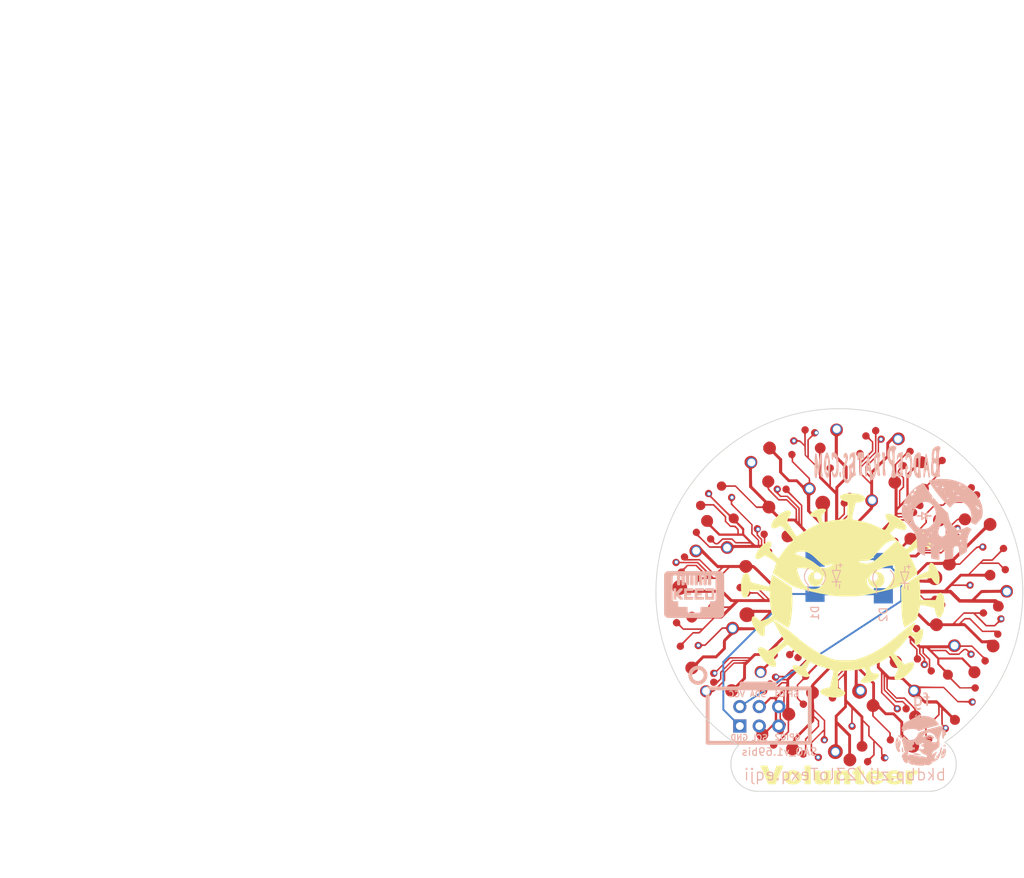
<source format=kicad_pcb>
(kicad_pcb (version 20171130) (host pcbnew "(5.1.10)-1")
  (layers (0 F.Cu signal) (31 B.Cu signal) (34 B.Paste user) (35 F.Paste user) (36 B.SilkS user) (37 F.SilkS user) (38 B.Mask user) (39 F.Mask user) (44 Edge.Cuts user))
  (net 0 "")
  (net 1 GND)
  (net 2 VCC)
  (net 3 "Net-(X1-Pad5)")
  (net 4 "Net-(X1-Pad6)")
  (net 5 "Net-(X1-Pad3)")
  (net 6 "Net-(X1-Pad4)")
  (module "Bsides-KC-2021-SAO-SVG2Shenzen v2_00:F.SilkS_g4922" (layer F.Cu) (at 88 93.35)
    (fp_text reference G*** hide)
    (fp_text value LOGO hide)
  )
  (module BadgePirate:LED_Osram_Lx_P47F_D2mm_ReverseMount_MaskNoHole (layer B.Cu) (at 112.56134 74.13498 90)
    (fp_text reference D2 (at -4.7498 0 90) (layer B.SilkS) (effects (justify mirror)))
    (fp_text value LED)
    (pad 1 smd rect (at -2.3 0 90) (size 2 2.5) (layers B.Cu) (net 1 GND))
    (pad 2 smd rect (at 2.3 0 90) (size 2 2.5) (layers B.Cu) (net 2 VCC))
  )
  (module BadgePirate:LED_Osram_Lx_P47F_D2mm_ReverseMount_MaskNoHole (layer B.Cu) (at 103.63962 73.93432 90)
    (fp_text reference D1 (at -4.7498 0 90) (layer B.SilkS) (effects (justify mirror)))
    (fp_text value LED)
    (pad 1 smd rect (at -2.3 0 90) (size 2 2.5) (layers B.Cu) (net 1 GND))
    (pad 2 smd rect (at 2.3 0 90) (size 2 2.5) (layers B.Cu) (net 2 VCC))
  )
  (module BadgePirateLogos:FG_10x10_BSILK (layer F.Cu) (at 117.5 95.1)
    (fp_text reference G*** hide)
    (fp_text value fg (at 0 -5.08) (layer B.SilkS) (effects (font (size 1.54 1.54) (thickness 0.25)) (justify mirror)))
  )
  (module BadgePirateLogos:NG_BSilk (layer F.Cu) (at 87.74938 76.05014)
    (fp_text reference G*** hide)
    (fp_text value NG_BSilk hide)
  )
  (module BadgePirateLogos:BadgePiratesURL_BSLK (layer F.Cu) (at 111.79302 59.99734)
    (fp_text reference G*** hide)
    (fp_text value LOGO hide)
  )
  (module BadgePirateLogos:BPSkull_Distressed_10x10_BSILK (layer F.Cu) (at 120.2309 66.4464)
    (fp_text reference G*** hide)
    (fp_text value "BP Logo" hide)
  )
  (module BadgePiratesFootprints:Badgelife-SAOv169-BADGE-2x3_Back (layer F.Cu) (at 95.96628 92.2655)
    (fp_text reference X1 hide)
    (fp_text value SAO_v1.69bis (at 3.01498 4.5593) (layer B.SilkS) (effects (justify mirror)))
    (fp_text user VCC (at -2.5654 -2.9718) (layer B.SilkS) (effects (font (size 0.75 0.75)) (justify mirror)))
    (fp_text user GND (at -2.2225 2.68478) (layer B.SilkS) (effects (font (size 0.75 0.75)) (justify mirror)))
    (fp_text user SDA (at 0.2286 -2.9972) (layer B.SilkS) (effects (font (size 0.75 0.75)) (justify mirror)))
    (fp_text user SCL (at 0.4445 2.7178) (layer B.SilkS) (effects (font (size 0.75 0.75)) (justify mirror)))
    (fp_text user GPIO2 (at 4.0894 2.6416) (layer B.SilkS) (effects (font (size 0.75 0.75)) (justify mirror)))
    (fp_text user GPIO1 (at 3.9116 -2.9972) (layer B.SilkS) (effects (font (size 0.75 0.75)) (justify mirror)))
    (pad 5 thru_hole circle (at 2.9302 -1.3516 270) (size 1.7272 1.7272) (drill 1.016) (layers *.Cu *.Mask) (net 3 "Net-(X1-Pad5)"))
    (pad 6 thru_hole circle (at 2.9302 1.1884 270) (size 1.7272 1.7272) (drill 1.016) (layers *.Cu *.Mask) (net 4 "Net-(X1-Pad6)"))
    (pad 3 thru_hole oval (at 0.3902 -1.3516 270) (size 1.7272 1.7272) (drill 1.016) (layers *.Cu *.Mask) (net 5 "Net-(X1-Pad3)"))
    (pad 4 thru_hole oval (at 0.3902 1.1884 270) (size 1.7272 1.7272) (drill 1.016) (layers *.Cu *.Mask) (net 6 "Net-(X1-Pad4)"))
    (pad 1 thru_hole oval (at -2.1498 -1.3516 270) (size 1.7272 1.7272) (drill 1.016) (layers *.Cu *.Mask) (net 2 VCC))
    (pad 2 thru_hole rect (at -2.1498 1.1884 270) (size 1.7272 1.7272) (drill 1.016) (layers *.Cu *.Mask) (net 1 GND))
  )
  (module LOGO (layer F.Cu) (at 0 0)
    (fp_text reference G*** hide)
    (fp_text value LOGO hide)
  )
  (module LOGO (layer F.Cu) (at 0 0)
    (fp_text reference G*** hide)
    (fp_text value LOGO hide)
  )
  (module LOGO (layer F.Cu) (at 88.01608 93.3704)
    (fp_text reference G*** hide)
    (fp_text value LOGO hide)
    (fp_poly (pts (xy 20.213772 -30.387268) (xy 20.275646 -30.372722) (xy 20.342063 -30.350249) (xy 20.400586 -30.324995) (xy 20.438774 -30.302106) (xy 20.4468 -30.290871) (xy 20.426811 -30.286321) (xy 20.372006 -30.281939) (xy 20.289899 -30.278132) (xy 20.188008 -30.275306) (xy 20.145175 -30.274567) (xy 20.027171 -30.273019) (xy 19.946161 -30.272878) (xy 19.896812 -30.27491) (xy 19.87379 -30.279882) (xy 19.87176 -30.28856) (xy 19.885389 -30.301711) (xy 19.89654 -30.310304) (xy 19.984941 -30.357205) (xy 20.092218 -30.385283) (xy 20.197186 -30.3894) (xy 20.213772 -30.387268)) (layer F.Cu) (width 0.01))
    (fp_poly (pts (xy 9.681401 -37.090728) (xy 9.862971 -37.067249) (xy 10.0326 -37.005875) (xy 10.185074 -36.910509) (xy 10.315175 -36.785053) (xy 10.417688 -36.633408) (xy 10.476224 -36.49618) (xy 10.513335 -36.328559) (xy 10.513529 -36.158277) (xy 10.47668 -35.977168) (xy 10.467865 -35.948298) (xy 10.442527 -35.86565) (xy 10.42984 -35.811062) (xy 10.428873 -35.7725) (xy 10.438695 -35.737928) (xy 10.449681 -35.713455) (xy 10.473613 -35.680172) (xy 10.523961 -35.622434) (xy 10.596344 -35.544836) (xy 10.686384 -35.451972) (xy 10.789702 -35.348436) (xy 10.901918 -35.238823) (xy 10.903816 -35.236993) (xy 11.324167 -34.831725) (xy 11.324167 -33.114905) (xy 11.805877 -32.633536) (xy 12.287588 -32.152166) (xy 13.303731 -32.152166) (xy 13.652741 -31.801485) (xy 13.755261 -31.69916) (xy 13.851035 -31.604847) (xy 13.934992 -31.523442) (xy 14.002059 -31.459838) (xy 14.047166 -31.418928) (xy 14.060372 -31.408166) (xy 14.118994 -31.365528) (xy 14.240289 -31.470385) (xy 14.387275 -31.58722) (xy 14.519106 -31.669606) (xy 14.640624 -31.720404) (xy 14.681788 -31.731289) (xy 14.7955 -31.756736) (xy 14.7955 -32.205234) (xy 12.573 -34.427432) (xy 12.572767 -34.596841) (xy 12.570978 -34.689591) (xy 12.566478 -34.776622) (xy 12.560197 -34.840597) (xy 12.559426 -34.845552) (xy 12.545082 -34.900078) (xy 12.516261 -34.92903) (xy 12.467606 -34.946048) (xy 12.345374 -34.997138) (xy 12.251665 -35.077628) (xy 12.185494 -35.188879) (xy 12.145878 -35.332247) (xy 12.136913 -35.40245) (xy 12.133461 -35.514737) (xy 12.150536 -35.600544) (xy 12.193467 -35.672903) (xy 12.267583 -35.744847) (xy 12.28163 -35.756337) (xy 12.408147 -35.834404) (xy 12.54064 -35.872354) (xy 12.674087 -35.870197) (xy 12.803465 -35.827946) (xy 12.913303 -35.754772) (xy 13.007351 -35.648977) (xy 13.063669 -35.526435) (xy 13.080535 -35.405862) (xy 13.070642 -35.30215) (xy 13.036614 -35.209106) (xy 12.973474 -35.11688) (xy 12.889972 -35.028666) (xy 12.7635 -34.907197) (xy 12.7635 -34.5124) (xy 14.96213 -32.310916) (xy 14.984936 -32.03652) (xy 14.994604 -31.932856) (xy 15.004794 -31.844878) (xy 15.014389 -31.780971) (xy 15.022272 -31.749522) (xy 15.02333 -31.748036) (xy 15.051975 -31.733386) (xy 15.104496 -31.713982) (xy 15.123584 -31.707875) (xy 15.283144 -31.637281) (xy 15.426178 -31.531582) (xy 15.547449 -31.39647) (xy 15.641721 -31.23764) (xy 15.698061 -31.08325) (xy 15.720226 -30.963852) (xy 15.71926 -30.847842) (xy 15.693516 -30.725828) (xy 15.641347 -30.588416) (xy 15.593941 -30.489258) (xy 15.5104 -30.366823) (xy 15.391937 -30.254566) (xy 15.245703 -30.15795) (xy 15.078845 -30.082436) (xy 15.047341 -30.071562) (xy 15.033566 -30.063213) (xy 15.021987 -30.045754) (xy 15.012418 -30.015821) (xy 15.004674 -29.970048) (xy 14.99857 -29.905071) (xy 14.993921 -29.817524) (xy 14.99054 -29.704043) (xy 14.988243 -29.561263) (xy 14.986845 -29.385817) (xy 14.98616 -29.174343) (xy 14.986 -28.957675) (xy 14.986 -28.055091) (xy 15.112093 -27.930315) (xy 15.238185 -27.805538) (xy 15.166207 -27.725867) (xy 15.115695 -27.664254) (xy 15.072749 -27.602351) (xy 15.060737 -27.581431) (xy 15.03706 -27.538193) (xy 15.022911 -27.517078) (xy 15.02212 -27.516666) (xy 15.006208 -27.530821) (xy 14.965861 -27.569773) (xy 14.906449 -27.628258) (xy 14.833342 -27.701012) (xy 14.798124 -27.736284) (xy 14.579254 -27.955902) (xy 14.576088 -28.990409) (xy 14.574916 -29.233065) (xy 14.572996 -29.450151) (xy 14.570387 -29.639069) (xy 14.567147 -29.797223) (xy 14.563334 -29.922014) (xy 14.559006 -30.010845) (xy 14.554222 -30.061118) (xy 14.551919 -30.070504) (xy 14.524996 -30.105068) (xy 14.473695 -30.153525) (xy 14.408629 -30.20594) (xy 14.402127 -30.210757) (xy 14.268409 -30.333324) (xy 14.156149 -30.485214) (xy 14.072692 -30.655838) (xy 14.052669 -30.71463) (xy 14.029655 -30.78405) (xy 14.003147 -30.847488) (xy 13.969478 -30.909825) (xy 13.924983 -30.97594) (xy 13.865994 -31.050712) (xy 13.788847 -31.13902) (xy 13.689874 -31.245744) (xy 13.565412 -31.375763) (xy 13.523059 -31.419521) (xy 13.161599 -31.792333) (xy 12.650341 -31.792507) (xy 12.139084 -31.79268) (xy 10.922 -33.037704) (xy 10.92118 -33.859644) (xy 10.920359 -34.681583) (xy 10.524305 -35.089463) (xy 10.12825 -35.497342) (xy 9.937899 -35.444004) (xy 9.806493 -35.410446) (xy 9.701889 -35.393828) (xy 9.61172 -35.395037) (xy 9.523614 -35.414962) (xy 9.425204 -35.454493) (xy 9.361169 -35.485431) (xy 9.190115 -35.587434) (xy 9.055496 -35.705255) (xy 8.953069 -35.842979) (xy 8.915091 -35.915217) (xy 8.888021 -35.978452) (xy 8.871144 -36.036369) (xy 8.862147 -36.102537) (xy 8.858716 -36.190526) (xy 8.858364 -36.247916) (xy 8.859542 -36.350175) (xy 8.864824 -36.423555) (xy 8.876639 -36.481477) (xy 8.897412 -36.537363) (xy 8.919039 -36.583385) (xy 9.007941 -36.722239) (xy 9.130212 -36.851112) (xy 9.276917 -36.961487) (xy 9.371511 -37.014579) (xy 9.457437 -37.054893) (xy 9.523521 -37.078298) (xy 9.586646 -37.088942) (xy 9.663696 -37.090975) (xy 9.681401 -37.090728)) (layer F.Cu) (width 0.01))
    (fp_poly (pts (xy 7.317112 -35.215133) (xy 7.49519 -35.182148) (xy 7.655014 -35.114605) (xy 7.793789 -35.017353) (xy 7.908722 -34.895242) (xy 7.997017 -34.753124) (xy 8.05588 -34.59585) (xy 8.082515 -34.428268) (xy 8.074128 -34.255231) (xy 8.027925 -34.081589) (xy 8.003424 -34.023957) (xy 7.91326 -33.87541) (xy 7.790933 -33.748855) (xy 7.633335 -33.64134) (xy 7.559996 -33.603137) (xy 7.387167 -33.519524) (xy 7.387167 -32.743976) (xy 7.387571 -32.547996) (xy 7.388719 -32.349113) (xy 7.390513 -32.155307) (xy 7.392854 -31.974556) (xy 7.395643 -31.814839) (xy 7.398784 -31.684135) (xy 7.401034 -31.616818) (xy 7.414901 -31.265208) (xy 8.343017 -30.316979) (xy 9.271132 -29.36875) (xy 9.530358 -29.355276) (xy 9.700876 -29.341098) (xy 9.839386 -29.316375) (xy 9.95551 -29.27824) (xy 10.058873 -29.223828) (xy 10.123451 -29.178621) (xy 10.249238 -29.056866) (xy 10.341429 -28.909651) (xy 10.399717 -28.737671) (xy 10.423792 -28.541621) (xy 10.424474 -28.500604) (xy 10.422358 -28.397412) (xy 10.413796 -28.319253) (xy 10.395679 -28.248955) (xy 10.364894 -28.169351) (xy 10.36414 -28.167575) (xy 10.303697 -28.025358) (xy 10.590512 -27.726478) (xy 10.877326 -27.427599) (xy 10.748823 -27.308091) (xy 10.688138 -27.252449) (xy 10.639361 -27.209202) (xy 10.610648 -27.185529) (xy 10.607048 -27.183268) (xy 10.588724 -27.195892) (xy 10.545389 -27.234202) (xy 10.481776 -27.293756) (xy 10.402613 -27.370112) (xy 10.312632 -27.458829) (xy 10.297514 -27.473907) (xy 10.00125 -27.769861) (xy 9.867073 -27.72793) (xy 9.685845 -27.691889) (xy 9.506508 -27.694649) (xy 9.334433 -27.733432) (xy 9.17499 -27.805459) (xy 9.033553 -27.907949) (xy 8.915492 -28.038124) (xy 8.826179 -28.193203) (xy 8.792514 -28.283958) (xy 8.755269 -28.405666) (xy 7.969129 -28.405666) (xy 6.582834 -29.792083) (xy 5.196538 -31.1785) (xy 4.609102 -31.1785) (xy 4.427934 -31.178085) (xy 4.285383 -31.176729) (xy 4.17774 -31.174266) (xy 4.101296 -31.170527) (xy 4.05234 -31.165346) (xy 4.027165 -31.158556) (xy 4.02165 -31.152041) (xy 4.009297 -31.099967) (xy 3.977084 -31.027773) (xy 3.932214 -30.947896) (xy 3.881887 -30.872772) (xy 3.833303 -30.814839) (xy 3.81863 -30.801406) (xy 3.693375 -30.724297) (xy 3.550606 -30.679847) (xy 3.39963 -30.667965) (xy 3.249757 -30.688559) (xy 3.110295 -30.741538) (xy 3.009935 -30.80934) (xy 2.908288 -30.923392) (xy 2.841103 -31.061198) (xy 2.809236 -31.220767) (xy 2.806584 -31.281662) (xy 2.818723 -31.430842) (xy 2.859931 -31.555165) (xy 2.934176 -31.663861) (xy 2.99803 -31.727005) (xy 3.119361 -31.810753) (xy 3.256522 -31.859855) (xy 3.416503 -31.876751) (xy 3.427479 -31.876793) (xy 3.584598 -31.857519) (xy 3.722551 -31.800753) (xy 3.840127 -31.707342) (xy 3.936115 -31.57813) (xy 3.97972 -31.491069) (xy 4.03225 -31.369722) (xy 4.649247 -31.369361) (xy 5.266243 -31.369) (xy 6.631047 -29.993166) (xy 7.995851 -28.617333) (xy 8.345944 -28.617333) (xy 8.465457 -28.618083) (xy 8.571611 -28.620156) (xy 8.656521 -28.623287) (xy 8.712305 -28.627214) (xy 8.729519 -28.630181) (xy 8.758003 -28.659702) (xy 8.763 -28.682083) (xy 8.772262 -28.715943) (xy 8.797377 -28.777896) (xy 8.834338 -28.858648) (xy 8.872297 -28.935562) (xy 8.981595 -29.149987) (xy 7.993881 -30.137869) (xy 7.006167 -31.12575) (xy 7.004057 -32.300417) (xy 7.003408 -32.520957) (xy 7.002307 -32.729843) (xy 7.000808 -32.923045) (xy 6.998964 -33.096534) (xy 6.996831 -33.246281) (xy 6.994462 -33.368254) (xy 6.991911 -33.458425) (xy 6.989234 -33.512764) (xy 6.987552 -33.526626) (xy 6.956028 -33.573567) (xy 6.892138 -33.620592) (xy 6.878537 -33.628079) (xy 6.754548 -33.712977) (xy 6.636991 -33.830152) (xy 6.53528 -33.969652) (xy 6.503996 -34.024091) (xy 6.468162 -34.092996) (xy 6.445045 -34.147013) (xy 6.431861 -34.199095) (xy 6.425825 -34.262192) (xy 6.424154 -34.349258) (xy 6.424084 -34.395833) (xy 6.424945 -34.498227) (xy 6.42913 -34.570802) (xy 6.439038 -34.626061) (xy 6.457068 -34.676509) (xy 6.48562 -34.73465) (xy 6.491104 -34.745083) (xy 6.597246 -34.90433) (xy 6.729676 -35.034008) (xy 6.883425 -35.131288) (xy 7.053524 -35.193344) (xy 7.235006 -35.217348) (xy 7.317112 -35.215133)) (layer F.Cu) (width 0.01))
    (fp_poly (pts (xy 28.144221 -36.260942) (xy 28.26777 -36.209412) (xy 28.371347 -36.130131) (xy 28.447915 -36.028357) (xy 28.488222 -35.92046) (xy 28.508338 -35.791605) (xy 28.504865 -35.688955) (xy 28.475614 -35.602189) (xy 28.418398 -35.520987) (xy 28.399077 -35.499937) (xy 28.28308 -35.406685) (xy 28.152462 -35.352072) (xy 28.011235 -35.336727) (xy 27.863414 -35.36128) (xy 27.762906 -35.400258) (xy 27.638729 -35.459577) (xy 26.932115 -34.753198) (xy 26.2255 -34.04682) (xy 26.2255 -32.606359) (xy 26.393375 -32.525891) (xy 26.561988 -32.424625) (xy 26.696779 -32.298328) (xy 26.7988 -32.145976) (xy 26.814356 -32.114449) (xy 26.840687 -32.053496) (xy 26.857411 -31.997974) (xy 26.866638 -31.935107) (xy 26.870475 -31.852121) (xy 26.871084 -31.770721) (xy 26.870179 -31.667779) (xy 26.865799 -31.594074) (xy 26.855447 -31.536524) (xy 26.836625 -31.482045) (xy 26.806834 -31.417552) (xy 26.801645 -31.406976) (xy 26.719676 -31.277062) (xy 26.609756 -31.154741) (xy 26.485653 -31.054775) (xy 26.45554 -31.035899) (xy 26.394834 -31.000039) (xy 26.395704 -28.522083) (xy 26.489706 -28.627916) (xy 26.583707 -28.73375) (xy 26.58452 -29.718345) (xy 26.585334 -30.70294) (xy 26.82875 -30.945666) (xy 27.072167 -31.188393) (xy 27.072167 -32.325143) (xy 26.742566 -32.66728) (xy 26.412964 -33.009416) (xy 26.426578 -33.136416) (xy 26.46167 -33.300574) (xy 26.528067 -33.442404) (xy 26.594459 -33.528) (xy 26.656886 -33.599612) (xy 26.692125 -33.661592) (xy 26.705581 -33.72987) (xy 26.702661 -33.820375) (xy 26.700728 -33.841129) (xy 26.697577 -33.982939) (xy 26.721108 -34.09971) (xy 26.774191 -34.201404) (xy 26.821125 -34.259007) (xy 26.926909 -34.345869) (xy 27.04617 -34.397431) (xy 27.171599 -34.414588) (xy 27.29589 -34.398235) (xy 27.411734 -34.349267) (xy 27.511824 -34.268578) (xy 27.584522 -34.165548) (xy 27.633797 -34.030206) (xy 27.642073 -33.895473) (xy 27.610024 -33.766319) (xy 27.53832 -33.647713) (xy 27.510302 -33.616103) (xy 27.397206 -33.522758) (xy 27.274531 -33.470161) (xy 27.139406 -33.457501) (xy 27.016223 -33.476621) (xy 26.942918 -33.493977) (xy 26.896773 -33.499713) (xy 26.864054 -33.493146) (xy 26.831025 -33.473592) (xy 26.821597 -33.466942) (xy 26.750968 -33.403233) (xy 26.683746 -33.320549) (xy 26.63457 -33.237465) (xy 26.627517 -33.220688) (xy 26.618244 -33.173195) (xy 26.62698 -33.119892) (xy 26.65623 -33.056922) (xy 26.7085 -32.980429) (xy 26.786295 -32.886556) (xy 26.892121 -32.771448) (xy 26.975521 -32.685054) (xy 27.262667 -32.391509) (xy 27.262667 -31.103726) (xy 27.01925 -30.861) (xy 26.775834 -30.618274) (xy 26.775834 -28.928872) (xy 27.166384 -29.328728) (xy 27.556935 -29.728583) (xy 27.558626 -31.27375) (xy 27.560318 -32.818916) (xy 28.046681 -33.316333) (xy 28.169194 -33.441989) (xy 28.286722 -33.563203) (xy 28.394771 -33.675292) (xy 28.488852 -33.773574) (xy 28.564471 -33.853364) (xy 28.617138 -33.909979) (xy 28.633397 -33.928061) (xy 28.73375 -34.042372) (xy 28.73375 -34.330228) (xy 28.734478 -34.45053) (xy 28.737471 -34.538189) (xy 28.743942 -34.602881) (xy 28.755102 -34.654284) (xy 28.772165 -34.702074) (xy 28.783652 -34.728441) (xy 28.861436 -34.853423) (xy 28.972077 -34.965997) (xy 29.106504 -35.059618) (xy 29.255649 -35.127744) (xy 29.38153 -35.159825) (xy 29.518431 -35.167763) (xy 29.668973 -35.153702) (xy 29.812414 -35.120339) (xy 29.880119 -35.095024) (xy 30.013265 -35.014191) (xy 30.121931 -34.904007) (xy 30.204614 -34.770679) (xy 30.259809 -34.620412) (xy 30.286012 -34.459413) (xy 30.281718 -34.293887) (xy 30.245424 -34.13004) (xy 30.175624 -33.974078) (xy 30.158613 -33.946105) (xy 30.052521 -33.817317) (xy 29.919182 -33.715582) (xy 29.766497 -33.644354) (xy 29.602367 -33.607087) (xy 29.434693 -33.607238) (xy 29.396672 -33.612891) (xy 29.267181 -33.646242) (xy 29.136772 -33.697437) (xy 29.024755 -33.758583) (xy 29.002768 -33.773851) (xy 28.987619 -33.783809) (xy 28.972091 -33.78785) (xy 28.95243 -33.782947) (xy 28.924883 -33.766076) (xy 28.885696 -33.73421) (xy 28.831118 -33.684324) (xy 28.757395 -33.613391) (xy 28.660773 -33.518386) (xy 28.550775 -33.409443) (xy 28.434055 -33.292992) (xy 28.319005 -33.176857) (xy 28.211622 -33.067194) (xy 28.117907 -32.970159) (xy 28.043859 -32.891908) (xy 28.004355 -32.848709) (xy 27.861446 -32.688001) (xy 27.845896 -32.300025) (xy 27.843043 -32.198352) (xy 27.841019 -32.060606) (xy 27.839825 -31.893041) (xy 27.839461 -31.701907) (xy 27.839928 -31.493459) (xy 27.841226 -31.273948) (xy 27.843356 -31.049627) (xy 27.845819 -30.859907) (xy 27.861291 -29.807765) (xy 28.107021 -29.797178) (xy 28.35275 -29.786591) (xy 28.778068 -30.209173) (xy 29.203386 -30.631754) (xy 29.193952 -30.836335) (xy 29.196028 -31.001356) (xy 29.220883 -31.137679) (xy 29.271246 -31.253889) (xy 29.349847 -31.358573) (xy 29.365084 -31.374681) (xy 29.495787 -31.48118) (xy 29.641437 -31.548689) (xy 29.799099 -31.576592) (xy 29.965838 -31.564269) (xy 30.094865 -31.528337) (xy 30.24948 -31.472029) (xy 30.772198 -31.979887) (xy 30.905344 -32.109486) (xy 31.037471 -32.238536) (xy 31.163272 -32.361819) (xy 31.27744 -32.474121) (xy 31.374669 -32.570226) (xy 31.449651 -32.644919) (xy 31.479006 -32.674497) (xy 31.663095 -32.86125) (xy 31.669506 -33.48928) (xy 31.675917 -34.117309) (xy 31.74733 -34.218576) (xy 31.818743 -34.319842) (xy 31.784267 -34.416046) (xy 31.755613 -34.544901) (xy 31.756586 -34.677747) (xy 31.785191 -34.803444) (xy 31.839434 -34.910855) (xy 31.881712 -34.960249) (xy 31.979424 -35.037236) (xy 32.079887 -35.07985) (xy 32.198189 -35.094215) (xy 32.212199 -35.094333) (xy 32.357199 -35.075408) (xy 32.48199 -35.021219) (xy 32.582434 -34.935644) (xy 32.654396 -34.822563) (xy 32.693741 -34.685852) (xy 32.698747 -34.638064) (xy 32.691416 -34.500563) (xy 32.648935 -34.384748) (xy 32.569207 -34.285857) (xy 32.528701 -34.251721) (xy 32.396899 -34.173413) (xy 32.259566 -34.135787) (xy 32.119742 -34.139604) (xy 32.098128 -34.143935) (xy 32.029809 -34.157693) (xy 31.988417 -34.159262) (xy 31.959914 -34.147126) (xy 31.936983 -34.126557) (xy 31.915024 -34.09938) (xy 31.897409 -34.063375) (xy 31.883674 -34.013968) (xy 31.873353 -33.946585) (xy 31.865983 -33.856654) (xy 31.861098 -33.739602) (xy 31.858233 -33.590854) (xy 31.856923 -33.405838) (xy 31.856755 -33.337385) (xy 31.855834 -32.776353) (xy 31.127757 -32.048506) (xy 30.399681 -31.320659) (xy 30.44222 -31.201954) (xy 30.479047 -31.051508) (xy 30.487339 -30.894906) (xy 30.467307 -30.74594) (xy 30.433738 -30.647338) (xy 30.346644 -30.502377) (xy 30.235411 -30.39041) (xy 30.103949 -30.312722) (xy 29.956168 -30.270601) (xy 29.795977 -30.265332) (xy 29.627285 -30.2982) (xy 29.509176 -30.343238) (xy 29.392504 -30.396652) (xy 28.945585 -29.951492) (xy 28.498666 -29.506333) (xy 27.758473 -29.506333) (xy 27.143051 -28.887208) (xy 27.007323 -28.750029) (xy 26.878708 -28.61883) (xy 26.760807 -28.497373) (xy 26.65722 -28.389418) (xy 26.571549 -28.298728) (xy 26.507392 -28.229063) (xy 26.468352 -28.184184) (xy 26.461231 -28.174949) (xy 26.42599 -28.121128) (xy 26.405982 -28.073324) (xy 26.397001 -28.015775) (xy 26.394838 -27.932719) (xy 26.394834 -27.926241) (xy 26.394834 -27.770666) (xy 26.954429 -27.770666) (xy 27.378423 -28.191598) (xy 27.802417 -28.612529) (xy 28.278667 -28.623053) (xy 28.418275 -28.626762) (xy 28.545054 -28.631312) (xy 28.652394 -28.636369) (xy 28.733688 -28.641602) (xy 28.782327 -28.646678) (xy 28.791959 -28.648886) (xy 28.822041 -28.683611) (xy 28.829 -28.732634) (xy 28.838485 -28.786788) (xy 28.863258 -28.86106) (xy 28.89526 -28.933669) (xy 28.948028 -29.02471) (xy 29.004968 -29.088544) (xy 29.056092 -29.126242) (xy 29.191323 -29.191262) (xy 29.324305 -29.217349) (xy 29.449934 -29.207234) (xy 29.563109 -29.163647) (xy 29.658726 -29.089318) (xy 29.731683 -28.986978) (xy 29.776877 -28.859357) (xy 29.789652 -28.73375) (xy 29.772461 -28.585063) (xy 29.722345 -28.459155) (xy 29.64149 -28.359232) (xy 29.532083 -28.288501) (xy 29.470735 -28.266054) (xy 29.372579 -28.246429) (xy 29.280571 -28.250136) (xy 29.182814 -28.279303) (xy 29.067409 -28.336057) (xy 29.061834 -28.339168) (xy 28.92425 -28.41625) (xy 27.861088 -28.42943) (xy 27.450752 -28.004805) (xy 27.040417 -27.580179) (xy 26.717625 -27.580173) (xy 26.394834 -27.580166) (xy 26.394834 -27.347333) (xy 27.033063 -27.347333) (xy 27.301062 -27.613974) (xy 27.39212 -27.70291) (xy 27.477345 -27.783098) (xy 27.550495 -27.848896) (xy 27.605334 -27.894666) (xy 27.632086 -27.913207) (xy 27.684633 -27.931138) (xy 27.762946 -27.947349) (xy 27.850489 -27.95845) (xy 27.854376 -27.958774) (xy 27.936719 -27.96671) (xy 27.987327 -27.97659) (xy 28.016751 -27.992386) (xy 28.035538 -28.01807) (xy 28.041039 -28.029049) (xy 28.095948 -28.110004) (xy 28.177302 -28.189278) (xy 28.270909 -28.253329) (xy 28.28256 -28.259486) (xy 28.417538 -28.307851) (xy 28.548563 -28.317216) (xy 28.670343 -28.290891) (xy 28.777586 -28.232188) (xy 28.864999 -28.14442) (xy 28.927293 -28.030897) (xy 28.959174 -27.89493) (xy 28.962226 -27.834166) (xy 28.946162 -27.69083) (xy 28.896643 -27.571308) (xy 28.811673 -27.47109) (xy 28.795615 -27.457335) (xy 28.681413 -27.388484) (xy 28.556648 -27.356572) (xy 28.428413 -27.360061) (xy 28.303801 -27.397414) (xy 28.189904 -27.467094) (xy 28.093816 -27.567564) (xy 28.061752 -27.616379) (xy 28.01685 -27.686646) (xy 27.978709 -27.727328) (xy 27.937577 -27.747817) (xy 27.921118 -27.751866) (xy 27.860906 -27.757584) (xy 27.799548 -27.748011) (xy 27.733124 -27.720445) (xy 27.657717 -27.672186) (xy 27.569409 -27.600533) (xy 27.46428 -27.502786) (xy 27.338412 -27.376242) (xy 27.264603 -27.29936) (xy 27.128957 -27.156833) (xy 26.77777 -27.156973) (xy 26.64609 -27.15745) (xy 26.549562 -27.159262) (xy 26.48101 -27.163161) (xy 26.433258 -27.169899) (xy 26.399128 -27.180229) (xy 26.371445 -27.194901) (xy 26.363084 -27.200426) (xy 26.312092 -27.231943) (xy 26.238779 -27.27338) (xy 26.158777 -27.315908) (xy 26.156709 -27.316969) (xy 26.013834 -27.390199) (xy 26.013834 -30.916497) (xy 25.902709 -30.944312) (xy 25.710943 -31.010809) (xy 25.54687 -31.105788) (xy 25.412799 -31.2263) (xy 25.311039 -31.369398) (xy 25.243899 -31.532133) (xy 25.213687 -31.711556) (xy 25.214087 -31.823561) (xy 25.246018 -32.00655) (xy 25.315418 -32.173656) (xy 25.419225 -32.321213) (xy 25.554378 -32.445554) (xy 25.717813 -32.543013) (xy 25.860375 -32.597245) (xy 26.013834 -32.643123) (xy 26.013834 -34.105156) (xy 26.717625 -34.817566) (xy 26.862018 -34.964289) (xy 26.998987 -35.104543) (xy 27.125277 -35.23492) (xy 27.237634 -35.352011) (xy 27.332801 -35.452406) (xy 27.407523 -35.532695) (xy 27.458547 -35.589469) (xy 27.481497 -35.617619) (xy 27.530533 -35.714523) (xy 27.557661 -35.835087) (xy 27.558344 -35.84046) (xy 27.58174 -35.96367) (xy 27.620497 -36.058121) (xy 27.680204 -36.136244) (xy 27.699985 -36.155542) (xy 27.806638 -36.233171) (xy 27.921882 -36.272514) (xy 28.007741 -36.27946) (xy 28.144221 -36.260942)) (layer F.Cu) (width 0.01))
    (fp_poly (pts (xy 19.885275 -27.512308) (xy 19.884408 -27.458158) (xy 19.88076 -27.39743) (xy 19.87077 -27.267609) (xy 19.515696 -26.914381) (xy 19.378098 -26.902834) (xy 19.308176 -26.898549) (xy 19.25864 -26.898534) (xy 19.2405 -26.902617) (xy 19.254655 -26.921242) (xy 19.293576 -26.96343) (xy 19.351944 -27.023927) (xy 19.424445 -27.097481) (xy 19.505759 -27.178837) (xy 19.590572 -27.262742) (xy 19.673564 -27.343943) (xy 19.749421 -27.417186) (xy 19.812824 -27.477218) (xy 19.858456 -27.518786) (xy 19.881001 -27.536636) (xy 19.882375 -27.53682) (xy 19.885275 -27.512308)) (layer F.Cu) (width 0.01))
    (fp_poly (pts (xy 18.590665 -39.43358) (xy 18.742197 -39.38968) (xy 18.859504 -39.328702) (xy 18.977758 -39.237338) (xy 19.08612 -39.125863) (xy 19.173752 -39.00455) (xy 19.200912 -38.954881) (xy 19.230106 -38.89377) (xy 19.248787 -38.844933) (xy 19.258744 -38.796532) (xy 19.261772 -38.736731) (xy 19.25966 -38.653692) (xy 19.256624 -38.586801) (xy 19.249727 -38.474059) (xy 19.239942 -38.39132) (xy 19.224878 -38.326257) (xy 19.202147 -38.266543) (xy 19.189199 -38.23899) (xy 19.114993 -38.124732) (xy 19.008411 -38.012122) (xy 18.878825 -37.909818) (xy 18.750516 -37.83383) (xy 18.6055 -37.760801) (xy 18.6055 -35.104652) (xy 19.2405 -34.469916) (xy 19.8755 -33.835181) (xy 19.8755 -32.247143) (xy 19.261667 -31.633583) (xy 18.647834 -31.020024) (xy 18.647834 -26.977398) (xy 18.997084 -27.326166) (xy 19.346334 -27.674935) (xy 19.346334 -28.573913) (xy 19.277542 -28.609106) (xy 19.155363 -28.686915) (xy 19.060056 -28.779202) (xy 19.009333 -28.857309) (xy 18.971211 -28.982202) (xy 18.970694 -29.112602) (xy 19.005916 -29.238712) (xy 19.075011 -29.350734) (xy 19.110434 -29.388205) (xy 19.176207 -29.449993) (xy 19.287728 -29.389269) (xy 19.35406 -29.357893) (xy 19.447556 -29.319827) (xy 19.554762 -29.280319) (xy 19.642667 -29.250783) (xy 19.886084 -29.173021) (xy 19.892188 -29.015892) (xy 19.89401 -28.932268) (xy 19.889133 -28.875919) (xy 19.873961 -28.831902) (xy 19.8449 -28.785273) (xy 19.832543 -28.767998) (xy 19.750029 -28.683035) (xy 19.651813 -28.626383) (xy 19.536834 -28.575534) (xy 19.536834 -27.569102) (xy 19.189962 -27.222709) (xy 18.843091 -26.876315) (xy 18.644921 -26.858553) (xy 18.543442 -26.848983) (xy 18.445022 -26.838897) (xy 18.366278 -26.830023) (xy 18.346209 -26.827493) (xy 18.245667 -26.814194) (xy 18.245667 -30.19441) (xy 17.197917 -31.242) (xy 16.150167 -32.289589) (xy 16.150167 -33.390242) (xy 14.270277 -35.27425) (xy 14.249236 -35.864451) (xy 14.228195 -36.454651) (xy 14.009139 -36.675084) (xy 13.9208 -36.762227) (xy 13.832636 -36.846148) (xy 13.753696 -36.918427) (xy 13.693031 -36.970642) (xy 13.682537 -36.978988) (xy 13.573558 -37.049138) (xy 13.477157 -37.081562) (xy 13.395103 -37.076241) (xy 13.329164 -37.033157) (xy 13.294863 -36.98312) (xy 13.212379 -36.867131) (xy 13.101743 -36.779308) (xy 12.969441 -36.723478) (xy 12.821958 -36.703469) (xy 12.821029 -36.703465) (xy 12.739139 -36.708384) (xy 12.663042 -36.721482) (xy 12.628946 -36.73212) (xy 12.551086 -36.783347) (xy 12.477706 -36.864207) (xy 12.415219 -36.963194) (xy 12.37004 -37.068803) (xy 12.348584 -37.169527) (xy 12.351048 -37.230613) (xy 12.396344 -37.364549) (xy 12.474766 -37.480294) (xy 12.579518 -37.572004) (xy 12.703801 -37.633835) (xy 12.840819 -37.659942) (xy 12.850791 -37.660283) (xy 12.956662 -37.644343) (xy 13.066924 -37.596386) (xy 13.169224 -37.523275) (xy 13.244258 -37.441668) (xy 13.301443 -37.364831) (xy 13.343138 -37.316087) (xy 13.378417 -37.289048) (xy 13.416354 -37.277331) (xy 13.466022 -37.274548) (xy 13.481789 -37.2745) (xy 13.557352 -37.26987) (xy 13.625112 -37.258206) (xy 13.645209 -37.252081) (xy 13.679487 -37.230078) (xy 13.737112 -37.18333) (xy 13.811807 -37.117337) (xy 13.897297 -37.037598) (xy 13.964087 -36.972707) (xy 14.224 -36.715752) (xy 14.221496 -37.360251) (xy 14.220437 -37.523893) (xy 14.218651 -37.675973) (xy 14.216267 -37.810738) (xy 14.213415 -37.922435) (xy 14.210226 -38.005311) (xy 14.206829 -38.053613) (xy 14.205621 -38.061265) (xy 14.174342 -38.114795) (xy 14.106684 -38.174306) (xy 14.086551 -38.188265) (xy 13.979673 -38.280315) (xy 13.900147 -38.391962) (xy 13.853371 -38.51403) (xy 13.843 -38.602452) (xy 13.862913 -38.744507) (xy 13.920338 -38.870516) (xy 14.011803 -38.97504) (xy 14.128768 -39.050286) (xy 14.251323 -39.087282) (xy 14.377696 -39.089584) (xy 14.499872 -39.060527) (xy 14.60984 -39.003446) (xy 14.699585 -38.921677) (xy 14.761095 -38.818556) (xy 14.773402 -38.781968) (xy 14.79779 -38.629486) (xy 14.785111 -38.488562) (xy 14.737192 -38.36377) (xy 14.655858 -38.259682) (xy 14.542935 -38.180871) (xy 14.531066 -38.175071) (xy 14.4145 -38.119926) (xy 14.4145 -35.356253) (xy 14.472709 -35.304058) (xy 14.527769 -35.255545) (xy 14.579499 -35.211233) (xy 14.580261 -35.210595) (xy 14.629605 -35.169327) (xy 14.618517 -37.340303) (xy 14.874048 -37.598443) (xy 14.960125 -37.686701) (xy 15.036733 -37.767694) (xy 15.098357 -37.835399) (xy 15.139482 -37.883794) (xy 15.153465 -37.903612) (xy 15.164185 -37.939747) (xy 15.160466 -37.987299) (xy 15.140936 -38.058247) (xy 15.132999 -38.0823) (xy 15.104233 -38.196104) (xy 15.104232 -38.294359) (xy 15.134038 -38.393509) (xy 15.155568 -38.439126) (xy 15.201873 -38.507704) (xy 15.268431 -38.580421) (xy 15.34211 -38.64475) (xy 15.409772 -38.688166) (xy 15.422401 -38.693611) (xy 15.487053 -38.70744) (xy 15.573895 -38.713039) (xy 15.663773 -38.71038) (xy 15.73753 -38.699437) (xy 15.754854 -38.694084) (xy 15.827581 -38.652074) (xy 15.906257 -38.583842) (xy 15.978397 -38.501276) (xy 16.015835 -38.445611) (xy 16.060235 -38.331983) (xy 16.06802 -38.214106) (xy 16.043694 -38.097803) (xy 15.991759 -37.988895) (xy 15.91672 -37.893203) (xy 15.823079 -37.81655) (xy 15.715339 -37.764756) (xy 15.598005 -37.743645) (xy 15.483113 -37.756943) (xy 15.418371 -37.772429) (xy 15.367189 -37.781509) (xy 15.354334 -37.7825) (xy 15.328746 -37.768297) (xy 15.279089 -37.729) (xy 15.211102 -37.669572) (xy 15.130527 -37.594979) (xy 15.068888 -37.535597) (xy 14.816667 -37.288694) (xy 14.816667 -34.949805) (xy 15.455869 -34.323569) (xy 15.592072 -34.190437) (xy 15.719 -34.066966) (xy 15.833459 -33.956217) (xy 15.932258 -33.861252) (xy 16.012205 -33.785131) (xy 16.070109 -33.730916) (xy 16.102778 -33.701668) (xy 16.108819 -33.697333) (xy 16.117924 -33.71812) (xy 16.126067 -33.778981) (xy 16.133166 -33.877666) (xy 16.13914 -34.011923) (xy 16.143908 -34.179504) (xy 16.147388 -34.378158) (xy 16.149501 -34.605633) (xy 16.150167 -34.84429) (xy 16.150031 -35.034884) (xy 16.149473 -35.187441) (xy 16.148268 -35.306259) (xy 16.146192 -35.395636) (xy 16.143018 -35.459867) (xy 16.138523 -35.50325) (xy 16.132482 -35.530081) (xy 16.124669 -35.544659) (xy 16.114859 -35.551279) (xy 16.113125 -35.551875) (xy 15.964306 -35.619977) (xy 15.830786 -35.721698) (xy 15.721166 -35.848886) (xy 15.644047 -35.993385) (xy 15.642109 -35.998476) (xy 15.607671 -36.139815) (xy 15.602098 -36.292159) (xy 15.624809 -36.439966) (xy 15.662556 -36.543698) (xy 15.746497 -36.672993) (xy 15.860658 -36.787943) (xy 15.99301 -36.876868) (xy 16.019008 -36.889759) (xy 16.161396 -36.935166) (xy 16.316049 -36.948369) (xy 16.468487 -36.929204) (xy 16.567188 -36.895966) (xy 16.662488 -36.838709) (xy 16.76168 -36.754726) (xy 16.852241 -36.656312) (xy 16.921646 -36.555761) (xy 16.930381 -36.539454) (xy 16.987648 -36.383806) (xy 17.005411 -36.225064) (xy 16.985592 -36.068857) (xy 16.930113 -35.920814) (xy 16.840895 -35.786563) (xy 16.719859 -35.671736) (xy 16.610542 -35.60237) (xy 16.51 -35.549489) (xy 16.51 -32.437579) (xy 17.504834 -31.443421) (xy 17.504834 -33.120131) (xy 17.395255 -33.191774) (xy 17.277132 -33.284264) (xy 17.196576 -33.384855) (xy 17.148856 -33.499844) (xy 17.142029 -33.528982) (xy 17.133783 -33.665204) (xy 17.162759 -33.792982) (xy 17.224273 -33.906057) (xy 17.313641 -33.998176) (xy 17.426178 -34.06308) (xy 17.557202 -34.094515) (xy 17.565981 -34.095231) (xy 17.714016 -34.087726) (xy 17.841863 -34.044772) (xy 17.945859 -33.969759) (xy 18.02234 -33.866079) (xy 18.067643 -33.737124) (xy 18.078979 -33.620332) (xy 18.062379 -33.473207) (xy 18.012322 -33.351952) (xy 17.92842 -33.256011) (xy 17.810288 -33.184829) (xy 17.764125 -33.166816) (xy 17.695334 -33.142859) (xy 17.695334 -31.248118) (xy 17.972773 -30.977612) (xy 18.07677 -30.87751) (xy 18.15486 -30.805596) (xy 18.21021 -30.759291) (xy 18.245988 -30.736012) (xy 18.265362 -30.73318) (xy 18.268782 -30.736428) (xy 18.276912 -30.769475) (xy 18.283308 -30.833788) (xy 18.287066 -30.918305) (xy 18.287676 -30.96697) (xy 18.288 -31.16819) (xy 18.901834 -31.78175) (xy 19.515667 -32.395309) (xy 19.515667 -33.637633) (xy 18.8595 -34.306349) (xy 18.203334 -34.975066) (xy 18.203334 -37.772761) (xy 18.057371 -37.86283) (xy 17.89075 -37.986091) (xy 17.760724 -38.126582) (xy 17.668394 -38.282011) (xy 17.614863 -38.450083) (xy 17.601232 -38.628506) (xy 17.619281 -38.774704) (xy 17.677288 -38.959263) (xy 17.768092 -39.117427) (xy 17.890257 -39.247706) (xy 18.042348 -39.348609) (xy 18.222928 -39.418645) (xy 18.245342 -39.424624) (xy 18.417027 -39.44896) (xy 18.590665 -39.43358)) (layer F.Cu) (width 0.01))
    (fp_poly (pts (xy 23.653313 -38.992164) (xy 23.739877 -38.955642) (xy 23.85869 -38.878103) (xy 23.947182 -38.776049) (xy 24.002945 -38.656323) (xy 24.023572 -38.525765) (xy 24.006656 -38.39122) (xy 23.971147 -38.298249) (xy 23.906832 -38.191578) (xy 23.834182 -38.118877) (xy 23.74461 -38.071785) (xy 23.735132 -38.068416) (xy 23.65375 -38.040441) (xy 23.648285 -36.858173) (xy 23.642819 -35.675905) (xy 22.61641 -34.649659) (xy 21.59 -33.623413) (xy 21.59 -33.030314) (xy 22.214417 -32.406166) (xy 22.838834 -31.782019) (xy 22.838834 -32.332595) (xy 22.51075 -32.660166) (xy 22.182667 -32.987738) (xy 22.182667 -33.835125) (xy 22.984236 -34.636486) (xy 23.785804 -35.437846) (xy 23.800959 -36.128631) (xy 23.80582 -36.420015) (xy 23.806696 -36.670723) (xy 23.803574 -36.882223) (xy 23.796439 -37.055985) (xy 23.791654 -37.125559) (xy 23.781595 -37.272341) (xy 23.778815 -37.385725) (xy 23.784547 -37.474212) (xy 23.800023 -37.546303) (xy 23.826478 -37.610499) (xy 23.865143 -37.675301) (xy 23.873086 -37.687088) (xy 23.958968 -37.780151) (xy 24.062456 -37.841033) (xy 24.177039 -37.871644) (xy 24.296201 -37.873895) (xy 24.41343 -37.849696) (xy 24.522211 -37.800957) (xy 24.616031 -37.729586) (xy 24.688376 -37.637496) (xy 24.732733 -37.526595) (xy 24.743715 -37.4318) (xy 24.730328 -37.340583) (xy 24.694625 -37.237076) (xy 24.643933 -37.139213) (xy 24.599764 -37.079503) (xy 24.536765 -37.01771) (xy 24.472661 -36.976059) (xy 24.397 -36.950939) (xy 24.299328 -36.938743) (xy 24.183597 -36.935833) (xy 23.981834 -36.935833) (xy 23.981404 -35.380083) (xy 23.177286 -34.561703) (xy 22.373167 -33.743322) (xy 22.373167 -33.093361) (xy 22.606 -32.86125) (xy 22.838834 -32.629138) (xy 22.838834 -33.136577) (xy 23.886584 -34.184166) (xy 24.934334 -35.231756) (xy 24.934334 -36.942835) (xy 25.268046 -37.283293) (xy 25.377706 -37.397517) (xy 25.488495 -37.517092) (xy 25.592896 -37.633605) (xy 25.683395 -37.738645) (xy 25.752477 -37.823801) (xy 25.761333 -37.835407) (xy 25.880962 -37.983392) (xy 25.992457 -38.095788) (xy 26.1027 -38.176583) (xy 26.218574 -38.229768) (xy 26.346962 -38.259332) (xy 26.494746 -38.269266) (xy 26.509839 -38.269333) (xy 26.706244 -38.253117) (xy 26.877187 -38.203824) (xy 27.024791 -38.120484) (xy 27.151185 -38.002129) (xy 27.18319 -37.962416) (xy 27.265816 -37.822117) (xy 27.32029 -37.66168) (xy 27.345485 -37.491543) (xy 27.340273 -37.322142) (xy 27.303528 -37.163913) (xy 27.276395 -37.099117) (xy 27.189622 -36.965114) (xy 27.06999 -36.842652) (xy 26.926709 -36.738536) (xy 26.76899 -36.659574) (xy 26.622108 -36.615598) (xy 26.470637 -36.606088) (xy 26.315007 -36.634163) (xy 26.161764 -36.696452) (xy 26.01745 -36.789582) (xy 25.888611 -36.91018) (xy 25.787345 -37.04576) (xy 25.710033 -37.171016) (xy 25.5021 -36.963863) (xy 25.294167 -36.756711) (xy 25.294167 -35.083589) (xy 24.246417 -34.036) (xy 23.198667 -32.98841) (xy 23.198667 -30.224952) (xy 23.256875 -30.203213) (xy 23.44332 -30.113903) (xy 23.598465 -29.997326) (xy 23.721077 -29.854548) (xy 23.781986 -29.74975) (xy 23.808676 -29.69252) (xy 23.826421 -29.643026) (xy 23.837034 -29.59018) (xy 23.842325 -29.522892) (xy 23.844108 -29.430073) (xy 23.84425 -29.36875) (xy 23.843111 -29.253204) (xy 23.838813 -29.169634) (xy 23.830031 -29.107719) (xy 23.815442 -29.057141) (xy 23.799453 -29.0195) (xy 23.74214 -28.928201) (xy 23.656927 -28.830199) (xy 23.554666 -28.735825) (xy 23.446212 -28.655411) (xy 23.372192 -28.612844) (xy 23.286377 -28.566026) (xy 23.23369 -28.523458) (xy 23.20689 -28.476639) (xy 23.198736 -28.41707) (xy 23.198667 -28.409155) (xy 23.181695 -28.345414) (xy 23.130646 -28.257517) (xy 23.098125 -28.21214) (xy 23.059509 -28.165341) (xy 22.997245 -28.095727) (xy 22.914785 -28.006779) (xy 22.815581 -27.901976) (xy 22.703085 -27.784797) (xy 22.580748 -27.658723) (xy 22.45202 -27.527233) (xy 22.320355 -27.393807) (xy 22.189203 -27.261924) (xy 22.062017 -27.135064) (xy 21.942247 -27.016708) (xy 21.833344 -26.910333) (xy 21.738762 -26.819421) (xy 21.66195 -26.747452) (xy 21.606361 -26.697903) (xy 21.575447 -26.674256) (xy 21.571179 -26.672734) (xy 21.533616 -26.678339) (xy 21.469273 -26.690262) (xy 21.3995 -26.704388) (xy 21.320364 -26.721186) (xy 21.251856 -26.736012) (xy 21.213566 -26.744573) (xy 21.205491 -26.750005) (xy 21.206294 -26.762388) (xy 21.218106 -26.784103) (xy 21.243058 -26.81753) (xy 21.283283 -26.865047) (xy 21.340912 -26.929036) (xy 21.418076 -27.011876) (xy 21.516908 -27.115947) (xy 21.639538 -27.24363) (xy 21.788098 -27.397303) (xy 21.919837 -27.533127) (xy 22.069116 -27.687159) (xy 22.211559 -27.834651) (xy 22.344014 -27.972307) (xy 22.463334 -28.096829) (xy 22.566367 -28.20492) (xy 22.649963 -28.293283) (xy 22.710974 -28.358622) (xy 22.746248 -28.397638) (xy 22.750101 -28.402191) (xy 22.792633 -28.459258) (xy 22.808118 -28.502147) (xy 22.793612 -28.538844) (xy 22.746173 -28.577338) (xy 22.668996 -28.622255) (xy 22.516333 -28.726842) (xy 22.388243 -28.856777) (xy 22.288399 -29.005644) (xy 22.220475 -29.167023) (xy 22.188144 -29.334495) (xy 22.189461 -29.460215) (xy 22.216746 -29.582287) (xy 22.270793 -29.715595) (xy 22.344489 -29.845988) (xy 22.43072 -29.959313) (xy 22.451404 -29.9813) (xy 22.526697 -30.047155) (xy 22.613271 -30.106702) (xy 22.699371 -30.153158) (xy 22.77324 -30.179741) (xy 22.801792 -30.18346) (xy 22.812155 -30.185936) (xy 22.82039 -30.196124) (xy 22.82674 -30.218359) (xy 22.831448 -30.256972) (xy 22.834755 -30.316297) (xy 22.836905 -30.400667) (xy 22.838139 -30.514416) (xy 22.838701 -30.661877) (xy 22.838834 -30.845242) (xy 22.838834 -31.506817) (xy 21.3995 -32.945683) (xy 21.3995 -35.048499) (xy 21.307607 -35.083593) (xy 21.187612 -35.150282) (xy 21.097742 -35.245218) (xy 21.040672 -35.364423) (xy 21.019075 -35.503918) (xy 21.018965 -35.513055) (xy 21.036655 -35.647377) (xy 21.086944 -35.766469) (xy 21.16391 -35.86602) (xy 21.261628 -35.941715) (xy 21.374177 -35.989242) (xy 21.495632 -36.004289) (xy 21.620071 -35.982541) (xy 21.648888 -35.971716) (xy 21.739059 -35.918337) (xy 21.829292 -35.838338) (xy 21.905688 -35.745066) (xy 21.934374 -35.697583) (xy 21.96855 -35.597585) (xy 21.977961 -35.486197) (xy 21.962192 -35.381094) (xy 21.942959 -35.332982) (xy 21.899802 -35.269164) (xy 21.839216 -35.201275) (xy 21.772309 -35.13981) (xy 21.710193 -35.095268) (xy 21.674755 -35.079588) (xy 21.628459 -35.061285) (xy 21.606199 -35.043449) (xy 21.600338 -35.01452) (xy 21.595435 -34.952028) (xy 21.591957 -34.864744) (xy 21.59037 -34.761436) (xy 21.590324 -34.745198) (xy 21.59 -34.470147) (xy 22.32025 -35.200166) (xy 23.0505 -35.930186) (xy 23.0505 -36.994725) (xy 22.867689 -37.167771) (xy 22.772504 -37.257418) (xy 22.701358 -37.321491) (xy 22.647519 -37.363491) (xy 22.604254 -37.386919) (xy 22.564834 -37.395275) (xy 22.522526 -37.392062) (xy 22.470598 -37.380778) (xy 22.462068 -37.378728) (xy 22.293227 -37.352422) (xy 22.147573 -37.360084) (xy 22.026058 -37.401581) (xy 21.958717 -37.448165) (xy 21.86569 -37.554084) (xy 21.809106 -37.671157) (xy 21.786712 -37.793368) (xy 21.796255 -37.914703) (xy 21.835484 -38.029144) (xy 21.902146 -38.130676) (xy 21.993989 -38.213284) (xy 22.108759 -38.27095) (xy 22.244206 -38.29766) (xy 22.277197 -38.298788) (xy 22.41913 -38.281286) (xy 22.539662 -38.227262) (xy 22.638592 -38.136837) (xy 22.697493 -38.047083) (xy 22.720985 -37.993487) (xy 22.73499 -37.932965) (xy 22.741632 -37.852696) (xy 22.743058 -37.771916) (xy 22.743895 -37.69385) (xy 22.748534 -37.632024) (xy 22.760902 -37.579552) (xy 22.784926 -37.529545) (xy 22.824531 -37.475115) (xy 22.883644 -37.409373) (xy 22.966191 -37.325431) (xy 23.038408 -37.253751) (xy 23.241 -37.053086) (xy 23.241 -35.844914) (xy 23.038092 -35.644248) (xy 22.927455 -35.534044) (xy 22.804764 -35.410458) (xy 22.673435 -35.277047) (xy 22.536881 -35.137369) (xy 22.398519 -34.994981) (xy 22.261761 -34.85344) (xy 22.130025 -34.716304) (xy 22.006723 -34.58713) (xy 21.895271 -34.469475) (xy 21.799084 -34.366896) (xy 21.721577 -34.282951) (xy 21.666163 -34.221197) (xy 21.63626 -34.185191) (xy 21.633304 -34.180853) (xy 21.602627 -34.107308) (xy 21.590554 -34.011761) (xy 21.590079 -33.983173) (xy 21.59 -33.856264) (xy 22.521334 -34.787416) (xy 23.452667 -35.718569) (xy 23.452131 -36.872243) (xy 23.451594 -38.025916) (xy 23.320488 -38.089416) (xy 23.236316 -38.135904) (xy 23.177714 -38.185253) (xy 23.129207 -38.250674) (xy 23.126556 -38.25495) (xy 23.074297 -38.376804) (xy 23.060243 -38.503518) (xy 23.081769 -38.628761) (xy 23.136253 -38.746202) (xy 23.22107 -38.849509) (xy 23.333599 -38.932351) (xy 23.424355 -38.973673) (xy 23.512346 -39.000602) (xy 23.582761 -39.007103) (xy 23.653313 -38.992164)) (layer F.Cu) (width 0.01))
    (fp_poly (pts (xy 16.839895 -29.979545) (xy 17.017656 -29.919146) (xy 17.181416 -29.824441) (xy 17.326349 -29.697355) (xy 17.447625 -29.539811) (xy 17.499936 -29.446086) (xy 17.533265 -29.377185) (xy 17.555587 -29.322882) (xy 17.569107 -29.271588) (xy 17.576032 -29.211716) (xy 17.578566 -29.131676) (xy 17.578917 -29.031181) (xy 17.578271 -28.920932) (xy 17.575071 -28.841698) (xy 17.567424 -28.782163) (xy 17.553435 -28.731014) (xy 17.531211 -28.676937) (xy 17.513194 -28.6385) (xy 17.464286 -28.547372) (xy 17.402542 -28.447429) (xy 17.349152 -28.371012) (xy 17.250834 -28.241107) (xy 17.250834 -26.636328) (xy 17.070917 -26.592512) (xy 16.891 -26.548695) (xy 16.891 -27.811762) (xy 16.954329 -27.902339) (xy 16.994478 -27.969376) (xy 17.023755 -28.035607) (xy 17.030889 -28.06086) (xy 17.034097 -28.11199) (xy 17.014884 -28.154235) (xy 16.981767 -28.191156) (xy 16.892959 -28.25103) (xy 16.771275 -28.287422) (xy 16.619224 -28.300087) (xy 16.439318 -28.288776) (xy 16.270501 -28.260977) (xy 16.083918 -28.222832) (xy 15.989483 -28.305958) (xy 15.858832 -28.446963) (xy 15.762989 -28.605332) (xy 15.701055 -28.77586) (xy 15.672131 -28.95334) (xy 15.675318 -29.132567) (xy 15.709717 -29.308333) (xy 15.77443 -29.475434) (xy 15.868557 -29.628662) (xy 15.991199 -29.762812) (xy 16.141457 -29.872678) (xy 16.270898 -29.935678) (xy 16.461688 -29.989735) (xy 16.652963 -30.003716) (xy 16.839895 -29.979545)) (layer F.Cu) (width 0.01))
    (fp_poly (pts (xy 27.910675 -27.403753) (xy 28.025904 -27.35446) (xy 28.129013 -27.273346) (xy 28.213761 -27.159894) (xy 28.226752 -27.135666) (xy 28.257137 -27.037574) (xy 28.263428 -26.92311) (xy 28.245918 -26.810504) (xy 28.220457 -26.744083) (xy 28.140267 -26.629332) (xy 28.036515 -26.54206) (xy 27.916762 -26.485178) (xy 27.788571 -26.461599) (xy 27.659502 -26.474234) (xy 27.586121 -26.4998) (xy 27.522492 -26.53813) (xy 27.450663 -26.595156) (xy 27.401943 -26.64221) (xy 27.307062 -26.744083) (xy 27.130491 -26.751367) (xy 27.043106 -26.755818) (xy 26.9844 -26.763624) (xy 26.940742 -26.779613) (xy 26.898504 -26.808613) (xy 26.849002 -26.851096) (xy 26.744084 -26.94354) (xy 27.28083 -26.945166) (xy 27.314264 -27.060176) (xy 27.371154 -27.190968) (xy 27.453371 -27.293037) (xy 27.554672 -27.365866) (xy 27.668817 -27.408939) (xy 27.789565 -27.42174) (xy 27.910675 -27.403753)) (layer F.Cu) (width 0.01))
    (fp_poly (pts (xy 15.432049 -27.263417) (xy 15.493376 -27.259762) (xy 15.598886 -27.252191) (xy 15.681792 -27.242264) (xy 15.747209 -27.225267) (xy 15.800253 -27.19649) (xy 15.846039 -27.151222) (xy 15.88968 -27.08475) (xy 15.936294 -26.992363) (xy 15.990994 -26.869349) (xy 16.039181 -26.757008) (xy 16.090974 -26.634958) (xy 16.136069 -26.526704) (xy 16.172127 -26.43803) (xy 16.196808 -26.37472) (xy 16.207774 -26.342555) (xy 16.207981 -26.339759) (xy 16.191928 -26.352434) (xy 16.149719 -26.39159) (xy 16.085025 -26.453663) (xy 16.001512 -26.53509) (xy 15.90285 -26.632307) (xy 15.792708 -26.74175) (xy 15.741737 -26.792677) (xy 15.627789 -26.90705) (xy 15.524136 -27.011737) (xy 15.434408 -27.103021) (xy 15.362233 -27.177186) (xy 15.311241 -27.230514) (xy 15.28506 -27.259289) (xy 15.282334 -27.263189) (xy 15.301946 -27.266384) (xy 15.354829 -27.266412) (xy 15.432049 -27.263417)) (layer F.Cu) (width 0.01))
    (fp_poly (pts (xy 36.003952 -31.533811) (xy 36.030103 -31.531679) (xy 36.186886 -31.505199) (xy 36.310268 -31.453911) (xy 36.402234 -31.376242) (xy 36.464767 -31.270623) (xy 36.49522 -31.163429) (xy 36.507442 -31.009766) (xy 36.484921 -30.874202) (xy 36.42904 -30.760076) (xy 36.341181 -30.670727) (xy 36.274886 -30.630975) (xy 36.21766 -30.607845) (xy 36.154753 -30.593941) (xy 36.073289 -30.587281) (xy 35.981787 -30.585833) (xy 35.781939 -30.585833) (xy 35.242345 -30.043918) (xy 34.70275 -29.502003) (xy 33.24225 -29.529375) (xy 33.115913 -29.401437) (xy 32.989575 -29.2735) (xy 34.815865 -29.2735) (xy 35.738723 -30.226) (xy 35.940403 -30.226312) (xy 36.057852 -30.229222) (xy 36.142413 -30.240055) (xy 36.203329 -30.262602) (xy 36.249842 -30.300653) (xy 36.291197 -30.357999) (xy 36.300837 -30.374122) (xy 36.386139 -30.484933) (xy 36.492004 -30.558989) (xy 36.620752 -30.59772) (xy 36.672605 -30.603257) (xy 36.814162 -30.598881) (xy 36.931767 -30.563757) (xy 37.033564 -30.49474) (xy 37.08247 -30.444964) (xy 37.161137 -30.326929) (xy 37.201005 -30.200491) (xy 37.203005 -30.071865) (xy 37.168067 -29.947268) (xy 37.097121 -29.832916) (xy 36.991098 -29.735027) (xy 36.97454 -29.723671) (xy 36.87763 -29.680078) (xy 36.760765 -29.657935) (xy 36.641628 -29.659307) (xy 36.564893 -29.675839) (xy 36.477829 -29.720233) (xy 36.389403 -29.790969) (xy 36.314092 -29.87513) (xy 36.279036 -29.930904) (xy 36.245814 -29.983605) (xy 36.212469 -30.018064) (xy 36.204754 -30.022306) (xy 36.143359 -30.033924) (xy 36.058535 -30.035831) (xy 35.967795 -30.029082) (xy 35.888653 -30.01473) (xy 35.849991 -30.000959) (xy 35.817923 -29.977488) (xy 35.760471 -29.928069) (xy 35.682062 -29.856809) (xy 35.587124 -29.767817) (xy 35.480085 -29.665201) (xy 35.365372 -29.553068) (xy 35.336699 -29.524709) (xy 34.891148 -29.083) (xy 32.796914 -29.083) (xy 32.596667 -28.881916) (xy 32.39642 -28.680833) (xy 31.294599 -28.680833) (xy 30.770883 -28.156802) (xy 30.247167 -27.632772) (xy 30.247167 -26.49824) (xy 29.831171 -26.060245) (xy 29.721028 -25.944342) (xy 29.617912 -25.835954) (xy 29.526144 -25.739615) (xy 29.450045 -25.659857) (xy 29.393937 -25.601212) (xy 29.362141 -25.568215) (xy 29.360212 -25.566243) (xy 29.30525 -25.510235) (xy 29.214151 -25.549984) (xy 29.123051 -25.589733) (xy 30.034537 -26.553583) (xy 30.035019 -27.124212) (xy 30.0355 -27.69484) (xy 30.622371 -28.283087) (xy 31.209242 -28.871333) (xy 31.760079 -28.872002) (xy 32.310917 -28.87267) (xy 33.067625 -29.642627) (xy 33.824334 -30.412584) (xy 33.824334 -30.605722) (xy 33.828506 -30.732503) (xy 33.843389 -30.827856) (xy 33.872532 -30.902077) (xy 33.919486 -30.965462) (xy 33.962672 -31.00699) (xy 34.087962 -31.096776) (xy 34.211865 -31.144365) (xy 34.335284 -31.149741) (xy 34.459124 -31.112893) (xy 34.58429 -31.033806) (xy 34.627645 -30.996988) (xy 34.710083 -30.910579) (xy 34.757842 -30.828224) (xy 34.77621 -30.740022) (xy 34.776834 -30.717726) (xy 34.759832 -30.581408) (xy 34.712491 -30.451709) (xy 34.640307 -30.338306) (xy 34.548777 -30.250871) (xy 34.492679 -30.217592) (xy 34.406911 -30.192979) (xy 34.300349 -30.184943) (xy 34.191164 -30.193512) (xy 34.101842 -30.216949) (xy 34.044083 -30.236673) (xy 34.003513 -30.23748) (xy 33.959608 -30.219682) (xy 33.958538 -30.219129) (xy 33.924699 -30.194569) (xy 33.871186 -30.147818) (xy 33.804429 -30.085344) (xy 33.730858 -30.013613) (xy 33.656905 -29.939094) (xy 33.588999 -29.868254) (xy 33.533573 -29.807561) (xy 33.497055 -29.763483) (xy 33.485667 -29.743529) (xy 33.506019 -29.733311) (xy 33.563824 -29.723801) (xy 33.654203 -29.715285) (xy 33.772276 -29.708049) (xy 33.913165 -29.702379) (xy 34.071991 -29.698563) (xy 34.243876 -29.696887) (xy 34.28083 -29.696833) (xy 34.624908 -29.696833) (xy 35.063035 -30.146625) (xy 35.204998 -30.29232) (xy 35.320231 -30.411067) (xy 35.411349 -30.506431) (xy 35.480964 -30.581978) (xy 35.53169 -30.641273) (xy 35.56614 -30.687881) (xy 35.586928 -30.725368) (xy 35.596667 -30.7573) (xy 35.597972 -30.787242) (xy 35.593455 -30.818759) (xy 35.58573 -30.855417) (xy 35.585035 -30.85876) (xy 35.562625 -30.99739) (xy 35.560427 -31.108061) (xy 35.579417 -31.20052) (xy 35.620565 -31.284516) (xy 35.628792 -31.297112) (xy 35.687579 -31.371154) (xy 35.758801 -31.443181) (xy 35.792651 -31.471479) (xy 35.8459 -31.509842) (xy 35.888096 -31.530287) (xy 35.935394 -31.536912) (xy 36.003952 -31.533811)) (layer F.Cu) (width 0.01))
    (fp_poly (pts (xy 25.304225 -26.51125) (xy 25.337746 -26.467451) (xy 25.355897 -26.438306) (xy 25.356906 -26.434902) (xy 25.347531 -26.412862) (xy 25.321151 -26.360348) (xy 25.281195 -26.283958) (xy 25.231097 -26.190292) (xy 25.197291 -26.127985) (xy 25.125316 -25.999511) (xy 25.063801 -25.899208) (xy 25.00551 -25.816792) (xy 24.943207 -25.741977) (xy 24.874996 -25.669875) (xy 24.807317 -25.603269) (xy 24.749292 -25.549792) (xy 24.707909 -25.515663) (xy 24.691413 -25.50647) (xy 24.662729 -25.51483) (xy 24.606709 -25.536347) (xy 24.534559 -25.566674) (xy 24.521584 -25.572355) (xy 24.448597 -25.605398) (xy 24.391102 -25.633102) (xy 24.35989 -25.650233) (xy 24.357979 -25.651714) (xy 24.368498 -25.669577) (xy 24.405669 -25.713398) (xy 24.465979 -25.779434) (xy 24.545916 -25.863938) (xy 24.641968 -25.963167) (xy 24.750624 -26.073375) (xy 24.797423 -26.120288) (xy 25.252305 -26.57475) (xy 25.304225 -26.51125)) (layer F.Cu) (width 0.01))
    (fp_poly (pts (xy 9.605962 -32.647928) (xy 9.680713 -32.641275) (xy 9.741976 -32.627095) (xy 9.804138 -32.602858) (xy 9.825949 -32.592855) (xy 9.978812 -32.50025) (xy 10.105958 -32.380851) (xy 10.204488 -32.240618) (xy 10.271507 -32.085512) (xy 10.304118 -31.921493) (xy 10.299423 -31.754521) (xy 10.279039 -31.660638) (xy 10.220275 -31.524453) (xy 10.128298 -31.391913) (xy 10.011875 -31.272135) (xy 9.87977 -31.174239) (xy 9.750504 -31.110818) (xy 9.683889 -31.083046) (xy 9.635137 -31.056403) (xy 9.616735 -31.03939) (xy 9.613717 -31.012669) (xy 9.623575 -30.977193) (xy 9.648134 -30.93083) (xy 9.689223 -30.871448) (xy 9.748669 -30.796915) (xy 9.8283 -30.7051) (xy 9.929942 -30.593872) (xy 10.055423 -30.461097) (xy 10.20657 -30.304646) (xy 10.385211 -30.122385) (xy 10.518117 -29.987875) (xy 10.932187 -29.569833) (xy 11.969891 -29.569833) (xy 12.617488 -28.936215) (xy 13.265085 -28.302598) (xy 13.277288 -27.55509) (xy 13.281169 -27.339205) (xy 13.285386 -27.16168) (xy 13.290374 -27.018542) (xy 13.296572 -26.905818) (xy 13.304415 -26.819536) (xy 13.314341 -26.755722) (xy 13.326787 -26.710404) (xy 13.342188 -26.679608) (xy 13.360983 -26.659362) (xy 13.376901 -26.649065) (xy 13.402465 -26.641916) (xy 13.417382 -26.661535) (xy 13.427358 -26.70772) (xy 13.430342 -26.746583) (xy 13.433098 -26.822475) (xy 13.435545 -26.930095) (xy 13.437599 -27.064139) (xy 13.439181 -27.219303) (xy 13.440209 -27.390286) (xy 13.440601 -27.569693) (xy 13.440834 -28.35297) (xy 12.681599 -29.111985) (xy 11.922365 -29.870999) (xy 11.505845 -29.855381) (xy 11.089325 -29.839764) (xy 10.820454 -30.103087) (xy 10.726454 -30.192991) (xy 10.635815 -30.275785) (xy 10.555565 -30.345335) (xy 10.492729 -30.395506) (xy 10.461164 -30.416779) (xy 10.369251 -30.489526) (xy 10.293695 -30.590487) (xy 10.239377 -30.708291) (xy 10.211179 -30.831567) (xy 10.213983 -30.948942) (xy 10.220484 -30.977416) (xy 10.277327 -31.1083) (xy 10.365066 -31.215561) (xy 10.47763 -31.293715) (xy 10.608947 -31.337278) (xy 10.620976 -31.33924) (xy 10.749297 -31.338219) (xy 10.873419 -31.30048) (xy 10.985056 -31.231441) (xy 11.075925 -31.136521) (xy 11.13774 -31.021137) (xy 11.145938 -30.995909) (xy 11.166382 -30.85766) (xy 11.145256 -30.727086) (xy 11.082686 -30.60455) (xy 10.978798 -30.490412) (xy 10.964707 -30.478261) (xy 10.910398 -30.429907) (xy 10.872112 -30.39093) (xy 10.8585 -30.370621) (xy 10.872305 -30.348878) (xy 10.909719 -30.30383) (xy 10.964743 -30.242432) (xy 11.020059 -30.183435) (xy 11.181617 -30.014333) (xy 12.054629 -30.014333) (xy 12.842981 -29.22577) (xy 13.631334 -28.437208) (xy 13.631987 -27.548312) (xy 13.632619 -27.35145) (xy 13.63415 -27.16202) (xy 13.63647 -26.985493) (xy 13.639467 -26.827339) (xy 13.64303 -26.693031) (xy 13.647051 -26.588038) (xy 13.651417 -26.517831) (xy 13.653141 -26.501435) (xy 13.670583 -26.406194) (xy 13.69367 -26.336094) (xy 13.719826 -26.296424) (xy 13.746478 -26.29247) (xy 13.752538 -26.297299) (xy 13.755666 -26.320918) (xy 13.758815 -26.383037) (xy 13.761913 -26.479823) (xy 13.764889 -26.607443) (xy 13.767671 -26.762063) (xy 13.770189 -26.93985) (xy 13.77237 -27.13697) (xy 13.774144 -27.349592) (xy 13.775145 -27.513122) (xy 13.781374 -28.712583) (xy 12.981395 -29.50921) (xy 12.827087 -29.662343) (xy 12.679864 -29.807432) (xy 12.542799 -29.941517) (xy 12.418964 -30.061639) (xy 12.311432 -30.164838) (xy 12.223277 -30.248156) (xy 12.157571 -30.308633) (xy 12.117387 -30.34331) (xy 12.108906 -30.349441) (xy 12.058053 -30.374431) (xy 12.004543 -30.38475) (xy 11.931296 -30.383042) (xy 11.905883 -30.380858) (xy 11.773549 -30.380447) (xy 11.662977 -30.409233) (xy 11.562077 -30.470995) (xy 11.529758 -30.498429) (xy 11.439851 -30.603551) (xy 11.386356 -30.718569) (xy 11.366392 -30.837973) (xy 11.37708 -30.956254) (xy 11.415539 -31.067901) (xy 11.478887 -31.167403) (xy 11.564245 -31.24925) (xy 11.668732 -31.307933) (xy 11.789468 -31.337941) (xy 11.923572 -31.333763) (xy 11.96233 -31.325908) (xy 12.083432 -31.276575) (xy 12.182926 -31.195875) (xy 12.257489 -31.090621) (xy 12.303799 -30.967626) (xy 12.318535 -30.833703) (xy 12.298373 -30.695666) (xy 12.287034 -30.660026) (xy 12.270441 -30.606497) (xy 12.270776 -30.568225) (xy 12.291114 -30.526221) (xy 12.314421 -30.491002) (xy 12.340083 -30.459984) (xy 12.392581 -30.402061) (xy 12.468918 -30.320362) (xy 12.566097 -30.218018) (xy 12.681123 -30.098159) (xy 12.810999 -29.963917) (xy 12.952729 -29.81842) (xy 13.103317 -29.664801) (xy 13.170959 -29.596102) (xy 13.97 -28.785669) (xy 13.97 -26.062503) (xy 14.226716 -25.793939) (xy 14.309233 -25.706874) (xy 14.379823 -25.630971) (xy 14.433965 -25.57121) (xy 14.467139 -25.532572) (xy 14.475424 -25.520013) (xy 14.432541 -25.492272) (xy 14.370977 -25.453621) (xy 14.299962 -25.409704) (xy 14.228724 -25.366166) (xy 14.166494 -25.328648) (xy 14.122501 -25.302797) (xy 14.10609 -25.294166) (xy 14.099582 -25.31253) (xy 14.097 -25.354649) (xy 14.093034 -25.373915) (xy 14.079466 -25.400262) (xy 14.053792 -25.43649) (xy 14.013506 -25.485396) (xy 13.956104 -25.549777) (xy 13.879081 -25.632432) (xy 13.779932 -25.736159) (xy 13.656153 -25.863755) (xy 13.505238 -26.018019) (xy 13.481152 -26.042566) (xy 12.865304 -26.67) (xy 11.995995 -26.67) (xy 12.006223 -26.760748) (xy 12.024513 -26.835107) (xy 12.058498 -26.915362) (xy 12.07442 -26.943324) (xy 12.132388 -27.035151) (xy 12.548486 -27.022462) (xy 12.680334 -27.018231) (xy 12.800526 -27.013981) (xy 12.901546 -27.010008) (xy 12.975878 -27.006609) (xy 13.016006 -27.004082) (xy 13.0175 -27.003928) (xy 13.070417 -26.998083) (xy 13.076031 -27.591922) (xy 13.081645 -28.18576) (xy 12.483364 -28.782329) (xy 11.885084 -29.378898) (xy 11.365159 -29.379115) (xy 10.845234 -29.379333) (xy 10.198499 -30.030208) (xy 10.05934 -30.171129) (xy 9.927358 -30.306445) (xy 9.80605 -30.432451) (xy 9.698914 -30.545441) (xy 9.609445 -30.641708) (xy 9.541143 -30.717548) (xy 9.497503 -30.769254) (xy 9.485466 -30.785769) (xy 9.444168 -30.864292) (xy 9.421527 -30.935452) (xy 9.419167 -30.958882) (xy 9.407309 -31.019754) (xy 9.377815 -31.069378) (xy 9.339802 -31.093342) (xy 9.333782 -31.093833) (xy 9.274756 -31.105944) (xy 9.195364 -31.137915) (xy 9.108331 -31.183204) (xy 9.026382 -31.235268) (xy 8.968333 -31.281722) (xy 8.855642 -31.414027) (xy 8.777898 -31.562906) (xy 8.734218 -31.7224) (xy 8.723719 -31.886548) (xy 8.745517 -32.049389) (xy 8.798729 -32.204963) (xy 8.882472 -32.34731) (xy 8.995862 -32.470467) (xy 9.138016 -32.568476) (xy 9.160757 -32.580144) (xy 9.231862 -32.613352) (xy 9.290409 -32.633903) (xy 9.351154 -32.64479) (xy 9.428854 -32.649003) (xy 9.503336 -32.649583) (xy 9.605962 -32.647928)) (layer F.Cu) (width 0.01))
    (fp_poly (pts (xy 31.961636 -27.653034) (xy 32.037967 -27.647969) (xy 32.097652 -27.636927) (xy 32.153517 -27.617781) (xy 32.199848 -27.597187) (xy 32.355193 -27.503607) (xy 32.485254 -27.383341) (xy 32.587135 -27.242278) (xy 32.657943 -27.08631) (xy 32.69478 -26.921327) (xy 32.694754 -26.753219) (xy 32.671462 -26.637567) (xy 32.6108 -26.471413) (xy 32.531286 -26.335406) (xy 32.42622 -26.22143) (xy 32.2889 -26.121369) (xy 32.206242 -26.074122) (xy 32.06405 -26.019648) (xy 31.905605 -25.994896) (xy 31.742779 -25.999505) (xy 31.587441 -26.033114) (xy 31.451464 -26.09536) (xy 31.448577 -26.097178) (xy 31.353534 -26.157452) (xy 30.375202 -25.17775) (xy 30.369393 -24.919921) (xy 30.363584 -24.662093) (xy 30.178375 -24.853697) (xy 29.993167 -25.045301) (xy 29.993167 -25.283877) (xy 30.56172 -25.852138) (xy 31.130274 -26.420399) (xy 31.080304 -26.577756) (xy 31.047825 -26.693548) (xy 31.033312 -26.789195) (xy 31.035641 -26.882338) (xy 31.053688 -26.990616) (xy 31.053926 -26.99175) (xy 31.112244 -27.178144) (xy 31.202602 -27.338652) (xy 31.323443 -27.471162) (xy 31.473208 -27.573564) (xy 31.489369 -27.581893) (xy 31.557236 -27.614643) (xy 31.612209 -27.635664) (xy 31.667392 -27.647544) (xy 31.735887 -27.652869) (xy 31.830797 -27.654227) (xy 31.855834 -27.65425) (xy 31.961636 -27.653034)) (layer F.Cu) (width 0.01))
    (fp_poly (pts (xy 26.176763 -24.513588) (xy 26.301503 -24.460775) (xy 26.402541 -24.378114) (xy 26.47535 -24.269987) (xy 26.515399 -24.14078) (xy 26.521834 -24.058752) (xy 26.517906 -24.008655) (xy 26.508205 -23.982796) (xy 26.505653 -23.981833) (xy 26.486255 -23.996127) (xy 26.442148 -24.035858) (xy 26.378329 -24.096298) (xy 26.29979 -24.17272) (xy 26.214917 -24.257) (xy 25.940361 -24.532166) (xy 26.03285 -24.532166) (xy 26.176763 -24.513588)) (layer F.Cu) (width 0.01))
    (fp_poly (pts (xy 11.900365 -25.315333) (xy 12.058556 -25.144177) (xy 12.205395 -24.980723) (xy 12.338493 -24.82792) (xy 12.455461 -24.688715) (xy 12.553913 -24.566057) (xy 12.631459 -24.462895) (xy 12.685712 -24.382176) (xy 12.714283 -24.32685) (xy 12.717961 -24.305963) (xy 12.722373 -24.256369) (xy 12.730713 -24.237116) (xy 12.732219 -24.210984) (xy 12.706343 -24.173194) (xy 12.649157 -24.118108) (xy 12.645737 -24.11509) (xy 12.588998 -24.069547) (xy 12.54241 -24.040013) (xy 12.517242 -24.032911) (xy 12.487557 -24.030828) (xy 12.427984 -24.017506) (xy 12.348688 -23.995408) (xy 12.300064 -23.980313) (xy 12.167509 -23.942334) (xy 12.058844 -23.923986) (xy 11.960636 -23.924926) (xy 11.859448 -23.944809) (xy 11.787282 -23.967194) (xy 11.701799 -24.001276) (xy 11.620563 -24.041822) (xy 11.569419 -24.074248) (xy 11.47113 -24.165564) (xy 11.381488 -24.278351) (xy 11.312316 -24.396652) (xy 11.289282 -24.452358) (xy 11.258619 -24.588539) (xy 11.250634 -24.741569) (xy 11.26498 -24.893581) (xy 11.300325 -25.024221) (xy 11.360911 -25.138709) (xy 11.447517 -25.252062) (xy 11.548366 -25.350974) (xy 11.651682 -25.422138) (xy 11.653208 -25.422936) (xy 11.751606 -25.474083) (xy 11.900365 -25.315333)) (layer F.Cu) (width 0.01))
    (fp_poly (pts (xy 9.113211 -25.432846) (xy 9.238014 -25.381179) (xy 9.336862 -25.296606) (xy 9.408124 -25.180385) (xy 9.440203 -25.083043) (xy 9.455127 -24.967693) (xy 9.439224 -24.862343) (xy 9.389804 -24.759885) (xy 9.304179 -24.653213) (xy 9.261019 -24.609542) (xy 9.201083 -24.548639) (xy 9.165327 -24.501166) (xy 9.145806 -24.452979) (xy 9.134576 -24.389936) (xy 9.133674 -24.382837) (xy 9.128252 -24.312209) (xy 9.125157 -24.21388) (xy 9.12469 -24.102435) (xy 9.126202 -24.020434) (xy 9.133417 -23.77561) (xy 9.057303 -23.720943) (xy 9.003857 -23.687792) (xy 8.970625 -23.682214) (xy 8.956762 -23.690705) (xy 8.946643 -23.720527) (xy 8.939278 -23.787885) (xy 8.934584 -23.894196) (xy 8.932476 -24.040873) (xy 8.932334 -24.100025) (xy 8.932334 -24.484916) (xy 8.816299 -24.532011) (xy 8.701943 -24.596291) (xy 8.60731 -24.684406) (xy 8.542275 -24.786508) (xy 8.530442 -24.817083) (xy 8.517652 -24.881985) (xy 8.511559 -24.968717) (xy 8.512538 -25.039147) (xy 8.536906 -25.180633) (xy 8.591952 -25.293059) (xy 8.676996 -25.375807) (xy 8.791361 -25.428261) (xy 8.934367 -25.449801) (xy 8.964084 -25.450348) (xy 9.113211 -25.432846)) (layer F.Cu) (width 0.01))
    (fp_poly (pts (xy 28.20276 -25.175326) (xy 28.366388 -25.127549) (xy 28.436675 -25.096829) (xy 28.514016 -25.060753) (xy 28.562794 -25.041437) (xy 28.592549 -25.037188) (xy 28.612817 -25.046311) (xy 28.629112 -25.062653) (xy 28.66257 -25.090279) (xy 28.686092 -25.083922) (xy 28.702793 -25.040559) (xy 28.712777 -24.981465) (xy 28.728586 -24.910273) (xy 28.757143 -24.820956) (xy 28.791124 -24.735549) (xy 28.846489 -24.57523) (xy 28.865195 -24.449799) (xy 28.874143 -24.309916) (xy 28.642464 -24.055916) (xy 28.555045 -23.960915) (xy 28.46899 -23.868879) (xy 28.392069 -23.788019) (xy 28.332052 -23.726544) (xy 28.311877 -23.706666) (xy 28.212968 -23.611416) (xy 28.043894 -23.614885) (xy 27.936891 -23.622136) (xy 27.836889 -23.637718) (xy 27.773976 -23.654616) (xy 27.710891 -23.67516) (xy 27.669142 -23.679686) (xy 27.630997 -23.668477) (xy 27.6081 -23.657249) (xy 27.565751 -23.628837) (xy 27.502722 -23.578657) (xy 27.428565 -23.514573) (xy 27.373455 -23.46406) (xy 27.304398 -23.399771) (xy 27.247281 -23.347872) (xy 27.208696 -23.314268) (xy 27.195417 -23.3045) (xy 27.177481 -23.318406) (xy 27.138541 -23.354869) (xy 27.087011 -23.406007) (xy 27.086805 -23.406216) (xy 26.986618 -23.507933) (xy 27.167678 -23.706953) (xy 27.237732 -23.786501) (xy 27.297117 -23.858715) (xy 27.339836 -23.915967) (xy 27.359891 -23.950627) (xy 27.360295 -23.952022) (xy 27.360545 -23.999066) (xy 27.347869 -24.06505) (xy 27.338426 -24.096525) (xy 27.317783 -24.189636) (xy 27.306827 -24.308439) (xy 27.305539 -24.437421) (xy 27.313896 -24.56107) (xy 27.331876 -24.663873) (xy 27.339248 -24.688637) (xy 27.386735 -24.782999) (xy 27.462347 -24.883088) (xy 27.555475 -24.977553) (xy 27.655508 -25.055042) (xy 27.71208 -25.087524) (xy 27.882934 -25.155408) (xy 28.044051 -25.184644) (xy 28.20276 -25.175326)) (layer F.Cu) (width 0.01))
    (fp_poly (pts (xy 35.368508 -27.690094) (xy 35.535401 -27.631026) (xy 35.691112 -27.534201) (xy 35.747498 -27.486397) (xy 35.868239 -27.349606) (xy 35.950362 -27.199794) (xy 35.993948 -27.041105) (xy 35.999078 -26.877681) (xy 35.965833 -26.713665) (xy 35.894292 -26.553198) (xy 35.784538 -26.400424) (xy 35.725113 -26.337638) (xy 35.59511 -26.239374) (xy 35.443805 -26.174778) (xy 35.277333 -26.145282) (xy 35.101833 -26.152316) (xy 35.009667 -26.170727) (xy 34.862275 -26.221622) (xy 34.736031 -26.296052) (xy 34.625456 -26.398929) (xy 34.52507 -26.535168) (xy 34.445998 -26.676242) (xy 34.406995 -26.747075) (xy 34.370878 -26.802032) (xy 34.344625 -26.830664) (xy 34.341935 -26.832055) (xy 34.324579 -26.833148) (xy 34.299734 -26.823927) (xy 34.264991 -26.802235) (xy 34.217945 -26.765918) (xy 34.156185 -26.712818) (xy 34.077305 -26.64078) (xy 33.978896 -26.547649) (xy 33.85855 -26.431267) (xy 33.71386 -26.28948) (xy 33.542417 -26.120131) (xy 33.501542 -26.079627) (xy 32.893 -25.476343) (xy 32.893 -24.457835) (xy 32.220836 -23.785917) (xy 31.548673 -23.114) (xy 31.21542 -23.114) (xy 31.075756 -23.115364) (xy 30.972415 -23.119371) (xy 30.907316 -23.125896) (xy 30.882378 -23.134813) (xy 30.882167 -23.135831) (xy 30.89896 -23.162048) (xy 30.911253 -23.168823) (xy 30.939587 -23.193619) (xy 30.972767 -23.240775) (xy 30.979566 -23.252825) (xy 31.018794 -23.325666) (xy 31.528034 -23.325666) (xy 32.115267 -23.913181) (xy 32.7025 -24.500695) (xy 32.7025 -25.562544) (xy 33.332613 -26.186802) (xy 33.526048 -26.377392) (xy 33.692491 -26.538982) (xy 33.834001 -26.673363) (xy 33.952637 -26.782328) (xy 34.050458 -26.867669) (xy 34.129524 -26.931177) (xy 34.191894 -26.974644) (xy 34.239626 -26.999862) (xy 34.27478 -27.008623) (xy 34.277036 -27.008666) (xy 34.348298 -27.028433) (xy 34.404182 -27.084939) (xy 34.434612 -27.153315) (xy 34.46887 -27.234964) (xy 34.523136 -27.329737) (xy 34.587929 -27.423589) (xy 34.653769 -27.502472) (xy 34.697609 -27.542965) (xy 34.854983 -27.637842) (xy 35.022875 -27.693795) (xy 35.195858 -27.711115) (xy 35.368508 -27.690094)) (layer F.Cu) (width 0.01))
    (fp_poly (pts (xy 9.836342 -23.085162) (xy 9.894661 -23.030056) (xy 10.011834 -22.914363) (xy 10.011834 -22.749598) (xy 10.00996 -22.672331) (xy 10.004992 -22.614812) (xy 9.997904 -22.5871) (xy 9.995959 -22.586003) (xy 9.974981 -22.601327) (xy 9.934985 -22.64046) (xy 9.884486 -22.695052) (xy 9.882644 -22.697128) (xy 9.797873 -22.801231) (xy 9.745513 -22.88727) (xy 9.722822 -22.960774) (xy 9.724522 -23.01603) (xy 9.740674 -23.083704) (xy 9.760559 -23.117444) (xy 9.790381 -23.117759) (xy 9.836342 -23.085162)) (layer F.Cu) (width 0.01))
    (fp_poly (pts (xy 1.859233 -30.770925) (xy 1.954649 -30.718365) (xy 2.041015 -30.642416) (xy 2.128445 -30.539369) (xy 2.180142 -30.437652) (xy 2.197709 -30.32897) (xy 2.18275 -30.205029) (xy 2.148124 -30.088416) (xy 2.095807 -29.94025) (xy 3.148695 -28.885085) (xy 3.385244 -28.648309) (xy 3.593923 -28.440101) (xy 3.776495 -28.258795) (xy 3.934725 -28.102726) (xy 4.070376 -27.970229) (xy 4.185212 -27.859639) (xy 4.280995 -27.769291) (xy 4.35949 -27.697519) (xy 4.422459 -27.642658) (xy 4.471667 -27.603044) (xy 4.508877 -27.577011) (xy 4.535852 -27.562894) (xy 4.553124 -27.559) (xy 4.593558 -27.570414) (xy 4.649113 -27.599022) (xy 4.669214 -27.611883) (xy 4.800342 -27.676417) (xy 4.943678 -27.703989) (xy 5.092372 -27.69544) (xy 5.239576 -27.65161) (xy 5.378441 -27.573339) (xy 5.448379 -27.516285) (xy 5.555879 -27.390252) (xy 5.625452 -27.245462) (xy 5.656907 -27.082349) (xy 5.658723 -27.042621) (xy 5.657756 -26.957273) (xy 5.648004 -26.888813) (xy 5.625292 -26.81886) (xy 5.589388 -26.737446) (xy 5.516993 -26.582642) (xy 5.94408 -26.155174) (xy 6.371167 -25.727705) (xy 6.371359 -25.368061) (xy 6.371551 -25.008416) (xy 7.011651 -24.360387) (xy 7.15079 -24.22044) (xy 7.284437 -24.087755) (xy 7.408897 -23.965876) (xy 7.520476 -23.858345) (xy 7.615479 -23.768707) (xy 7.690214 -23.700505) (xy 7.740984 -23.657281) (xy 7.756436 -23.646012) (xy 7.82157 -23.608644) (xy 7.879124 -23.588541) (xy 7.948053 -23.580647) (xy 8.005144 -23.579666) (xy 8.149167 -23.579666) (xy 8.149167 -24.162137) (xy 7.276955 -25.029583) (xy 7.288106 -25.61335) (xy 7.299257 -26.197118) (xy 5.956795 -27.539455) (xy 4.614334 -28.881791) (xy 4.614044 -29.040604) (xy 4.61193 -29.147468) (xy 4.603591 -29.221699) (xy 4.585345 -29.272922) (xy 4.55351 -29.310761) (xy 4.504403 -29.344841) (xy 4.49565 -29.350031) (xy 4.381868 -29.434172) (xy 4.305962 -29.53319) (xy 4.265606 -29.651675) (xy 4.258477 -29.794218) (xy 4.259926 -29.81547) (xy 4.289804 -29.957713) (xy 4.351488 -30.077226) (xy 4.439758 -30.170467) (xy 4.549395 -30.233899) (xy 4.67518 -30.263982) (xy 4.811895 -30.257176) (xy 4.883733 -30.238499) (xy 5.006204 -30.177245) (xy 5.101942 -30.087286) (xy 5.167958 -29.974965) (xy 5.201265 -29.846623) (xy 5.198873 -29.708604) (xy 5.176751 -29.616687) (xy 5.120977 -29.510335) (xy 5.027521 -29.407693) (xy 4.901015 -29.313739) (xy 4.88657 -29.304919) (xy 4.846769 -29.277929) (xy 4.824661 -29.248694) (xy 4.814112 -29.203637) (xy 4.809201 -29.13362) (xy 4.80743 -29.067441) (xy 4.813146 -29.019007) (xy 4.831339 -28.974405) (xy 4.867003 -28.919725) (xy 4.904017 -28.869368) (xy 4.934536 -28.833413) (xy 4.992546 -28.770071) (xy 5.075591 -28.681872) (xy 5.181213 -28.57135) (xy 5.306957 -28.441037) (xy 5.450366 -28.293465) (xy 5.608983 -28.131167) (xy 5.780352 -27.956675) (xy 5.962016 -27.772521) (xy 6.151519 -27.581237) (xy 6.238441 -27.493767) (xy 7.471834 -26.253784) (xy 7.472406 -25.673434) (xy 7.472979 -25.093083) (xy 8.337667 -24.204083) (xy 8.338956 -23.9395) (xy 8.340181 -23.80754) (xy 8.343478 -23.712192) (xy 8.350507 -23.647737) (xy 8.362927 -23.608455) (xy 8.382397 -23.588628) (xy 8.410576 -23.582536) (xy 8.442132 -23.583845) (xy 8.479377 -23.589547) (xy 8.506611 -23.603337) (xy 8.525457 -23.631093) (xy 8.537537 -23.678692) (xy 8.544477 -23.752012) (xy 8.547898 -23.85693) (xy 8.549224 -23.971581) (xy 8.551334 -24.247078) (xy 8.295136 -24.500747) (xy 8.2077 -24.58957) (xy 8.129428 -24.673293) (xy 8.066128 -24.745378) (xy 8.023604 -24.799285) (xy 8.009386 -24.822528) (xy 7.99182 -24.884763) (xy 7.981079 -24.964641) (xy 7.979544 -25.002445) (xy 7.975672 -25.100384) (xy 7.961824 -25.166647) (xy 7.933743 -25.2115) (xy 7.887173 -25.245212) (xy 7.876573 -25.250852) (xy 7.761297 -25.332242) (xy 7.678588 -25.439668) (xy 7.630148 -25.570195) (xy 7.617194 -25.698377) (xy 7.635159 -25.834219) (xy 7.689619 -25.952845) (xy 7.771604 -26.049802) (xy 7.882131 -26.132664) (xy 7.998992 -26.174296) (xy 8.124256 -26.174988) (xy 8.259994 -26.13503) (xy 8.28847 -26.122238) (xy 8.397089 -26.059968) (xy 8.471931 -25.988733) (xy 8.52155 -25.899726) (xy 8.531614 -25.871865) (xy 8.547058 -25.781623) (xy 8.545507 -25.671454) (xy 8.528664 -25.55941) (xy 8.498228 -25.463545) (xy 8.491893 -25.45029) (xy 8.448036 -25.382189) (xy 8.391037 -25.317177) (xy 8.331019 -25.264782) (xy 8.278106 -25.234528) (xy 8.258497 -25.230666) (xy 8.210153 -25.216528) (xy 8.181591 -25.171473) (xy 8.170613 -25.09154) (xy 8.170334 -25.071827) (xy 8.17542 -25.007448) (xy 8.193096 -24.94515) (xy 8.226987 -24.879518) (xy 8.280719 -24.805136) (xy 8.357917 -24.716588) (xy 8.462207 -24.608458) (xy 8.517177 -24.553711) (xy 8.741834 -24.33184) (xy 8.741834 -23.962711) (xy 8.74232 -23.826273) (xy 8.744157 -23.725775) (xy 8.747915 -23.654831) (xy 8.754161 -23.607054) (xy 8.763464 -23.576058) (xy 8.776393 -23.555458) (xy 8.778286 -23.553304) (xy 8.792919 -23.533955) (xy 8.795279 -23.514378) (xy 8.781227 -23.488003) (xy 8.746626 -23.448256) (xy 8.687338 -23.388565) (xy 8.653955 -23.355846) (xy 8.493172 -23.198666) (xy 6.887128 -23.198516) (xy 6.626233 -23.198318) (xy 6.374802 -23.197793) (xy 6.136478 -23.196968) (xy 5.914903 -23.195871) (xy 5.713722 -23.194531) (xy 5.536577 -23.192974) (xy 5.387111 -23.191231) (xy 5.268969 -23.189327) (xy 5.185793 -23.187292) (xy 5.141226 -23.185153) (xy 5.140704 -23.185105) (xy 5.000324 -23.171844) (xy 4.961643 -23.044091) (xy 4.892508 -22.877999) (xy 4.79248 -22.724057) (xy 4.669059 -22.59158) (xy 4.529747 -22.489886) (xy 4.504162 -22.475881) (xy 4.424072 -22.448149) (xy 4.315973 -22.429481) (xy 4.193355 -22.420564) (xy 4.069705 -22.422087) (xy 3.958512 -22.434737) (xy 3.911091 -22.445652) (xy 3.756594 -22.510828) (xy 3.614478 -22.610459) (xy 3.491436 -22.737047) (xy 3.394163 -22.883097) (xy 3.329355 -23.041112) (xy 3.312206 -23.116234) (xy 3.298279 -23.198666) (xy 1.833479 -23.198666) (xy 1.165448 -23.861678) (xy 0.98198 -24.043346) (xy 0.825493 -24.197201) (xy 0.693298 -24.325625) (xy 0.582703 -24.431001) (xy 0.49102 -24.51571) (xy 0.415559 -24.582136) (xy 0.353628 -24.632659) (xy 0.30254 -24.669662) (xy 0.259603 -24.695528) (xy 0.222128 -24.712638) (xy 0.194462 -24.721572) (xy 0.128575 -24.739323) (xy 0.045301 -24.761814) (xy -0.003884 -24.775122) (xy -0.135761 -24.829933) (xy -0.237093 -24.913451) (xy -0.306153 -25.023372) (xy -0.341212 -25.157391) (xy -0.345456 -25.230666) (xy -0.326683 -25.36001) (xy -0.2748 -25.475982) (xy -0.196162 -25.574052) (xy -0.097127 -25.649693) (xy 0.015951 -25.698375) (xy 0.136715 -25.715569) (xy 0.258809 -25.696748) (xy 0.291722 -25.684677) (xy 0.409643 -25.614309) (xy 0.503662 -25.515545) (xy 0.56819 -25.396725) (xy 0.59764 -25.266187) (xy 0.598807 -25.226488) (xy 0.594069 -25.160023) (xy 0.579948 -25.094196) (xy 0.55306 -25.018957) (xy 0.510024 -24.924256) (xy 0.470233 -24.844445) (xy 0.483055 -24.826708) (xy 0.522934 -24.782034) (xy 0.58699 -24.713422) (xy 0.672346 -24.62387) (xy 0.776125 -24.516375) (xy 0.895449 -24.393938) (xy 1.02744 -24.259555) (xy 1.165986 -24.119487) (xy 1.869786 -23.410333) (xy 3.299046 -23.410333) (xy 3.377418 -23.573275) (xy 3.479388 -23.742676) (xy 3.606558 -23.882797) (xy 3.754799 -23.990361) (xy 3.919987 -24.062092) (xy 4.023398 -24.086226) (xy 4.174425 -24.091017) (xy 4.333542 -24.061358) (xy 4.491652 -24.001488) (xy 4.639661 -23.915646) (xy 4.768472 -23.808071) (xy 4.8605 -23.696129) (xy 4.937827 -23.579666) (xy 5.945539 -23.579776) (xy 6.156572 -23.58009) (xy 6.361541 -23.580945) (xy 6.555135 -23.582281) (xy 6.732048 -23.584037) (xy 6.88697 -23.586154) (xy 7.014593 -23.58857) (xy 7.109608 -23.591227) (xy 7.159995 -23.593576) (xy 7.254234 -23.600167) (xy 7.312579 -23.606176) (xy 7.341386 -23.613666) (xy 7.347009 -23.624701) (xy 7.335806 -23.641342) (xy 7.329378 -23.64855) (xy 7.306029 -23.673846) (xy 7.283208 -23.69498) (xy 7.257065 -23.712356) (xy 7.22375 -23.726375) (xy 7.179411 -23.73744) (xy 7.1202 -23.745955) (xy 7.042264 -23.752321) (xy 6.941754 -23.756941) (xy 6.81482 -23.760219) (xy 6.657611 -23.762555) (xy 6.466276 -23.764354) (xy 6.236965 -23.766018) (xy 6.203822 -23.766248) (xy 5.242726 -23.772913) (xy 4.987545 -24.014956) (xy 4.732363 -24.257) (xy 3.587115 -24.257) (xy 3.322849 -23.990168) (xy 3.206043 -23.874647) (xy 3.110951 -23.787399) (xy 3.031609 -23.724667) (xy 2.962051 -23.682693) (xy 2.896312 -23.657722) (xy 2.828428 -23.645995) (xy 2.772694 -23.643631) (xy 2.663225 -23.649127) (xy 2.575368 -23.670556) (xy 2.4947 -23.713831) (xy 2.406796 -23.784867) (xy 2.389371 -23.800799) (xy 2.318068 -23.86386) (xy 2.26336 -23.90033) (xy 2.212448 -23.914078) (xy 2.152534 -23.908975) (xy 2.085221 -23.892776) (xy 1.965052 -23.881442) (xy 1.842641 -23.906708) (xy 1.727113 -23.964394) (xy 1.627598 -24.050322) (xy 1.570287 -24.128514) (xy 1.526757 -24.240083) (xy 1.51235 -24.367204) (xy 1.527364 -24.494423) (xy 1.561379 -24.587087) (xy 1.639639 -24.697002) (xy 1.740308 -24.776414) (xy 1.856134 -24.825024) (xy 1.979865 -24.842534) (xy 2.104249 -24.828645) (xy 2.222033 -24.783058) (xy 2.325966 -24.705475) (xy 2.393516 -24.621355) (xy 2.450055 -24.503208) (xy 2.469237 -24.380981) (xy 2.452372 -24.245109) (xy 2.44767 -24.22621) (xy 2.430435 -24.151695) (xy 2.426629 -24.102601) (xy 2.435955 -24.0643) (xy 2.444013 -24.047344) (xy 2.488384 -23.984121) (xy 2.551497 -23.920075) (xy 2.622158 -23.864172) (xy 2.689169 -23.825378) (xy 2.737303 -23.8125) (xy 2.786319 -23.820594) (xy 2.844246 -23.846787) (xy 2.914988 -23.893947) (xy 3.002447 -23.96494) (xy 3.110528 -24.062635) (xy 3.218873 -24.16623) (xy 3.508029 -24.4475) (xy 4.816107 -24.4475) (xy 5.058834 -24.204083) (xy 5.30156 -23.960666) (xy 6.14328 -23.960666) (xy 6.327378 -23.961057) (xy 6.497575 -23.96217) (xy 6.649377 -23.96392) (xy 6.778291 -23.966222) (xy 6.879822 -23.968989) (xy 6.949477 -23.972136) (xy 6.982763 -23.975576) (xy 6.985 -23.97675) (xy 6.970611 -23.995408) (xy 6.930057 -24.039775) (xy 6.867257 -24.105775) (xy 6.786132 -24.189334) (xy 6.690601 -24.286379) (xy 6.587922 -24.3895) (xy 6.190843 -24.786166) (xy 3.058867 -24.786166) (xy 2.482308 -25.36244) (xy 1.905749 -25.938713) (xy 1.593166 -25.950004) (xy 1.465441 -25.95541) (xy 1.371312 -25.961822) (xy 1.302044 -25.970509) (xy 1.248901 -25.982738) (xy 1.203147 -25.99978) (xy 1.181897 -26.009721) (xy 1.028915 -26.107652) (xy 0.903683 -26.236258) (xy 0.820986 -26.369044) (xy 0.787715 -26.440293) (xy 0.767126 -26.498906) (xy 0.756219 -26.559656) (xy 0.751999 -26.637315) (xy 0.751417 -26.711888) (xy 0.753074 -26.814507) (xy 0.759732 -26.889255) (xy 0.773921 -26.950526) (xy 0.798174 -27.012709) (xy 0.808145 -27.034449) (xy 0.888811 -27.168607) (xy 0.995494 -27.290622) (xy 1.116808 -27.38858) (xy 1.182697 -27.426451) (xy 1.241621 -27.453353) (xy 1.294363 -27.470463) (xy 1.353465 -27.47991) (xy 1.431466 -27.483821) (xy 1.524 -27.48438) (xy 1.633831 -27.48254) (xy 1.713975 -27.476386) (xy 1.777009 -27.464034) (xy 1.83551 -27.4436) (xy 1.856355 -27.434587) (xy 1.96179 -27.37045) (xy 2.067201 -27.276683) (xy 2.161746 -27.164587) (xy 2.234588 -27.04546) (xy 2.239521 -27.035181) (xy 2.266011 -26.973935) (xy 2.282824 -26.918375) (xy 2.292084 -26.855679) (xy 2.295914 -26.773025) (xy 2.296501 -26.691166) (xy 2.29573 -26.589803) (xy 2.291591 -26.517215) (xy 2.281205 -26.459851) (xy 2.261698 -26.404156) (xy 2.230191 -26.336575) (xy 2.214575 -26.30516) (xy 2.132732 -26.141404) (xy 2.305932 -25.951685) (xy 2.373474 -25.879984) (xy 2.464493 -25.786667) (xy 2.571618 -25.67911) (xy 2.68748 -25.564692) (xy 2.804706 -25.450788) (xy 2.845487 -25.41165) (xy 3.211842 -25.061333) (xy 5.482167 -25.061333) (xy 5.482167 -25.274051) (xy 5.479505 -25.394424) (xy 5.468346 -25.48504) (xy 5.443926 -25.558311) (xy 5.401483 -25.626649) (xy 5.336253 -25.702466) (xy 5.305287 -25.735005) (xy 5.235733 -25.804244) (xy 5.176033 -25.853297) (xy 5.116182 -25.885952) (xy 5.046174 -25.905996) (xy 4.956001 -25.917218) (xy 4.835658 -25.923404) (xy 4.804834 -25.924443) (xy 4.54025 -25.932957) (xy 4.185709 -26.28537) (xy 3.831167 -26.637783) (xy 3.830992 -26.923766) (xy 3.830817 -27.20975) (xy 3.075473 -27.966458) (xy 2.320128 -28.723166) (xy 1.314252 -28.723166) (xy 1.299823 -28.643791) (xy 1.252725 -28.497328) (xy 1.171383 -28.368697) (xy 1.061901 -28.262928) (xy 0.930386 -28.185054) (xy 0.782945 -28.140105) (xy 0.677334 -28.130913) (xy 0.521905 -28.150453) (xy 0.382914 -28.206003) (xy 0.26486 -28.292956) (xy 0.172244 -28.406706) (xy 0.109567 -28.542647) (xy 0.081329 -28.696174) (xy 0.080211 -28.742055) (xy 0.096325 -28.90655) (xy 0.14233 -29.042556) (xy 0.220141 -29.153358) (xy 0.331677 -29.242239) (xy 0.391102 -29.274842) (xy 0.460526 -29.30747) (xy 0.515534 -29.326754) (xy 0.571253 -29.335421) (xy 0.642812 -29.3362) (xy 0.715266 -29.333281) (xy 0.816217 -29.326248) (xy 0.889023 -29.314407) (xy 0.947846 -29.294473) (xy 1.000044 -29.267184) (xy 1.100234 -29.19315) (xy 1.184487 -29.101876) (xy 1.241709 -29.005957) (xy 1.250392 -28.983028) (xy 1.273283 -28.913666) (xy 2.424333 -28.913666) (xy 3.223 -28.113978) (xy 4.021667 -27.314289) (xy 4.021667 -26.701183) (xy 4.312709 -26.412672) (xy 4.60375 -26.124162) (xy 4.910667 -26.110825) (xy 5.217584 -26.097489) (xy 5.415579 -25.894222) (xy 5.49233 -25.812438) (xy 5.560036 -25.734761) (xy 5.611936 -25.669333) (xy 5.641267 -25.624295) (xy 5.64312 -25.620241) (xy 5.659679 -25.552101) (xy 5.669574 -25.443703) (xy 5.672667 -25.30543) (xy 5.672667 -25.061333) (xy 6.089532 -25.061333) (xy 6.103142 -25.299209) (xy 6.107803 -25.37616) (xy 6.11004 -25.4387) (xy 6.106968 -25.491795) (xy 6.0957 -25.540409) (xy 6.07335 -25.589508) (xy 6.037031 -25.644057) (xy 5.983857 -25.709021) (xy 5.910941 -25.789366) (xy 5.815398 -25.890056) (xy 5.69434 -26.016058) (xy 5.674263 -26.036968) (xy 5.33719 -26.388186) (xy 5.09747 -26.401098) (xy 4.933549 -26.41432) (xy 4.803495 -26.435967) (xy 4.699239 -26.46867) (xy 4.612712 -26.51506) (xy 4.535846 -26.577768) (xy 4.525967 -26.58743) (xy 4.461413 -26.661662) (xy 4.415106 -26.741578) (xy 4.38454 -26.835614) (xy 4.367208 -26.952208) (xy 4.360603 -27.099796) (xy 4.360334 -27.144868) (xy 4.360334 -27.37922) (xy 3.137891 -28.601527) (xy 1.915448 -29.823833) (xy 1.750794 -29.823833) (xy 1.629226 -29.829343) (xy 1.536263 -29.84922) (xy 1.459221 -29.888482) (xy 1.385417 -29.952148) (xy 1.360676 -29.978207) (xy 1.301409 -30.049495) (xy 1.266368 -30.114292) (xy 1.251136 -30.186861) (xy 1.251299 -30.281466) (xy 1.25416 -30.322229) (xy 1.284077 -30.470742) (xy 1.346911 -30.593563) (xy 1.440984 -30.688734) (xy 1.564622 -30.7543) (xy 1.643769 -30.776853) (xy 1.758827 -30.789331) (xy 1.859233 -30.770925)) (layer F.Cu) (width 0.01))
    (fp_poly (pts (xy 34.302378 -26.210618) (xy 34.36636 -26.19409) (xy 34.429132 -26.15988) (xy 34.43424 -26.156527) (xy 34.540858 -26.064396) (xy 34.61016 -25.952767) (xy 34.643616 -25.819103) (xy 34.646028 -25.791209) (xy 34.643138 -25.656407) (xy 34.612854 -25.545057) (xy 34.551481 -25.445537) (xy 34.527161 -25.41703) (xy 34.453695 -25.34527) (xy 34.3822 -25.301335) (xy 34.298427 -25.27924) (xy 34.188131 -25.273004) (xy 34.184167 -25.273) (xy 34.088297 -25.277833) (xy 34.010343 -25.290933) (xy 33.97515 -25.30338) (xy 33.919806 -25.342803) (xy 33.853342 -25.405559) (xy 33.787657 -25.479457) (xy 33.739371 -25.544914) (xy 33.707324 -25.594199) (xy 33.595563 -25.481224) (xy 33.48634 -25.350619) (xy 33.408469 -25.208746) (xy 33.360513 -25.050305) (xy 33.341038 -24.869997) (xy 33.348609 -24.662521) (xy 33.355761 -24.595666) (xy 33.377477 -24.41575) (xy 32.577082 -23.614212) (xy 31.776688 -22.812674) (xy 30.847886 -22.81483) (xy 30.650003 -22.81487) (xy 30.462299 -22.814106) (xy 30.289637 -22.812616) (xy 30.13688 -22.810478) (xy 30.008893 -22.807768) (xy 29.910537 -22.804565) (xy 29.846678 -22.800946) (xy 29.826716 -22.798561) (xy 29.749918 -22.771997) (xy 29.685268 -22.730692) (xy 29.679031 -22.724818) (xy 29.623712 -22.6695) (xy 32.099454 -22.6695) (xy 32.921411 -23.491659) (xy 33.743368 -24.313819) (xy 33.729005 -24.502368) (xy 33.723043 -24.614202) (xy 33.727523 -24.696172) (xy 33.746115 -24.760201) (xy 33.782489 -24.818215) (xy 33.840316 -24.882135) (xy 33.848419 -24.890315) (xy 33.967333 -24.987541) (xy 34.090784 -25.043893) (xy 34.211305 -25.060868) (xy 34.339512 -25.045041) (xy 34.448891 -24.993745) (xy 34.518999 -24.934911) (xy 34.61109 -24.817212) (xy 34.664904 -24.690407) (xy 34.680503 -24.560181) (xy 34.65795 -24.432223) (xy 34.597307 -24.31222) (xy 34.511146 -24.216536) (xy 34.453415 -24.171165) (xy 34.398891 -24.136694) (xy 34.381521 -24.128582) (xy 34.30539 -24.112917) (xy 34.203534 -24.11) (xy 34.090416 -24.119283) (xy 33.980502 -24.140218) (xy 33.965121 -24.144348) (xy 33.838549 -24.179862) (xy 32.984095 -23.318848) (xy 32.129641 -22.457833) (xy 29.410422 -22.457833) (xy 29.157084 -22.203833) (xy 28.903745 -21.949833) (xy 28.09632 -21.949833) (xy 28.007577 -22.116387) (xy 27.968078 -22.191923) (xy 27.937623 -22.252841) (xy 27.920767 -22.289901) (xy 27.918834 -22.296303) (xy 27.938924 -22.300436) (xy 27.994892 -22.30405) (xy 28.080283 -22.306933) (xy 28.188644 -22.308873) (xy 28.313518 -22.309659) (xy 28.326814 -22.309666) (xy 28.734795 -22.309666) (xy 29.304859 -22.881166) (xy 29.432846 -23.00896) (xy 29.551856 -23.126798) (xy 29.658513 -23.231413) (xy 29.749441 -23.319537) (xy 29.821264 -23.387901) (xy 29.870605 -23.433238) (xy 29.894089 -23.452279) (xy 29.895227 -23.452666) (xy 29.921514 -23.442142) (xy 29.97367 -23.414134) (xy 30.041915 -23.373995) (xy 30.065474 -23.359512) (xy 30.196621 -23.283146) (xy 30.333098 -23.212421) (xy 30.45791 -23.155985) (xy 30.490584 -23.143118) (xy 30.492003 -23.13455) (xy 30.453931 -23.125828) (xy 30.379204 -23.117451) (xy 30.319602 -23.112909) (xy 30.177288 -23.098265) (xy 30.071461 -23.076091) (xy 30.004015 -23.04692) (xy 29.978155 -23.016649) (xy 29.987708 -23.004146) (xy 30.026382 -22.993595) (xy 30.096037 -22.984903) (xy 30.198535 -22.977978) (xy 30.335737 -22.972728) (xy 30.509503 -22.96906) (xy 30.721696 -22.966884) (xy 30.974176 -22.966105) (xy 30.998584 -22.966101) (xy 31.675917 -22.966115) (xy 32.432625 -23.708582) (xy 33.189334 -24.451049) (xy 33.189334 -25.346421) (xy 33.421321 -25.579585) (xy 33.513562 -25.674648) (xy 33.605581 -25.773586) (xy 33.688193 -25.866261) (xy 33.752213 -25.942532) (xy 33.765853 -25.959956) (xy 33.866837 -26.075376) (xy 33.967616 -26.153457) (xy 34.075753 -26.198472) (xy 34.19881 -26.214699) (xy 34.216898 -26.214916) (xy 34.302378 -26.210618)) (layer F.Cu) (width 0.01))
    (fp_poly (pts (xy 10.44575 -21.361701) (xy 10.486139 -21.33403) (xy 10.529103 -21.295031) (xy 10.564275 -21.255619) (xy 10.581288 -21.226709) (xy 10.580278 -21.220055) (xy 10.561463 -21.228344) (xy 10.523406 -21.26041) (xy 10.486708 -21.296646) (xy 10.449528 -21.338723) (xy 10.435685 -21.361756) (xy 10.44575 -21.361701)) (layer F.Cu) (width 0.01))
    (fp_poly (pts (xy 38.707642 -27.081189) (xy 38.866655 -27.012037) (xy 39.01526 -26.903894) (xy 39.136321 -26.77438) (xy 39.232818 -26.624897) (xy 39.290835 -26.466135) (xy 39.313238 -26.289739) (xy 39.313711 -26.25725) (xy 39.301767 -26.095876) (xy 39.262817 -25.956999) (xy 39.192187 -25.828952) (xy 39.094232 -25.709642) (xy 38.949081 -25.581949) (xy 38.789211 -25.490719) (xy 38.619416 -25.436946) (xy 38.44449 -25.421628) (xy 38.269226 -25.445759) (xy 38.109085 -25.504992) (xy 37.970381 -25.573275) (xy 37.881732 -25.513965) (xy 37.856019 -25.491897) (xy 37.802241 -25.441711) (xy 37.722255 -25.365235) (xy 37.617921 -25.264295) (xy 37.491097 -25.140719) (xy 37.343642 -24.996333) (xy 37.177413 -24.832965) (xy 36.994269 -24.652441) (xy 36.796068 -24.45659) (xy 36.584669 -24.247237) (xy 36.36193 -24.02621) (xy 36.12971 -23.795336) (xy 35.889867 -23.556442) (xy 35.835311 -23.502041) (xy 33.877539 -21.549427) (xy 33.943306 -21.363338) (xy 34.009072 -21.17725) (xy 34.252107 -21.171315) (xy 34.495142 -21.165379) (xy 35.020821 -21.700481) (xy 35.20731 -21.889583) (xy 35.394341 -22.077857) (xy 35.579231 -22.262691) (xy 35.759296 -22.441476) (xy 35.931855 -22.6116) (xy 36.094224 -22.770453) (xy 36.24372 -22.915424) (xy 36.37766 -23.043902) (xy 36.493363 -23.153277) (xy 36.588144 -23.240938) (xy 36.659321 -23.304275) (xy 36.704212 -23.340676) (xy 36.711131 -23.345335) (xy 36.807884 -23.386725) (xy 36.922033 -23.408523) (xy 36.995574 -23.417668) (xy 37.04091 -23.431936) (xy 37.07213 -23.458255) (xy 37.097918 -23.495) (xy 37.182897 -23.614016) (xy 37.266106 -23.696722) (xy 37.35527 -23.748063) (xy 37.458115 -23.772984) (xy 37.539084 -23.777362) (xy 37.68161 -23.75873) (xy 37.803129 -23.705433) (xy 37.900103 -23.621367) (xy 37.968992 -23.510428) (xy 38.006257 -23.376512) (xy 38.011049 -23.257787) (xy 38.002463 -23.168345) (xy 37.984419 -23.102576) (xy 37.951281 -23.04199) (xy 37.940416 -23.02611) (xy 37.852083 -22.93335) (xy 37.741241 -22.866885) (xy 37.617969 -22.829763) (xy 37.492344 -22.825034) (xy 37.375613 -22.855226) (xy 37.285402 -22.905433) (xy 37.201482 -22.97021) (xy 37.133993 -23.04019) (xy 37.093073 -23.106008) (xy 37.08818 -23.120725) (xy 37.054553 -23.179314) (xy 36.995085 -23.207832) (xy 36.914998 -23.204966) (xy 36.845279 -23.181757) (xy 36.802529 -23.156536) (xy 36.740317 -23.109736) (xy 36.657609 -23.040384) (xy 36.553371 -22.947506) (xy 36.426571 -22.830127) (xy 36.276175 -22.687272) (xy 36.101151 -22.517969) (xy 35.900465 -22.321241) (xy 35.673084 -22.096116) (xy 35.417975 -21.841618) (xy 35.316694 -21.740158) (xy 34.554804 -20.976166) (xy 34.297994 -20.976166) (xy 34.183046 -20.975532) (xy 34.102913 -20.971492) (xy 34.050078 -20.960844) (xy 34.017024 -20.940383) (xy 33.996233 -20.906906) (xy 33.980189 -20.857209) (xy 33.975157 -20.838583) (xy 33.915839 -20.692726) (xy 33.821783 -20.555304) (xy 33.700584 -20.434486) (xy 33.559837 -20.338441) (xy 33.471775 -20.297123) (xy 33.395255 -20.271398) (xy 33.317447 -20.256318) (xy 33.222868 -20.24957) (xy 33.147 -20.248554) (xy 32.97914 -20.258584) (xy 32.838862 -20.291057) (xy 32.715851 -20.349547) (xy 32.599793 -20.437626) (xy 32.598848 -20.438476) (xy 32.513158 -20.523347) (xy 32.449339 -20.608353) (xy 32.398197 -20.707974) (xy 32.355603 -20.821513) (xy 32.307014 -20.965583) (xy 31.748684 -20.971235) (xy 31.190355 -20.976888) (xy 31.126219 -21.037923) (xy 31.011611 -21.131445) (xy 30.904742 -21.188144) (xy 30.808194 -21.208013) (xy 30.724549 -21.191043) (xy 30.656391 -21.137227) (xy 30.606301 -21.046558) (xy 30.603754 -21.039453) (xy 30.58831 -21.003439) (xy 30.566132 -20.984555) (xy 30.524912 -20.977301) (xy 30.462175 -20.976166) (xy 30.342657 -20.976166) (xy 28.980415 -19.614408) (xy 28.969337 -19.686746) (xy 28.962312 -19.744373) (xy 28.954429 -19.826712) (xy 28.947364 -19.916216) (xy 28.947197 -19.918616) (xy 28.936136 -20.078149) (xy 29.565323 -20.707075) (xy 30.19451 -21.336) (xy 30.67063 -21.338024) (xy 30.829636 -21.339165) (xy 31.018182 -21.341272) (xy 31.223491 -21.344154) (xy 31.432786 -21.347622) (xy 31.63329 -21.351487) (xy 31.746236 -21.353969) (xy 31.922414 -21.358258) (xy 32.060955 -21.362258) (xy 32.166551 -21.366357) (xy 32.243893 -21.370943) (xy 32.297674 -21.376405) (xy 32.332583 -21.383132) (xy 32.353313 -21.391512) (xy 32.364556 -21.401934) (xy 32.366695 -21.405364) (xy 32.415101 -21.476191) (xy 32.485595 -21.560655) (xy 32.566728 -21.646565) (xy 32.647048 -21.721727) (xy 32.709235 -21.770142) (xy 32.795417 -21.817208) (xy 32.898396 -21.859103) (xy 32.964399 -21.878968) (xy 33.032406 -21.894447) (xy 33.089808 -21.902716) (xy 33.149156 -21.903891) (xy 33.223 -21.898089) (xy 33.323891 -21.885426) (xy 33.345278 -21.882511) (xy 33.580917 -21.850213) (xy 33.760627 -22.011148) (xy 33.798385 -22.046469) (xy 33.864069 -22.109688) (xy 33.955644 -22.198797) (xy 34.071073 -22.311785) (xy 34.208322 -22.446643) (xy 34.365356 -22.601363) (xy 34.540138 -22.773935) (xy 34.730635 -22.96235) (xy 34.93481 -23.164599) (xy 35.150628 -23.378672) (xy 35.376054 -23.60256) (xy 35.609053 -23.834254) (xy 35.805975 -24.030293) (xy 37.671614 -25.888503) (xy 37.668849 -26.199877) (xy 37.669795 -26.351805) (xy 37.677683 -26.470501) (xy 37.695516 -26.564881) (xy 37.726298 -26.643863) (xy 37.773033 -26.716363) (xy 37.838724 -26.7913) (xy 37.883091 -26.835872) (xy 38.039872 -26.964338) (xy 38.204336 -27.052924) (xy 38.372865 -27.10181) (xy 38.54184 -27.111173) (xy 38.707642 -27.081189)) (layer F.Cu) (width 0.01))
    (fp_poly (pts (xy 0.185671 -23.620582) (xy 0.361174 -23.572481) (xy 0.408956 -23.552166) (xy 0.530831 -23.484284) (xy 0.635145 -23.39749) (xy 0.734683 -23.280984) (xy 0.742687 -23.27024) (xy 0.796683 -23.20128) (xy 0.869961 -23.114745) (xy 0.963846 -23.009231) (xy 1.079668 -22.883335) (xy 1.218754 -22.735652) (xy 1.382432 -22.564778) (xy 1.572029 -22.369308) (xy 1.788873 -22.147839) (xy 2.034293 -21.898967) (xy 2.146347 -21.785791) (xy 2.969778 -20.955) (xy 5.750983 -20.955) (xy 5.811223 -21.097875) (xy 5.887549 -21.236499) (xy 5.990942 -21.363215) (xy 6.111786 -21.468273) (xy 6.240468 -21.541921) (xy 6.25475 -21.54771) (xy 6.389702 -21.583828) (xy 6.544394 -21.599355) (xy 6.702484 -21.594252) (xy 6.847634 -21.568475) (xy 6.906357 -21.549355) (xy 7.037553 -21.479239) (xy 7.162276 -21.377569) (xy 7.269393 -21.254865) (xy 7.338967 -21.140492) (xy 7.381978 -21.056615) (xy 7.417642 -21.003512) (xy 7.455108 -20.972972) (xy 7.503524 -20.956782) (xy 7.552087 -20.949171) (xy 7.637132 -20.924431) (xy 7.732863 -20.868461) (xy 7.763754 -20.845854) (xy 7.799848 -20.814904) (xy 7.862912 -20.756806) (xy 7.950027 -20.674392) (xy 8.058274 -20.570493) (xy 8.184733 -20.447941) (xy 8.326485 -20.309568) (xy 8.480611 -20.158205) (xy 8.644191 -19.996683) (xy 8.814307 -19.827834) (xy 8.851385 -19.790916) (xy 9.818186 -18.82775) (xy 9.782718 -18.612299) (xy 9.766898 -18.521559) (xy 9.7523 -18.447359) (xy 9.740861 -18.399042) (xy 9.735733 -18.385588) (xy 9.719073 -18.398005) (xy 9.675359 -18.437805) (xy 9.607342 -18.502306) (xy 9.517773 -18.588825) (xy 9.409402 -18.694682) (xy 9.28498 -18.817196) (xy 9.147258 -18.953684) (xy 8.998986 -19.101467) (xy 8.910233 -19.1903) (xy 8.635624 -19.464816) (xy 8.389579 -19.709172) (xy 8.172166 -19.923304) (xy 7.983452 -20.107147) (xy 7.823505 -20.260636) (xy 7.692392 -20.383708) (xy 7.590179 -20.476297) (xy 7.516936 -20.538341) (xy 7.472729 -20.569773) (xy 7.46117 -20.574) (xy 7.435645 -20.556459) (xy 7.401405 -20.511037) (xy 7.373937 -20.462875) (xy 7.301872 -20.336566) (xy 7.223721 -20.236795) (xy 7.126757 -20.148292) (xy 7.085571 -20.116819) (xy 6.934099 -20.025714) (xy 6.77214 -19.964883) (xy 6.607701 -19.935635) (xy 6.448792 -19.939277) (xy 6.303422 -19.977117) (xy 6.283295 -19.985816) (xy 6.167974 -20.05394) (xy 6.049445 -20.150157) (xy 5.939555 -20.262994) (xy 5.850151 -20.380977) (xy 5.817584 -20.436855) (xy 5.74675 -20.573843) (xy 5.10105 -20.573922) (xy 4.45535 -20.574) (xy 3.016484 -19.134666) (xy 2.053284 -19.133447) (xy 1.852256 -19.132874) (xy 1.661791 -19.131724) (xy 1.486587 -19.130068) (xy 1.331341 -19.127977) (xy 1.200753 -19.125524) (xy 1.09952 -19.12278) (xy 1.03234 -19.119817) (xy 1.006909 -19.117455) (xy 0.94917 -19.10149) (xy 0.919256 -19.073371) (xy 0.907313 -19.041283) (xy 0.864975 -18.958187) (xy 0.789531 -18.882498) (xy 0.690165 -18.819715) (xy 0.576062 -18.775341) (xy 0.456407 -18.754874) (xy 0.427831 -18.754131) (xy 0.296916 -18.773104) (xy 0.185457 -18.824684) (xy 0.095652 -18.902823) (xy 0.029703 -19.001472) (xy -0.010191 -19.11458) (xy -0.021828 -19.236099) (xy -0.00301 -19.35998) (xy 0.048464 -19.480172) (xy 0.126601 -19.58234) (xy 0.227869 -19.666965) (xy 0.333211 -19.712076) (xy 0.450882 -19.720286) (xy 0.527625 -19.709254) (xy 0.667134 -19.662473) (xy 0.777891 -19.584932) (xy 0.861109 -19.475774) (xy 0.862818 -19.472688) (xy 0.899875 -19.414769) (xy 0.942233 -19.373839) (xy 0.997428 -19.34741) (xy 1.072994 -19.332997) (xy 1.176466 -19.328114) (xy 1.29619 -19.329715) (xy 1.513417 -19.33575) (xy 0.784628 -20.071291) (xy 0.05584 -20.806833) (xy -0.988279 -20.806833) (xy -1.203223 -20.585908) (xy -1.279854 -20.504512) (xy -1.344411 -20.430924) (xy -1.391559 -20.371616) (xy -1.415965 -20.33306) (xy -1.418166 -20.325095) (xy -1.411525 -20.282015) (xy -1.394688 -20.218287) (xy -1.384098 -20.185223) (xy -1.362524 -20.066367) (xy -1.37163 -19.940588) (xy -1.407728 -19.818224) (xy -1.46713 -19.709615) (xy -1.546149 -19.625099) (xy -1.595232 -19.593346) (xy -1.7243 -19.548016) (xy -1.855185 -19.539143) (xy -1.981608 -19.563118) (xy -2.097288 -19.616331) (xy -2.195946 -19.695174) (xy -2.271301 -19.796037) (xy -2.317076 -19.915312) (xy -2.328215 -20.014604) (xy -2.309675 -20.133706) (xy -2.258628 -20.250032) (xy -2.182563 -20.346924) (xy -2.176167 -20.352845) (xy -2.085581 -20.423521) (xy -1.994602 -20.467105) (xy -1.889415 -20.488391) (xy -1.773898 -20.492484) (xy -1.690032 -20.492506) (xy -1.633819 -20.498074) (xy -1.590596 -20.513613) (xy -1.545698 -20.543545) (xy -1.509315 -20.572297) (xy -1.450961 -20.622562) (xy -1.374831 -20.692761) (xy -1.292359 -20.772184) (xy -1.238746 -20.825735) (xy -1.06991 -20.997333) (xy 0.134876 -20.997333) (xy 0.908813 -20.229686) (xy 1.061378 -20.078891) (xy 1.207354 -19.935625) (xy 1.34352 -19.802978) (xy 1.466657 -19.68404) (xy 1.573544 -19.581902) (xy 1.660963 -19.499655) (xy 1.725692 -19.440388) (xy 1.764512 -19.407192) (xy 1.769792 -19.403329) (xy 1.842167 -19.362434) (xy 1.911289 -19.336709) (xy 1.9681 -19.327952) (xy 2.003544 -19.337964) (xy 2.010834 -19.355435) (xy 1.996341 -19.376596) (xy 1.954594 -19.425033) (xy 1.888191 -19.498009) (xy 1.799727 -19.592781) (xy 1.6918 -19.706611) (xy 1.567007 -19.836759) (xy 1.427945 -19.980484) (xy 1.277209 -20.135046) (xy 1.127125 -20.28784) (xy 0.243417 -21.184436) (xy -0.902391 -21.186135) (xy -2.048199 -21.187833) (xy -2.106187 -21.069309) (xy -2.182053 -20.958135) (xy -2.28173 -20.877093) (xy -2.39794 -20.82758) (xy -2.523409 -20.810992) (xy -2.650862 -20.828724) (xy -2.773021 -20.882173) (xy -2.837342 -20.929024) (xy -2.931469 -21.033862) (xy -2.986856 -21.155162) (xy -3.004737 -21.293666) (xy -2.986316 -21.434051) (xy -2.930353 -21.55527) (xy -2.838322 -21.65747) (xy -2.721728 -21.732248) (xy -2.596593 -21.76928) (xy -2.469613 -21.770316) (xy -2.347484 -21.737108) (xy -2.236902 -21.671404) (xy -2.144562 -21.574956) (xy -2.081053 -21.459515) (xy -2.04857 -21.378333) (xy 0.328247 -21.378333) (xy 1.354667 -20.35175) (xy 2.381087 -19.325166) (xy 2.931853 -19.325166) (xy 3.556 -19.949583) (xy 4.180148 -20.574) (xy 3.631743 -20.574) (xy 3.301336 -20.245916) (xy 2.97093 -19.917833) (xy 2.149678 -19.917833) (xy 1.331322 -20.735197) (xy 0.512965 -21.55256) (xy -0.436726 -21.540014) (xy -0.635824 -21.537413) (xy -0.823931 -21.53501) (xy -0.996382 -21.53286) (xy -1.148512 -21.531021) (xy -1.275656 -21.529547) (xy -1.373149 -21.528494) (xy -1.436326 -21.527918) (xy -1.45791 -21.527829) (xy -1.568819 -21.547067) (xy -1.679346 -21.598417) (xy -1.775392 -21.673942) (xy -1.824731 -21.734287) (xy -1.860688 -21.813101) (xy -1.886395 -21.915656) (xy -1.898528 -22.023929) (xy -1.894735 -22.113839) (xy -1.877164 -22.181359) (xy -1.841319 -22.244601) (xy -1.781585 -22.31543) (xy -1.693813 -22.398411) (xy -1.60991 -22.449109) (xy -1.516241 -22.473785) (xy -1.425529 -22.479) (xy -1.286396 -22.461106) (xy -1.167248 -22.406361) (xy -1.064832 -22.313167) (xy -1.049751 -22.294544) (xy -0.97465 -22.169986) (xy -0.940601 -22.040106) (xy -0.947225 -21.901882) (xy -0.984697 -21.775208) (xy -0.98642 -21.765657) (xy -0.98067 -21.757901) (xy -0.963555 -21.751754) (xy -0.931183 -21.74703) (xy -0.87966 -21.743543) (xy -0.805095 -21.741107) (xy -0.703595 -21.739538) (xy -0.571267 -21.738649) (xy -0.404218 -21.738253) (xy -0.208539 -21.738166) (xy 0.582284 -21.738166) (xy 1.418167 -20.902083) (xy 2.254049 -20.066) (xy 2.826441 -20.066) (xy 3.066897 -20.307141) (xy 3.163242 -20.404931) (xy 3.22919 -20.476653) (xy 3.264885 -20.525556) (xy 3.270469 -20.554886) (xy 3.246087 -20.567894) (xy 3.191881 -20.567826) (xy 3.107994 -20.557932) (xy 3.077754 -20.553633) (xy 2.998757 -20.542885) (xy 2.932993 -20.535134) (xy 2.895183 -20.532086) (xy 2.87377 -20.546501) (xy 2.825181 -20.588131) (xy 2.752233 -20.654311) (xy 2.657742 -20.742379) (xy 2.544522 -20.849672) (xy 2.415391 -20.973526) (xy 2.273164 -21.111278) (xy 2.120657 -21.260265) (xy 2.006023 -21.373041) (xy 1.843039 -21.533496) (xy 1.684619 -21.688782) (xy 1.534131 -21.835645) (xy 1.394939 -21.97083) (xy 1.270411 -22.091083) (xy 1.163912 -22.193147) (xy 1.078809 -22.27377) (xy 1.018467 -22.329694) (xy 0.99638 -22.349326) (xy 0.839497 -22.484235) (xy 0.792198 -22.391165) (xy 0.703864 -22.261891) (xy 0.583597 -22.151245) (xy 0.439065 -22.062901) (xy 0.27794 -22.000532) (xy 0.107891 -21.967814) (xy -0.063411 -21.96842) (xy -0.084822 -21.971063) (xy -0.254018 -22.014673) (xy -0.406423 -22.093566) (xy -0.538073 -22.202682) (xy -0.645004 -22.336959) (xy -0.723252 -22.491339) (xy -0.768853 -22.660759) (xy -0.777845 -22.840161) (xy -0.77688 -22.854581) (xy -0.743726 -23.036188) (xy -0.676187 -23.198842) (xy -0.579003 -23.339753) (xy -0.456914 -23.456135) (xy -0.314662 -23.545197) (xy -0.156987 -23.604151) (xy 0.011371 -23.630209) (xy 0.185671 -23.620582)) (layer F.Cu) (width 0.01))
    (fp_poly (pts (xy 31.699072 -20.18671) (xy 31.757384 -20.151324) (xy 31.827097 -20.101711) (xy 31.901332 -20.042352) (xy 31.95681 -19.993228) (xy 32.068301 -19.874371) (xy 32.14902 -19.750299) (xy 32.201776 -19.613242) (xy 32.229374 -19.45543) (xy 32.234623 -19.269093) (xy 32.233252 -19.228059) (xy 32.226275 -19.11592) (xy 32.214423 -19.03165) (xy 32.19488 -18.960833) (xy 32.168633 -18.897217) (xy 32.078336 -18.746459) (xy 31.95859 -18.614242) (xy 31.81602 -18.503606) (xy 31.657257 -18.417593) (xy 31.488929 -18.359244) (xy 31.317663 -18.331599) (xy 31.150088 -18.3377) (xy 31.01975 -18.370136) (xy 30.837251 -18.448509) (xy 30.683867 -18.539992) (xy 30.6425 -18.571203) (xy 30.56073 -18.636915) (xy 29.943573 -18.648254) (xy 29.785422 -18.651636) (xy 29.640641 -18.655642) (xy 29.514748 -18.660048) (xy 29.413264 -18.664628) (xy 29.341706 -18.669157) (xy 29.305593 -18.67341) (xy 29.302766 -18.674393) (xy 29.285752 -18.703059) (xy 29.27147 -18.757156) (xy 29.268063 -18.779639) (xy 29.257973 -18.844232) (xy 29.246363 -18.894421) (xy 29.243163 -18.903636) (xy 29.245401 -18.944468) (xy 29.267943 -18.984893) (xy 29.281405 -18.999818) (xy 29.298173 -19.011412) (xy 29.323586 -19.020252) (xy 29.362984 -19.026913) (xy 29.421704 -19.031972) (xy 29.505087 -19.036004) (xy 29.618471 -19.039585) (xy 29.767196 -19.043291) (xy 29.820948 -19.044547) (xy 30.335326 -19.056499) (xy 30.322037 -19.127333) (xy 30.314762 -19.175087) (xy 30.314397 -19.199016) (xy 30.314999 -19.199592) (xy 30.33721 -19.202132) (xy 30.393284 -19.20803) (xy 30.474959 -19.216429) (xy 30.573975 -19.226473) (xy 30.58267 -19.227349) (xy 30.691566 -19.238026) (xy 30.765981 -19.243828) (xy 30.813535 -19.244297) (xy 30.841847 -19.238975) (xy 30.858539 -19.227405) (xy 30.87067 -19.210049) (xy 31.00227 -19.000384) (xy 31.119659 -18.827562) (xy 31.224931 -18.68936) (xy 31.32018 -18.583552) (xy 31.407501 -18.507915) (xy 31.488989 -18.460225) (xy 31.566737 -18.438258) (xy 31.599366 -18.436166) (xy 31.682336 -18.455558) (xy 31.751435 -18.511147) (xy 31.806427 -18.599055) (xy 31.847078 -18.7154) (xy 31.873153 -18.856305) (xy 31.884417 -19.017889) (xy 31.880636 -19.196274) (xy 31.861574 -19.387579) (xy 31.826997 -19.587926) (xy 31.776671 -19.793435) (xy 31.710359 -20.000226) (xy 31.696328 -20.038293) (xy 31.670282 -20.110181) (xy 31.651584 -20.166919) (xy 31.644174 -20.196533) (xy 31.644167 -20.196874) (xy 31.65904 -20.203387) (xy 31.699072 -20.18671)) (layer F.Cu) (width 0.01))
    (fp_poly (pts (xy 9.736385 -18.293593) (xy 9.731103 -18.242999) (xy 9.717919 -18.186624) (xy 9.700546 -18.140036) (xy 9.6827 -18.118803) (xy 9.681347 -18.118666) (xy 9.654678 -18.122644) (xy 9.652 -18.125479) (xy 9.658692 -18.155003) (xy 9.675133 -18.20327) (xy 9.695867 -18.25649) (xy 9.715442 -18.300871) (xy 9.728403 -18.322623) (xy 9.730052 -18.322837) (xy 9.736385 -18.293593)) (layer F.Cu) (width 0.01))
    (fp_poly (pts (xy 5.884598 -18.489047) (xy 5.985496 -18.47517) (xy 5.99409 -18.01646) (xy 5.99636 -17.838411) (xy 5.995728 -17.701811) (xy 5.992201 -17.606878) (xy 5.985784 -17.55383) (xy 5.980551 -17.542199) (xy 5.931296 -17.527514) (xy 5.856715 -17.52742) (xy 5.770655 -17.540456) (xy 5.686964 -17.565165) (xy 5.661929 -17.575769) (xy 5.584589 -17.621311) (xy 5.510866 -17.679747) (xy 5.484657 -17.706315) (xy 5.402453 -17.822283) (xy 5.361674 -17.938044) (xy 5.361643 -18.057801) (xy 5.401681 -18.185756) (xy 5.405867 -18.194912) (xy 5.484829 -18.324918) (xy 5.582789 -18.418997) (xy 5.69738 -18.475694) (xy 5.826234 -18.493554) (xy 5.884598 -18.489047)) (layer F.Cu) (width 0.01))
    (fp_poly (pts (xy 29.408643 -17.067033) (xy 29.451846 -17.026984) (xy 29.513945 -16.966378) (xy 29.589767 -16.89024) (xy 29.651425 -16.827105) (xy 29.897917 -16.572711) (xy 30.278917 -16.573338) (xy 30.442725 -16.57403) (xy 30.569604 -16.576141) (xy 30.664954 -16.580635) (xy 30.734178 -16.588475) (xy 30.782676 -16.600623) (xy 30.81585 -16.618044) (xy 30.839101 -16.641701) (xy 30.857831 -16.672556) (xy 30.860133 -16.676985) (xy 30.942279 -16.792056) (xy 31.053221 -16.878889) (xy 31.187087 -16.933543) (xy 31.263809 -16.947938) (xy 31.333537 -16.949979) (xy 31.409613 -16.942859) (xy 31.48034 -16.92898) (xy 31.534021 -16.910742) (xy 31.558959 -16.890543) (xy 31.5595 -16.887268) (xy 31.553519 -16.860646) (xy 31.537198 -16.802095) (xy 31.512973 -16.720042) (xy 31.483282 -16.622917) (xy 31.480775 -16.614852) (xy 31.40205 -16.361833) (xy 31.073317 -16.366681) (xy 30.943175 -16.368577) (xy 30.784754 -16.37085) (xy 30.612104 -16.3733) (xy 30.439275 -16.375728) (xy 30.299316 -16.377672) (xy 29.854048 -16.383815) (xy 29.623849 -16.614731) (xy 29.536435 -16.702764) (xy 29.474329 -16.767485) (xy 29.432944 -16.815556) (xy 29.407698 -16.853642) (xy 29.394007 -16.888406) (xy 29.387285 -16.926513) (xy 29.383871 -16.963573) (xy 29.381049 -17.027645) (xy 29.383935 -17.070474) (xy 29.389512 -17.0815) (xy 29.408643 -17.067033)) (layer F.Cu) (width 0.01))
    (fp_poly (pts (xy 29.431251 -16.417546) (xy 29.462269 -16.396089) (xy 29.483379 -16.367882) (xy 29.485167 -16.359241) (xy 29.470819 -16.341673) (xy 29.440406 -16.344453) (xy 29.412872 -16.364132) (xy 29.407804 -16.373329) (xy 29.40341 -16.408521) (xy 29.407957 -16.418679) (xy 29.431251 -16.417546)) (layer F.Cu) (width 0.01))
    (fp_poly (pts (xy 32.568747 -16.033655) (xy 32.598406 -15.97293) (xy 32.633463 -15.84772) (xy 32.634286 -15.710976) (xy 32.601221 -15.575586) (xy 32.58685 -15.541625) (xy 32.549305 -15.471777) (xy 32.519269 -15.435971) (xy 32.499827 -15.435312) (xy 32.494064 -15.470909) (xy 32.498414 -15.509875) (xy 32.503712 -15.563042) (xy 32.508029 -15.646416) (xy 32.510874 -15.747871) (xy 32.511767 -15.839207) (xy 32.513318 -15.954937) (xy 32.518546 -16.030324) (xy 32.528697 -16.067292) (xy 32.545016 -16.067762) (xy 32.568747 -16.033655)) (layer F.Cu) (width 0.01))
    (fp_poly (pts (xy 40.393759 -23.574232) (xy 40.508069 -23.518287) (xy 40.5946 -23.439525) (xy 40.669508 -23.320547) (xy 40.708894 -23.192922) (xy 40.713735 -23.063849) (xy 40.685008 -22.940527) (xy 40.623691 -22.830154) (xy 40.530762 -22.739928) (xy 40.496563 -22.717687) (xy 40.447021 -22.690646) (xy 40.401745 -22.673437) (xy 40.348935 -22.663873) (xy 40.276795 -22.659763) (xy 40.179818 -22.658916) (xy 39.963053 -22.658916) (xy 39.385926 -22.082125) (xy 38.8088 -21.505333) (xy 38.269192 -21.504828) (xy 38.117404 -21.503943) (xy 37.975442 -21.501721) (xy 37.850126 -21.498379) (xy 37.748278 -21.494132) (xy 37.676719 -21.489197) (xy 37.646656 -21.485089) (xy 37.564521 -21.449166) (xy 37.480682 -21.382784) (xy 37.477634 -21.379761) (xy 37.391539 -21.293666) (xy 39.614028 -21.293666) (xy 39.885712 -21.021378) (xy 40.157397 -20.749089) (xy 40.284168 -20.788544) (xy 40.431611 -20.821579) (xy 40.559051 -20.821383) (xy 40.67175 -20.788398) (xy 40.786096 -20.715738) (xy 40.869873 -20.620708) (xy 40.923276 -20.510018) (xy 40.946501 -20.390379) (xy 40.939743 -20.268501) (xy 40.903198 -20.151093) (xy 40.837061 -20.044865) (xy 40.741529 -19.956528) (xy 40.645972 -19.904042) (xy 40.539226 -19.878248) (xy 40.418859 -19.878711) (xy 40.303643 -19.904433) (xy 40.257038 -19.924737) (xy 40.150499 -20.002524) (xy 40.068583 -20.105824) (xy 40.015799 -20.225356) (xy 39.996655 -20.351837) (xy 40.006086 -20.441343) (xy 40.015176 -20.518049) (xy 40.007414 -20.578213) (xy 40.00703 -20.579245) (xy 39.986413 -20.61185) (xy 39.942294 -20.668373) (xy 39.8803 -20.742017) (xy 39.806063 -20.825983) (xy 39.769505 -20.866037) (xy 39.550862 -21.103166) (xy 37.200157 -21.103166) (xy 36.554834 -20.457583) (xy 35.90951 -19.812) (xy 36.840714 -19.812185) (xy 37.771917 -19.81237) (xy 37.852742 -19.937826) (xy 37.956569 -20.074741) (xy 38.074557 -20.188953) (xy 38.197451 -20.271802) (xy 38.223282 -20.284528) (xy 38.296487 -20.311316) (xy 38.37858 -20.325454) (xy 38.485601 -20.329638) (xy 38.491584 -20.329635) (xy 38.628588 -20.319702) (xy 38.745621 -20.287102) (xy 38.854111 -20.226786) (xy 38.965489 -20.133707) (xy 38.990573 -20.109269) (xy 39.055968 -20.039959) (xy 39.098258 -19.980691) (xy 39.127351 -19.915007) (xy 39.147119 -19.849244) (xy 39.172429 -19.701503) (xy 39.172921 -19.549278) (xy 39.149452 -19.407143) (xy 39.115552 -19.313657) (xy 39.075693 -19.250323) (xy 39.016422 -19.177426) (xy 38.957941 -19.117814) (xy 38.828585 -19.023351) (xy 38.683551 -18.964235) (xy 38.517047 -18.938407) (xy 38.44925 -18.936871) (xy 38.304773 -18.952205) (xy 38.17609 -18.997897) (xy 38.058277 -19.077079) (xy 37.946413 -19.192885) (xy 37.858808 -19.312628) (xy 37.784646 -19.424358) (xy 37.513698 -19.438176) (xy 37.442217 -19.440723) (xy 37.333206 -19.443121) (xy 37.19147 -19.445327) (xy 37.021814 -19.447296) (xy 36.82904 -19.448985) (xy 36.617954 -19.45035) (xy 36.393358 -19.451349) (xy 36.160058 -19.451936) (xy 35.983171 -19.452081) (xy 34.723593 -19.452166) (xy 34.205334 -18.933583) (xy 33.687074 -18.415) (xy 35.380084 -18.41515) (xy 35.433 -18.5262) (xy 35.511691 -18.644197) (xy 35.619307 -18.732946) (xy 35.750933 -18.788636) (xy 35.780372 -18.79561) (xy 35.886391 -18.809168) (xy 35.977417 -18.798892) (xy 36.063387 -18.761121) (xy 36.154238 -18.692191) (xy 36.213639 -18.635939) (xy 36.348694 -18.501194) (xy 36.338854 -18.336389) (xy 36.315104 -18.17726) (xy 36.264508 -18.050613) (xy 36.186596 -17.955813) (xy 36.080896 -17.89223) (xy 35.988355 -17.865619) (xy 35.895949 -17.857214) (xy 35.791481 -17.861429) (xy 35.692043 -17.876505) (xy 35.614725 -17.900685) (xy 35.606216 -17.904922) (xy 35.558456 -17.942199) (xy 35.501274 -18.003224) (xy 35.445999 -18.074847) (xy 35.409414 -18.133418) (xy 35.396598 -18.154128) (xy 35.380016 -18.171433) (xy 35.356034 -18.185625) (xy 35.321017 -18.196998) (xy 35.271331 -18.205845) (xy 35.203341 -18.212457) (xy 35.113414 -18.217128) (xy 34.997916 -18.220151) (xy 34.853211 -18.221819) (xy 34.675666 -18.222424) (xy 34.461646 -18.222259) (xy 34.311167 -18.221904) (xy 33.475084 -18.219677) (xy 33.233396 -17.968088) (xy 32.991709 -17.7165) (xy 33.390691 -17.7165) (xy 34.00425 -17.102666) (xy 34.61781 -16.488833) (xy 36.097501 -16.488833) (xy 36.691292 -17.078363) (xy 36.840538 -17.226436) (xy 36.963019 -17.347459) (xy 37.061981 -17.444239) (xy 37.14067 -17.519583) (xy 37.20233 -17.576299) (xy 37.250207 -17.617196) (xy 37.287547 -17.64508) (xy 37.317595 -17.66276) (xy 37.343595 -17.673043) (xy 37.368794 -17.678737) (xy 37.388579 -17.681613) (xy 37.43121 -17.684543) (xy 37.511288 -17.687376) (xy 37.62393 -17.690036) (xy 37.764249 -17.692448) (xy 37.92736 -17.694533) (xy 38.108379 -17.696218) (xy 38.30242 -17.697425) (xy 38.436329 -17.697927) (xy 38.64178 -17.698781) (xy 38.842031 -17.700158) (xy 39.031419 -17.701981) (xy 39.20428 -17.704173) (xy 39.354952 -17.706657) (xy 39.477773 -17.709355) (xy 39.567078 -17.712191) (xy 39.600205 -17.713802) (xy 39.819827 -17.727083) (xy 39.903319 -17.87525) (xy 40.008625 -18.034915) (xy 40.127263 -18.160175) (xy 40.266535 -18.258527) (xy 40.288631 -18.270866) (xy 40.3494 -18.302485) (xy 40.399591 -18.322813) (xy 40.451654 -18.334335) (xy 40.518042 -18.339532) (xy 40.611207 -18.340887) (xy 40.64 -18.340916) (xy 40.745406 -18.33974) (xy 40.821448 -18.334752) (xy 40.881065 -18.323765) (xy 40.937195 -18.304594) (xy 40.987771 -18.282134) (xy 41.154818 -18.185883) (xy 41.285005 -18.069915) (xy 41.379579 -17.932241) (xy 41.439789 -17.770875) (xy 41.46688 -17.583828) (xy 41.468767 -17.515416) (xy 41.461181 -17.360987) (xy 41.434373 -17.233261) (xy 41.383236 -17.119182) (xy 41.30266 -17.005696) (xy 41.242548 -16.937292) (xy 41.154013 -16.848571) (xy 41.072801 -16.786538) (xy 40.987161 -16.745948) (xy 40.885341 -16.72156) (xy 40.755589 -16.708131) (xy 40.724667 -16.706267) (xy 40.530612 -16.706708) (xy 40.366269 -16.733347) (xy 40.226777 -16.789172) (xy 40.107275 -16.87717) (xy 40.002903 -17.00033) (xy 39.908801 -17.161637) (xy 39.877775 -17.226817) (xy 39.826143 -17.340383) (xy 38.777863 -17.326868) (xy 38.564955 -17.323922) (xy 38.359951 -17.320702) (xy 38.167746 -17.317312) (xy 37.993232 -17.313855) (xy 37.8413 -17.310435) (xy 37.716845 -17.307155) (xy 37.624757 -17.304117) (xy 37.569931 -17.301426) (xy 37.568703 -17.301336) (xy 37.407823 -17.28932) (xy 37.007996 -16.889077) (xy 36.608168 -16.488833) (xy 39.26411 -16.488833) (xy 39.385847 -16.394362) (xy 39.468244 -16.336604) (xy 39.546375 -16.299015) (xy 39.641296 -16.271985) (xy 39.665621 -16.26669) (xy 39.830186 -16.217291) (xy 39.965633 -16.142648) (xy 40.075035 -16.039553) (xy 40.161465 -15.904799) (xy 40.227995 -15.735178) (xy 40.249674 -15.657048) (xy 40.267722 -15.578227) (xy 40.273682 -15.521431) (xy 40.267629 -15.468136) (xy 40.250688 -15.40343) (xy 40.196175 -15.269931) (xy 40.115282 -15.140337) (xy 40.017916 -15.028638) (xy 39.94043 -14.965285) (xy 39.888479 -14.931702) (xy 39.844836 -14.910024) (xy 39.797583 -14.897368) (xy 39.7348 -14.890852) (xy 39.64457 -14.887594) (xy 39.616471 -14.886954) (xy 39.51793 -14.886639) (xy 39.42881 -14.889639) (xy 39.361859 -14.895369) (xy 39.33825 -14.899702) (xy 39.185035 -14.961899) (xy 39.057078 -15.055852) (xy 38.958416 -15.178198) (xy 38.92276 -15.245777) (xy 38.8983 -15.30747) (xy 38.883196 -15.369064) (xy 38.875385 -15.443843) (xy 38.872806 -15.545091) (xy 38.872738 -15.568083) (xy 38.873702 -15.66851) (xy 38.878367 -15.739206) (xy 38.889127 -15.792751) (xy 38.908378 -15.841727) (xy 38.934214 -15.890981) (xy 38.965408 -15.951163) (xy 38.98415 -15.995075) (xy 38.986747 -16.011308) (xy 38.964792 -16.012664) (xy 38.903253 -16.014219) (xy 38.804876 -16.015946) (xy 38.672411 -16.017816) (xy 38.508604 -16.019802) (xy 38.316205 -16.021875) (xy 38.09796 -16.024007) (xy 37.856618 -16.02617) (xy 37.594927 -16.028336) (xy 37.315635 -16.030477) (xy 37.021489 -16.032565) (xy 36.715238 -16.034572) (xy 36.702617 -16.034651) (xy 34.427584 -16.048898) (xy 33.221084 -17.249786) (xy 32.67075 -17.26012) (xy 32.546088 -17.262488) (xy 32.438875 -17.264524) (xy 32.344923 -17.266219) (xy 32.260042 -17.267562) (xy 32.180043 -17.268544) (xy 32.100738 -17.269155) (xy 32.017936 -17.269385) (xy 31.92745 -17.269225) (xy 31.82509 -17.268665) (xy 31.706666 -17.267694) (xy 31.567991 -17.266304) (xy 31.404873 -17.264485) (xy 31.213126 -17.262226) (xy 30.988559 -17.259519) (xy 30.726983 -17.256353) (xy 30.649334 -17.255417) (xy 30.42263 -17.252706) (xy 30.208875 -17.250188) (xy 30.011761 -17.247903) (xy 29.834979 -17.245893) (xy 29.68222 -17.244199) (xy 29.557177 -17.24286) (xy 29.463541 -17.24192) (xy 29.405002 -17.241417) (xy 29.385253 -17.241386) (xy 29.382196 -17.261583) (xy 29.377434 -17.315544) (xy 29.371648 -17.394766) (xy 29.366196 -17.479511) (xy 29.351802 -17.7165) (xy 32.480411 -17.7165) (xy 33.528 -18.76425) (xy 34.57559 -19.812) (xy 35.655429 -19.812) (xy 36.597167 -20.753916) (xy 37.538905 -21.695833) (xy 38.727765 -21.695833) (xy 39.224469 -22.198541) (xy 39.345637 -22.322044) (xy 39.458953 -22.439197) (xy 39.560483 -22.545806) (xy 39.646296 -22.63768) (xy 39.71246 -22.710627) (xy 39.755044 -22.760455) (xy 39.767888 -22.777916) (xy 39.796368 -22.829821) (xy 39.802966 -22.86802) (xy 39.789752 -22.913714) (xy 39.782802 -22.930694) (xy 39.756026 -23.044565) (xy 39.760086 -23.170616) (xy 39.792029 -23.295521) (xy 39.848904 -23.405956) (xy 39.901657 -23.467228) (xy 40.013333 -23.544259) (xy 40.138101 -23.58755) (xy 40.267673 -23.59743) (xy 40.393759 -23.574232)) (layer F.Cu) (width 0.01))
    (fp_poly (pts (xy 6.932772 -15.408901) (xy 7.062833 -15.375133) (xy 7.187758 -15.31991) (xy 7.318219 -15.238699) (xy 7.436318 -15.149928) (xy 7.496052 -15.102416) (xy 8.673071 -15.091833) (xy 9.850089 -15.08125) (xy 9.910352 -14.827367) (xy 9.970614 -14.573483) (xy 9.583766 -14.190688) (xy 9.196917 -13.807892) (xy 8.873015 -13.684437) (xy 8.752408 -13.638833) (xy 8.664956 -13.607164) (xy 8.604405 -13.587898) (xy 8.564504 -13.579505) (xy 8.538998 -13.580454) (xy 8.521636 -13.589212) (xy 8.513656 -13.596439) (xy 8.504953 -13.608436) (xy 8.503879 -13.623679) (xy 8.513362 -13.645669) (xy 8.53633 -13.677908) (xy 8.57571 -13.723899) (xy 8.63443 -13.787143) (xy 8.715416 -13.871143) (xy 8.821598 -13.979401) (xy 8.901368 -14.060239) (xy 9.016905 -14.177372) (xy 9.128158 -14.2905) (xy 9.230044 -14.394429) (xy 9.317481 -14.483967) (xy 9.38539 -14.55392) (xy 9.428686 -14.599096) (xy 9.429264 -14.599708) (xy 9.533992 -14.710833) (xy 7.6835 -14.710833) (xy 7.683267 -14.536208) (xy 7.681531 -14.442493) (xy 7.677157 -14.354671) (xy 7.671029 -14.289576) (xy 7.669914 -14.282208) (xy 7.657326 -14.229804) (xy 7.6355 -14.207428) (xy 7.595053 -14.202833) (xy 7.527082 -14.182946) (xy 7.468829 -14.12748) (xy 7.423791 -14.042732) (xy 7.395461 -13.934997) (xy 7.387126 -13.828335) (xy 7.383307 -13.779279) (xy 7.36601 -13.743418) (xy 7.32638 -13.707664) (xy 7.286584 -13.679726) (xy 7.170157 -13.606971) (xy 7.066067 -13.55832) (xy 6.959066 -13.528935) (xy 6.833903 -13.513976) (xy 6.752167 -13.510156) (xy 6.633706 -13.50876) (xy 6.54508 -13.513649) (xy 6.474104 -13.525978) (xy 6.423807 -13.541269) (xy 6.24711 -13.621934) (xy 6.096176 -13.730956) (xy 6.015665 -13.81054) (xy 5.894397 -13.971173) (xy 5.812258 -14.145842) (xy 5.768472 -14.336831) (xy 5.762265 -14.546421) (xy 5.762772 -14.554988) (xy 5.773329 -14.663948) (xy 5.792959 -14.752683) (xy 5.827261 -14.843156) (xy 5.847344 -14.886862) (xy 5.95087 -15.058362) (xy 6.082525 -15.199764) (xy 6.238728 -15.309012) (xy 6.415899 -15.384053) (xy 6.610454 -15.422833) (xy 6.786906 -15.425745) (xy 6.932772 -15.408901)) (layer F.Cu) (width 0.01))
    (fp_poly (pts (xy 28.920641 -13.12039) (xy 29.014927 -13.108616) (xy 29.078099 -13.090573) (xy 29.187772 -13.02307) (xy 29.272719 -12.926904) (xy 29.329156 -12.810205) (xy 29.353295 -12.681104) (xy 29.341348 -12.547732) (xy 29.337693 -12.533241) (xy 29.302284 -12.454569) (xy 29.241551 -12.367984) (xy 29.166907 -12.286568) (xy 29.089764 -12.223407) (xy 29.046638 -12.199551) (xy 28.967993 -12.179507) (xy 28.870616 -12.1726) (xy 28.77228 -12.178526) (xy 28.69076 -12.196984) (xy 28.67025 -12.205945) (xy 28.570145 -12.27518) (xy 28.487975 -12.363936) (xy 28.430918 -12.462213) (xy 28.406153 -12.560011) (xy 28.405667 -12.574535) (xy 28.415817 -12.633201) (xy 28.442938 -12.71369) (xy 28.482035 -12.805919) (xy 28.528115 -12.899804) (xy 28.576183 -12.985263) (xy 28.621244 -13.052213) (xy 28.658305 -13.09057) (xy 28.662498 -13.093047) (xy 28.728634 -13.1127) (xy 28.819946 -13.121783) (xy 28.920641 -13.12039)) (layer F.Cu) (width 0.01))
    (fp_poly (pts (xy -1.798057 -18.958229) (xy -1.653371 -18.911237) (xy -1.542838 -18.844401) (xy -1.428603 -18.746747) (xy -1.31971 -18.627828) (xy -1.225203 -18.497193) (xy -1.171923 -18.402826) (xy -1.137766 -18.332467) (xy -1.114746 -18.27753) (xy -1.100664 -18.226579) (xy -1.093324 -18.168179) (xy -1.09053 -18.090895) (xy -1.090083 -17.98329) (xy -1.090083 -17.716495) (xy 1.227804 -17.716497) (xy 3.545691 -17.7165) (xy 4.15925 -17.102666) (xy 4.77281 -16.488833) (xy 6.383512 -16.488833) (xy 6.65264 -16.489022) (xy 6.918164 -16.489568) (xy 7.175712 -16.49044) (xy 7.420915 -16.491608) (xy 7.649403 -16.493041) (xy 7.856806 -16.49471) (xy 8.038754 -16.496582) (xy 8.190877 -16.498628) (xy 8.308806 -16.500817) (xy 8.379697 -16.502796) (xy 8.76518 -16.516759) (xy 8.674132 -16.611096) (xy 8.627579 -16.65754) (xy 8.557294 -16.725416) (xy 8.47078 -16.807582) (xy 8.375538 -16.896894) (xy 8.310807 -16.956966) (xy 8.03853 -17.2085) (xy 7.640496 -17.2085) (xy 7.51304 -17.207824) (xy 7.398765 -17.205944) (xy 7.304977 -17.203083) (xy 7.238981 -17.199463) (xy 7.208193 -17.195349) (xy 7.177039 -17.167902) (xy 7.147542 -17.118912) (xy 7.145609 -17.114435) (xy 7.092274 -17.022007) (xy 7.017903 -16.939152) (xy 6.932523 -16.87409) (xy 6.846164 -16.835042) (xy 6.795576 -16.8275) (xy 6.771195 -16.829728) (xy 6.76611 -16.84203) (xy 6.782124 -16.87283) (xy 6.816081 -16.923352) (xy 6.897854 -17.062609) (xy 6.970217 -17.230724) (xy 7.027457 -17.404291) (xy 7.051659 -17.480328) (xy 7.073292 -17.537649) (xy 7.088601 -17.566614) (xy 7.091349 -17.568333) (xy 7.109311 -17.550929) (xy 7.131511 -17.508801) (xy 7.132537 -17.506354) (xy 7.161386 -17.457516) (xy 7.193313 -17.428886) (xy 7.224196 -17.423874) (xy 7.290653 -17.418638) (xy 7.38593 -17.413521) (xy 7.503271 -17.408867) (xy 7.635922 -17.405018) (xy 7.6835 -17.403951) (xy 8.138584 -17.394505) (xy 8.561917 -16.977945) (xy 8.675751 -16.867331) (xy 8.78363 -16.765125) (xy 8.880834 -16.675595) (xy 8.962641 -16.603013) (xy 9.024332 -16.551649) (xy 9.061185 -16.525772) (xy 9.062532 -16.525109) (xy 9.126245 -16.505166) (xy 9.207049 -16.492903) (xy 9.289593 -16.48919) (xy 9.358528 -16.494897) (xy 9.392888 -16.506392) (xy 9.388328 -16.523464) (xy 9.357275 -16.56457) (xy 9.298921 -16.630578) (xy 9.212458 -16.722353) (xy 9.097078 -16.840764) (xy 8.951973 -16.986677) (xy 8.85843 -17.079731) (xy 8.731808 -17.205517) (xy 8.615178 -17.321796) (xy 8.511842 -17.425245) (xy 8.425101 -17.51254) (xy 8.358257 -17.580358) (xy 8.314611 -17.625375) (xy 8.297464 -17.644267) (xy 8.297334 -17.644579) (xy 8.31653 -17.649102) (xy 8.366245 -17.652158) (xy 8.419189 -17.653) (xy 8.541044 -17.653) (xy 9.105119 -17.086791) (xy 9.669193 -16.520583) (xy 9.683373 -16.31909) (xy 9.697552 -16.117597) (xy 7.658651 -16.124956) (xy 5.61975 -16.132314) (xy 3.460906 -13.97) (xy 2.4865 -13.97) (xy 1.51671 -12.98575) (xy 0.546921 -12.0015) (xy -0.271531 -12.0015) (xy -0.855916 -11.401707) (xy -1.017924 -11.235225) (xy -1.152669 -11.09609) (xy -1.262575 -10.981469) (xy -1.350066 -10.88853) (xy -1.417564 -10.81444) (xy -1.467493 -10.756367) (xy -1.502277 -10.711477) (xy -1.52434 -10.676937) (xy -1.536105 -10.649916) (xy -1.539995 -10.62758) (xy -1.538435 -10.607097) (xy -1.537973 -10.6045) (xy -1.511954 -10.455638) (xy -1.497009 -10.340475) (xy -1.493953 -10.251642) (xy -1.503601 -10.181767) (xy -1.526767 -10.123478) (xy -1.564266 -10.069404) (xy -1.601736 -10.027755) (xy -1.71793 -9.933192) (xy -1.844903 -9.878626) (xy -1.979214 -9.864744) (xy -2.117423 -9.892234) (xy -2.171083 -9.914059) (xy -2.285237 -9.987094) (xy -2.371709 -10.083349) (xy -2.426717 -10.195594) (xy -2.446482 -10.316597) (xy -2.433881 -10.416747) (xy -2.392972 -10.524036) (xy -2.331775 -10.627526) (xy -2.259681 -10.713252) (xy -2.20522 -10.756805) (xy -2.157984 -10.780972) (xy -2.102734 -10.796829) (xy -2.027979 -10.80666) (xy -1.924113 -10.812671) (xy -1.720144 -10.820863) (xy -1.034819 -11.506432) (xy -0.349494 -12.192) (xy -0.031872 -12.192922) (xy 0.122373 -12.194091) (xy 0.241495 -12.19785) (xy 0.332699 -12.206091) (xy 0.403191 -12.220705) (xy 0.460176 -12.243585) (xy 0.510859 -12.276624) (xy 0.562444 -12.321712) (xy 0.600485 -12.358992) (xy 0.729827 -12.488333) (xy -1.617178 -12.488333) (xy -1.874101 -12.742333) (xy -1.977181 -12.841687) (xy -2.06255 -12.91873) (xy -2.126966 -12.970719) (xy -2.167186 -12.994908) (xy -2.174101 -12.996333) (xy -2.22046 -12.989418) (xy -2.284614 -12.972106) (xy -2.307166 -12.964583) (xy -2.445508 -12.935806) (xy -2.577942 -12.948899) (xy -2.703702 -13.00371) (xy -2.775869 -13.056759) (xy -2.867996 -13.159384) (xy -2.922634 -13.279169) (xy -2.941656 -13.420284) (xy -2.941702 -13.426009) (xy -2.935567 -13.521772) (xy -2.912137 -13.59934) (xy -2.865112 -13.672286) (xy -2.790406 -13.75204) (xy -2.670573 -13.845763) (xy -2.548341 -13.89728) (xy -2.424677 -13.906581) (xy -2.300551 -13.87366) (xy -2.176932 -13.798506) (xy -2.128864 -13.757561) (xy -2.065932 -13.690653) (xy -2.024558 -13.620821) (xy -2.000832 -13.536973) (xy -1.990846 -13.428014) (xy -1.989785 -13.362836) (xy -1.98663 -13.277415) (xy -1.978484 -13.200988) (xy -1.967417 -13.151169) (xy -1.944539 -13.114362) (xy -1.897601 -13.055625) (xy -1.832993 -12.982439) (xy -1.757104 -12.902285) (xy -1.740273 -12.885208) (xy -1.535377 -12.678833) (xy 0.92101 -12.678833) (xy 1.566334 -13.324416) (xy 2.211657 -13.97) (xy 0.213299 -13.97) (xy 0.189576 -13.881899) (xy 0.153531 -13.805481) (xy 0.08861 -13.71998) (xy 0.004069 -13.634692) (xy -0.090833 -13.558914) (xy -0.186839 -13.501944) (xy -0.1905 -13.500221) (xy -0.329829 -13.448241) (xy -0.458935 -13.429917) (xy -0.591181 -13.443751) (xy -0.624416 -13.451573) (xy -0.778858 -13.510516) (xy -0.912658 -13.599315) (xy -1.022864 -13.712192) (xy -1.106524 -13.843369) (xy -1.160687 -13.987067) (xy -1.1824 -14.137507) (xy -1.168712 -14.28891) (xy -1.121776 -14.425202) (xy -1.037286 -14.55448) (xy -0.920649 -14.668084) (xy -0.780969 -14.759846) (xy -0.62735 -14.823596) (xy -0.493212 -14.85109) (xy -0.417713 -14.856411) (xy -0.358893 -14.851178) (xy -0.298054 -14.831837) (xy -0.229324 -14.800959) (xy -0.061334 -14.701405) (xy 0.070966 -14.579386) (xy 0.151638 -14.464525) (xy 0.215708 -14.351) (xy 3.292636 -14.351) (xy 4.265084 -15.33525) (xy 3.70575 -15.3409) (xy 3.538889 -15.34175) (xy 3.370488 -15.341105) (xy 3.209953 -15.339109) (xy 3.066691 -15.335909) (xy 2.950106 -15.33165) (xy 2.892084 -15.328312) (xy 2.783675 -15.319942) (xy 2.709541 -15.31195) (xy 2.661687 -15.302424) (xy 2.632118 -15.289454) (xy 2.612836 -15.27113) (xy 2.60475 -15.259662) (xy 2.505106 -15.132386) (xy 2.39764 -15.04509) (xy 2.278956 -14.99565) (xy 2.16008 -14.981766) (xy 2.025071 -14.996324) (xy 1.908284 -15.043354) (xy 1.812421 -15.113494) (xy 1.74244 -15.1843) (xy 1.699481 -15.25585) (xy 1.67793 -15.341699) (xy 1.672167 -15.452007) (xy 1.675584 -15.551599) (xy 1.689777 -15.624563) (xy 1.720654 -15.686323) (xy 1.774126 -15.752306) (xy 1.796378 -15.776203) (xy 1.882041 -15.85474) (xy 1.965075 -15.90093) (xy 2.059875 -15.921185) (xy 2.12725 -15.923567) (xy 2.277086 -15.904298) (xy 2.406757 -15.850716) (xy 2.512098 -15.765344) (xy 2.588945 -15.650706) (xy 2.593357 -15.641191) (xy 2.630315 -15.559231) (xy 3.521783 -15.553074) (xy 3.747155 -15.551187) (xy 3.934795 -15.549675) (xy 4.089296 -15.549667) (xy 4.215252 -15.552293) (xy 4.317258 -15.558683) (xy 4.399906 -15.569967) (xy 4.467792 -15.587274) (xy 4.52551 -15.611735) (xy 4.577652 -15.644478) (xy 4.628814 -15.686634) (xy 4.683588 -15.739332) (xy 4.74657 -15.803703) (xy 4.811868 -15.870334) (xy 5.041153 -16.101438) (xy 4.909305 -16.115219) (xy 4.818795 -16.122924) (xy 4.727821 -16.127926) (xy 4.679881 -16.129) (xy 4.582305 -16.129) (xy 3.979334 -16.73225) (xy 3.376362 -17.3355) (xy -1.333089 -17.3355) (xy -1.468929 -17.2425) (xy -1.619211 -17.151189) (xy -1.759928 -17.092324) (xy -1.902993 -17.061866) (xy -2.021416 -17.055233) (xy -2.223911 -17.07505) (xy -2.412347 -17.132576) (xy -2.582681 -17.224385) (xy -2.730865 -17.347055) (xy -2.852854 -17.497161) (xy -2.944602 -17.671278) (xy -3.002064 -17.865983) (xy -3.006142 -17.888654) (xy -3.016951 -18.073308) (xy -2.989802 -18.256266) (xy -2.928092 -18.430965) (xy -2.835217 -18.590839) (xy -2.714574 -18.729322) (xy -2.569559 -18.83985) (xy -2.492879 -18.880772) (xy -2.326691 -18.940411) (xy -2.148096 -18.973468) (xy -1.968187 -18.979542) (xy -1.798057 -18.958229)) (layer F.Cu) (width 0.01))
    (fp_poly (pts (xy 11.323629 -11.556546) (xy 11.356522 -11.510015) (xy 11.40138 -11.446293) (xy 11.418187 -11.422368) (xy 11.520146 -11.277153) (xy 11.136406 -10.892992) (xy 11.017477 -10.773394) (xy 10.925548 -10.679359) (xy 10.857266 -10.606943) (xy 10.809275 -10.552202) (xy 10.778221 -10.511192) (xy 10.760749 -10.479968) (xy 10.753506 -10.454587) (xy 10.752667 -10.441808) (xy 10.750591 -10.415518) (xy 10.740945 -10.391505) (xy 10.718606 -10.365323) (xy 10.678447 -10.332525) (xy 10.615345 -10.288668) (xy 10.524174 -10.229304) (xy 10.461625 -10.189335) (xy 10.300388 -10.089612) (xy 10.140103 -9.996058) (xy 9.986399 -9.911551) (xy 9.844904 -9.838971) (xy 9.721243 -9.781195) (xy 9.621046 -9.741102) (xy 9.54994 -9.721572) (xy 9.546167 -9.721046) (xy 9.450917 -9.708956) (xy 10.068582 -10.341936) (xy 10.296778 -10.575363) (xy 10.504531 -10.787006) (xy 10.69082 -10.975849) (xy 10.854625 -11.140875) (xy 10.994926 -11.281068) (xy 11.110702 -11.395413) (xy 11.200933 -11.482892) (xy 11.264599 -11.54249) (xy 11.300678 -11.57319) (xy 11.308868 -11.577148) (xy 11.323629 -11.556546)) (layer F.Cu) (width 0.01))
    (fp_poly (pts (xy 37.724823 -15.167327) (xy 37.808206 -15.136223) (xy 37.891711 -15.076122) (xy 37.927852 -15.042979) (xy 38.024427 -14.925758) (xy 38.081308 -14.801596) (xy 38.099373 -14.675636) (xy 38.079498 -14.553023) (xy 38.022562 -14.438901) (xy 37.929441 -14.338414) (xy 37.801013 -14.256705) (xy 37.793084 -14.252924) (xy 37.679454 -14.212911) (xy 37.574901 -14.20826) (xy 37.465211 -14.238979) (xy 37.43325 -14.253159) (xy 37.365651 -14.291985) (xy 37.296066 -14.343029) (xy 37.233838 -14.397969) (xy 37.188309 -14.448483) (xy 37.168824 -14.486248) (xy 37.168667 -14.48883) (xy 37.154301 -14.52104) (xy 37.129189 -14.549499) (xy 37.105706 -14.564997) (xy 37.070988 -14.574851) (xy 37.016991 -14.579883) (xy 36.93567 -14.580914) (xy 36.838147 -14.579238) (xy 36.586584 -14.57325) (xy 37.305273 -13.848291) (xy 38.023963 -13.123333) (xy 39.035191 -13.123333) (xy 39.275877 -13.361458) (xy 39.516564 -13.599583) (xy 39.462225 -13.758156) (xy 39.434835 -13.842781) (xy 39.421298 -13.903038) (xy 39.419901 -13.953929) (xy 39.428931 -14.010453) (xy 39.431879 -14.023939) (xy 39.462548 -14.112109) (xy 39.50879 -14.194189) (xy 39.520816 -14.209939) (xy 39.61624 -14.297278) (xy 39.728848 -14.35513) (xy 39.851034 -14.384041) (xy 39.975193 -14.384554) (xy 40.093716 -14.357215) (xy 40.198996 -14.302569) (xy 40.283429 -14.22116) (xy 40.324339 -14.152374) (xy 40.351151 -14.060923) (xy 40.363424 -13.947467) (xy 40.360316 -13.830057) (xy 40.343756 -13.736228) (xy 40.296337 -13.640746) (xy 40.214996 -13.558596) (xy 40.107173 -13.494096) (xy 39.980306 -13.45156) (xy 39.841837 -13.435304) (xy 39.825084 -13.435321) (xy 39.755507 -13.434677) (xy 39.697955 -13.427936) (xy 39.645727 -13.411109) (xy 39.592127 -13.380205) (xy 39.530455 -13.331236) (xy 39.454014 -13.260211) (xy 39.356106 -13.163141) (xy 39.338647 -13.145577) (xy 39.127378 -12.932833) (xy 37.941047 -12.932833) (xy 37.11575 -13.758333) (xy 36.290454 -14.583833) (xy 35.687102 -14.580882) (xy 35.08375 -14.57793) (xy 34.491084 -13.973398) (xy 34.336962 -13.816634) (xy 34.210602 -13.688007) (xy 34.110848 -13.584738) (xy 34.036542 -13.504049) (xy 33.986527 -13.44316) (xy 33.959646 -13.399292) (xy 33.954743 -13.369667) (xy 33.970661 -13.351506) (xy 34.006242 -13.342029) (xy 34.06033 -13.338458) (xy 34.131768 -13.338014) (xy 34.2194 -13.337917) (xy 34.2265 -13.337848) (xy 34.427584 -13.335687) (xy 34.790779 -13.684593) (xy 35.153975 -14.0335) (xy 35.888287 -14.0335) (xy 36.713685 -13.206333) (xy 37.539084 -12.379165) (xy 38.565667 -12.383769) (xy 38.771009 -12.384628) (xy 38.964016 -12.385316) (xy 39.14044 -12.385825) (xy 39.296033 -12.386151) (xy 39.426549 -12.386285) (xy 39.527739 -12.386221) (xy 39.595357 -12.385953) (xy 39.625154 -12.385473) (xy 39.625663 -12.385436) (xy 39.686286 -12.364493) (xy 39.757859 -12.317012) (xy 39.829081 -12.252472) (xy 39.88865 -12.180348) (xy 39.908476 -12.148255) (xy 39.941102 -12.081911) (xy 39.957493 -12.024597) (xy 39.96149 -11.957246) (xy 39.959138 -11.896842) (xy 39.932865 -11.753501) (xy 39.873519 -11.634536) (xy 39.784123 -11.543048) (xy 39.667699 -11.482137) (xy 39.528376 -11.454972) (xy 39.39662 -11.457336) (xy 39.289251 -11.485953) (xy 39.194616 -11.544869) (xy 39.148506 -11.58688) (xy 39.076098 -11.676787) (xy 39.032261 -11.777345) (xy 39.014403 -11.897484) (xy 39.018755 -12.033705) (xy 39.033099 -12.192) (xy 37.454213 -12.192) (xy 36.628917 -13.0175) (xy 35.80362 -13.843) (xy 35.208206 -13.843) (xy 34.76625 -13.387916) (xy 34.958719 -13.377333) (xy 35.056136 -13.370405) (xy 35.124347 -13.360175) (xy 35.176481 -13.343275) (xy 35.225664 -13.316336) (xy 35.244469 -13.304007) (xy 35.274774 -13.2788) (xy 35.332301 -13.226166) (xy 35.414405 -13.148674) (xy 35.518438 -13.048898) (xy 35.641755 -12.929409) (xy 35.78171 -12.792778) (xy 35.935657 -12.641577) (xy 36.100949 -12.478378) (xy 36.27494 -12.305753) (xy 36.406667 -12.174523) (xy 37.475584 -11.107781) (xy 37.87775 -11.12099) (xy 38.024666 -11.127426) (xy 38.176293 -11.136863) (xy 38.320013 -11.148327) (xy 38.443206 -11.160841) (xy 38.51275 -11.170054) (xy 38.631943 -11.18573) (xy 38.75921 -11.198139) (xy 38.874958 -11.205535) (xy 38.9255 -11.206829) (xy 39.023118 -11.205233) (xy 39.094559 -11.197219) (xy 39.155844 -11.179728) (xy 39.221834 -11.150279) (xy 39.390757 -11.045869) (xy 39.525254 -10.917377) (xy 39.624276 -10.766762) (xy 39.686772 -10.595985) (xy 39.711693 -10.407004) (xy 39.704511 -10.249427) (xy 39.671966 -10.092583) (xy 39.610353 -9.957178) (xy 39.513494 -9.829954) (xy 39.504517 -9.820245) (xy 39.359236 -9.692363) (xy 39.199488 -9.602022) (xy 39.029095 -9.550511) (xy 38.851876 -9.539117) (xy 38.722062 -9.556505) (xy 38.540297 -9.616233) (xy 38.382701 -9.709663) (xy 38.2518 -9.834112) (xy 38.15012 -9.9869) (xy 38.08019 -10.165344) (xy 38.058352 -10.260927) (xy 38.047921 -10.432129) (xy 38.075272 -10.604018) (xy 38.097879 -10.673291) (xy 38.120119 -10.7315) (xy 37.354622 -10.7315) (xy 35.090134 -12.975166) (xy 32.303736 -12.975166) (xy 32.269787 -12.872958) (xy 32.223119 -12.774222) (xy 32.149401 -12.666233) (xy 32.058252 -12.560898) (xy 31.959286 -12.470125) (xy 31.921868 -12.442094) (xy 31.784884 -12.370827) (xy 31.627607 -12.330212) (xy 31.459536 -12.320826) (xy 31.290173 -12.343246) (xy 31.137078 -12.394378) (xy 31.039646 -12.451844) (xy 30.935236 -12.535875) (xy 30.83484 -12.635462) (xy 30.74945 -12.739597) (xy 30.69006 -12.837272) (xy 30.686089 -12.845998) (xy 30.651931 -12.916122) (xy 30.620188 -12.95499) (xy 30.58008 -12.971571) (xy 30.531254 -12.974842) (xy 30.495601 -12.979028) (xy 30.455372 -12.992797) (xy 30.40779 -13.018478) (xy 30.350076 -13.0584) (xy 30.279453 -13.114894) (xy 30.193142 -13.190288) (xy 30.088366 -13.286911) (xy 29.962347 -13.407094) (xy 29.812306 -13.553165) (xy 29.645312 -13.717712) (xy 29.032875 -14.323555) (xy 29.088949 -14.519983) (xy 29.114238 -14.605604) (xy 29.136337 -14.675041) (xy 29.152123 -14.718746) (xy 29.157156 -14.728545) (xy 29.174321 -14.716844) (xy 29.21811 -14.678314) (xy 29.285237 -14.61608) (xy 29.372417 -14.533273) (xy 29.476364 -14.43302) (xy 29.593792 -14.318449) (xy 29.721415 -14.192689) (xy 29.755853 -14.158553) (xy 29.939932 -13.976106) (xy 30.096402 -13.821621) (xy 30.227483 -13.69302) (xy 30.335394 -13.588227) (xy 30.422357 -13.505163) (xy 30.490589 -13.441752) (xy 30.542313 -13.395917) (xy 30.579746 -13.365579) (xy 30.60511 -13.348662) (xy 30.620623 -13.343088) (xy 30.626024 -13.344259) (xy 30.644025 -13.368214) (xy 30.673158 -13.419971) (xy 30.707334 -13.488657) (xy 30.709645 -13.493577) (xy 30.802598 -13.646794) (xy 30.923332 -13.775372) (xy 31.065654 -13.876323) (xy 31.22337 -13.946662) (xy 31.390287 -13.983401) (xy 31.560213 -13.983554) (xy 31.677504 -13.96033) (xy 31.849161 -13.893427) (xy 32.001148 -13.799214) (xy 32.127895 -13.682766) (xy 32.223828 -13.549157) (xy 32.281596 -13.410068) (xy 32.302323 -13.335) (xy 33.602317 -13.335) (xy 34.32175 -14.054666) (xy 35.041183 -14.774333) (xy 37.12323 -14.774333) (xy 37.175141 -14.887722) (xy 37.251317 -15.005642) (xy 37.356019 -15.095694) (xy 37.482699 -15.153713) (xy 37.624807 -15.175533) (xy 37.627664 -15.175571) (xy 37.724823 -15.167327)) (layer F.Cu) (width 0.01))
    (fp_poly (pts (xy 12.859905 -9.77714) (xy 12.935217 -9.701827) (xy 12.848082 -9.597539) (xy 12.800729 -9.538202) (xy 12.77662 -9.49624) (xy 12.770526 -9.457701) (xy 12.777215 -9.408637) (xy 12.777225 -9.408583) (xy 12.788875 -9.268615) (xy 12.772553 -9.131719) (xy 12.730952 -9.008406) (xy 12.666763 -8.90919) (xy 12.643305 -8.885515) (xy 12.558492 -8.831318) (xy 12.449888 -8.793147) (xy 12.333118 -8.774108) (xy 12.223806 -8.777305) (xy 12.168401 -8.79115) (xy 12.035877 -8.859486) (xy 11.934607 -8.951575) (xy 11.866749 -9.062176) (xy 11.834461 -9.18605) (xy 11.839901 -9.317954) (xy 11.885227 -9.452648) (xy 11.891153 -9.464374) (xy 11.974241 -9.583073) (xy 12.079807 -9.667748) (xy 12.202719 -9.716292) (xy 12.337846 -9.726597) (xy 12.467307 -9.7009) (xy 12.592119 -9.659979) (xy 12.688356 -9.756215) (xy 12.784593 -9.852452) (xy 12.859905 -9.77714)) (layer F.Cu) (width 0.01))
    (fp_poly (pts (xy 10.752667 -9.026789) (xy 10.541 -8.815916) (xy 10.465455 -8.741506) (xy 10.40182 -8.680446) (xy 10.355384 -8.637687) (xy 10.331437 -8.618176) (xy 10.329334 -8.617888) (xy 10.321396 -8.642652) (xy 10.300789 -8.693906) (xy 10.277597 -8.747718) (xy 10.22586 -8.864703) (xy 10.391964 -9.06256) (xy 10.467711 -9.150927) (xy 10.544703 -9.237598) (xy 10.612988 -9.311535) (xy 10.655367 -9.354782) (xy 10.752667 -9.449147) (xy 10.752667 -9.026789)) (layer F.Cu) (width 0.01))
    (fp_poly (pts (xy 13.332686 -9.343133) (xy 13.390784 -9.309193) (xy 13.468579 -9.258073) (xy 13.559223 -9.194191) (xy 13.615459 -9.152677) (xy 13.717232 -9.07568) (xy 13.789711 -9.018645) (xy 13.837817 -8.976605) (xy 13.866471 -8.944594) (xy 13.880596 -8.917647) (xy 13.885112 -8.890797) (xy 13.885334 -8.880364) (xy 13.866241 -8.752225) (xy 13.813367 -8.630295) (xy 13.733315 -8.5262) (xy 13.645825 -8.458694) (xy 13.525835 -8.408807) (xy 13.400532 -8.396201) (xy 13.315645 -8.406103) (xy 13.198636 -8.446125) (xy 13.095407 -8.516099) (xy 13.011028 -8.608415) (xy 12.950573 -8.715463) (xy 12.919114 -8.829634) (xy 12.921724 -8.943319) (xy 12.931758 -8.981992) (xy 12.971559 -9.067566) (xy 13.031392 -9.154634) (xy 13.103199 -9.235048) (xy 13.178922 -9.300661) (xy 13.250505 -9.343327) (xy 13.301134 -9.355475) (xy 13.332686 -9.343133)) (layer F.Cu) (width 0.01))
    (fp_poly (pts (xy 26.313542 -9.075913) (xy 26.393707 -9.0593) (xy 26.481322 -9.030103) (xy 26.514625 -9.015572) (xy 26.607141 -8.957978) (xy 26.70478 -8.876168) (xy 26.794465 -8.782808) (xy 26.86312 -8.690564) (xy 26.878736 -8.662911) (xy 26.902729 -8.604548) (xy 26.923983 -8.533409) (xy 26.940369 -8.460448) (xy 26.949755 -8.396619) (xy 26.950014 -8.352875) (xy 26.941578 -8.339666) (xy 26.921623 -8.354189) (xy 26.877558 -8.394491) (xy 26.814444 -8.455679) (xy 26.737344 -8.532857) (xy 26.662497 -8.609541) (xy 26.569708 -8.705992) (xy 26.479784 -8.800197) (xy 26.399955 -8.88453) (xy 26.33745 -8.951365) (xy 26.30834 -8.983138) (xy 26.214917 -9.08686) (xy 26.313542 -9.075913)) (layer F.Cu) (width 0.01))
    (fp_poly (pts (xy 28.049344 -11.740365) (xy 28.079443 -11.721817) (xy 28.133378 -11.67784) (xy 28.20555 -11.613428) (xy 28.290363 -11.533576) (xy 28.381914 -11.443586) (xy 28.665078 -11.159426) (xy 28.683124 -10.950755) (xy 28.692009 -10.854295) (xy 28.700935 -10.767929) (xy 28.708551 -10.7043) (xy 28.711639 -10.683875) (xy 28.714553 -10.642016) (xy 28.707068 -10.625666) (xy 28.687842 -10.639846) (xy 28.643867 -10.67917) (xy 28.580298 -10.738816) (xy 28.502287 -10.813963) (xy 28.429952 -10.884958) (xy 28.167876 -11.14425) (xy 28.180669 -11.011427) (xy 28.193327 -10.927915) (xy 28.21265 -10.850989) (xy 28.22839 -10.810344) (xy 28.25267 -10.776723) (xy 28.302492 -10.718239) (xy 28.373328 -10.639831) (xy 28.460654 -10.546435) (xy 28.559941 -10.442988) (xy 28.640925 -10.360371) (xy 29.018532 -9.978659) (xy 29.030084 -9.184121) (xy 29.154281 -9.133661) (xy 29.263226 -9.081286) (xy 29.34177 -9.021092) (xy 29.401744 -8.942357) (xy 29.434845 -8.879416) (xy 29.474442 -8.757013) (xy 29.483614 -8.630849) (xy 29.46154 -8.515559) (xy 29.456065 -8.501489) (xy 29.409604 -8.41973) (xy 29.343653 -8.339248) (xy 29.27077 -8.273671) (xy 29.216302 -8.241264) (xy 29.142751 -8.222692) (xy 29.045867 -8.214112) (xy 28.941536 -8.215291) (xy 28.845644 -8.225996) (xy 28.774077 -8.245995) (xy 28.77028 -8.24779) (xy 28.701312 -8.296845) (xy 28.631844 -8.370338) (xy 28.575339 -8.452742) (xy 28.554468 -8.496748) (xy 28.537853 -8.574266) (xy 28.533519 -8.674104) (xy 28.540898 -8.778246) (xy 28.559418 -8.868676) (xy 28.566908 -8.890054) (xy 28.60379 -8.953923) (xy 28.660379 -9.022583) (xy 28.69691 -9.057486) (xy 28.740123 -9.098049) (xy 28.772579 -9.140251) (xy 28.795825 -9.190786) (xy 28.811409 -9.256346) (xy 28.82088 -9.343627) (xy 28.825786 -9.459323) (xy 28.827674 -9.610127) (xy 28.827738 -9.623224) (xy 28.829 -9.901365) (xy 27.982334 -10.725691) (xy 27.982334 -11.354462) (xy 27.887049 -11.451201) (xy 27.791765 -11.54794) (xy 27.895851 -11.650462) (xy 27.957152 -11.706963) (xy 28.000814 -11.735923) (xy 28.035902 -11.742652) (xy 28.049344 -11.740365)) (layer F.Cu) (width 0.01))
    (fp_poly (pts (xy 14.454001 -8.58122) (xy 14.498955 -8.550829) (xy 14.50975 -8.54238) (xy 14.57325 -8.491305) (xy 14.518992 -8.431361) (xy 14.461951 -8.368314) (xy 14.388235 -8.286798) (xy 14.304026 -8.193652) (xy 14.215508 -8.095719) (xy 14.128863 -7.99984) (xy 14.050275 -7.912855) (xy 13.985926 -7.841608) (xy 13.941999 -7.792938) (xy 13.933979 -7.784041) (xy 13.889872 -7.738663) (xy 13.851898 -7.715327) (xy 13.802976 -7.707202) (xy 13.741605 -7.707122) (xy 13.667445 -7.71024) (xy 13.606013 -7.71563) (xy 13.580734 -7.71983) (xy 13.574496 -7.728632) (xy 13.583984 -7.750037) (xy 13.611608 -7.786767) (xy 13.659775 -7.841543) (xy 13.730896 -7.917085) (xy 13.827379 -8.016116) (xy 13.951635 -8.141355) (xy 13.972123 -8.161875) (xy 14.083266 -8.272399) (xy 14.185266 -8.372461) (xy 14.274176 -8.458298) (xy 14.34605 -8.526147) (xy 14.396941 -8.572246) (xy 14.422903 -8.59283) (xy 14.42489 -8.593561) (xy 14.454001 -8.58122)) (layer F.Cu) (width 0.01))
    (fp_poly (pts (xy 25.49838 -9.053931) (xy 25.499076 -9.053232) (xy 25.528363 -9.01637) (xy 25.574136 -8.950174) (xy 25.633617 -8.859294) (xy 25.70403 -8.74838) (xy 25.782598 -8.62208) (xy 25.866541 -8.485046) (xy 25.953084 -8.341925) (xy 26.039449 -8.197369) (xy 26.122858 -8.056026) (xy 26.200534 -7.922545) (xy 26.269699 -7.801578) (xy 26.327576 -7.697772) (xy 26.371388 -7.615778) (xy 26.398356 -7.560245) (xy 26.405705 -7.535822) (xy 26.405611 -7.535648) (xy 26.377546 -7.524034) (xy 26.317945 -7.517524) (xy 26.237262 -7.515832) (xy 26.145952 -7.518676) (xy 26.054467 -7.525771) (xy 25.973262 -7.536833) (xy 25.921208 -7.548809) (xy 25.768371 -7.614047) (xy 25.640208 -7.709764) (xy 25.533189 -7.839211) (xy 25.456987 -7.976529) (xy 25.41238 -8.087495) (xy 25.389275 -8.191156) (xy 25.386744 -8.300516) (xy 25.40386 -8.428579) (xy 25.419451 -8.503484) (xy 25.438602 -8.590582) (xy 25.453546 -8.662484) (xy 25.462189 -8.708915) (xy 25.4635 -8.719736) (xy 25.450345 -8.744909) (xy 25.415825 -8.791198) (xy 25.367354 -8.848674) (xy 25.366362 -8.849793) (xy 25.269224 -8.959165) (xy 25.371654 -9.019023) (xy 25.435278 -9.052834) (xy 25.474419 -9.063637) (xy 25.49838 -9.053931)) (layer F.Cu) (width 0.01))
    (fp_poly (pts (xy 4.986251 -13.533771) (xy 5.147922 -13.493486) (xy 5.297896 -13.419373) (xy 5.383604 -13.35466) (xy 5.458868 -13.278016) (xy 5.532154 -13.185467) (xy 5.595997 -13.088298) (xy 5.642934 -12.997797) (xy 5.66489 -12.92938) (xy 5.68598 -12.865794) (xy 5.722703 -12.836824) (xy 5.752694 -12.833542) (xy 5.820549 -12.830123) (xy 5.9218 -12.826673) (xy 6.051981 -12.823297) (xy 6.206622 -12.820101) (xy 6.381256 -12.817189) (xy 6.571414 -12.814669) (xy 6.731 -12.813011) (xy 7.694084 -12.804217) (xy 7.785785 -12.655499) (xy 7.826959 -12.58335) (xy 7.855603 -12.522605) (xy 7.867004 -12.483659) (xy 7.866364 -12.477798) (xy 7.857482 -12.471061) (xy 7.834296 -12.465295) (xy 7.793646 -12.460391) (xy 7.732371 -12.456244) (xy 7.647308 -12.452746) (xy 7.535298 -12.449792) (xy 7.393179 -12.447274) (xy 7.217789 -12.445087) (xy 7.005967 -12.443122) (xy 6.790413 -12.441518) (xy 6.581118 -12.439755) (xy 6.384032 -12.437461) (xy 6.203332 -12.434729) (xy 6.043198 -12.431651) (xy 5.907807 -12.428321) (xy 5.801337 -12.424832) (xy 5.727968 -12.421276) (xy 5.691876 -12.417747) (xy 5.689424 -12.417019) (xy 5.657536 -12.389167) (xy 5.618543 -12.338543) (xy 5.601501 -12.311486) (xy 5.518048 -12.197643) (xy 5.409107 -12.090666) (xy 5.285052 -11.998107) (xy 5.156258 -11.927523) (xy 5.033098 -11.886468) (xy 5.012958 -11.882891) (xy 4.962592 -11.870663) (xy 4.908051 -11.846983) (xy 4.845653 -11.808953) (xy 4.771718 -11.753675) (xy 4.682565 -11.678251) (xy 4.574512 -11.579783) (xy 4.44388 -11.455372) (xy 4.333875 -11.348202) (xy 3.979334 -11.000506) (xy 3.979334 -9.985803) (xy 3.372214 -9.374402) (xy 2.765095 -8.763) (xy 1.083405 -8.763) (xy 0.740088 -8.408458) (xy 0.638862 -8.302889) (xy 0.544801 -8.202858) (xy 0.462919 -8.113849) (xy 0.398231 -8.041348) (xy 0.355749 -7.990838) (xy 0.344521 -7.975722) (xy 0.312816 -7.923294) (xy 0.303586 -7.883884) (xy 0.31369 -7.836807) (xy 0.320414 -7.816972) (xy 0.333678 -7.755902) (xy 0.343398 -7.664652) (xy 0.348438 -7.555305) (xy 0.348887 -7.514166) (xy 0.347825 -7.408321) (xy 0.34288 -7.332013) (xy 0.331966 -7.272486) (xy 0.312997 -7.216981) (xy 0.292921 -7.171793) (xy 0.197094 -7.014555) (xy 0.072293 -6.88365) (xy -0.075574 -6.782194) (xy -0.240598 -6.713307) (xy -0.416872 -6.680107) (xy -0.598486 -6.685712) (xy -0.621231 -6.68929) (xy -0.775854 -6.735489) (xy -0.926065 -6.816406) (xy -1.062381 -6.924733) (xy -1.175322 -7.053161) (xy -1.244536 -7.169822) (xy -1.271803 -7.233197) (xy -1.288821 -7.290806) (xy -1.297908 -7.356203) (xy -1.301387 -7.442944) (xy -1.30175 -7.504028) (xy -1.300657 -7.605163) (xy -1.295598 -7.677756) (xy -1.283905 -7.735577) (xy -1.262908 -7.792398) (xy -1.233941 -7.853879) (xy -1.163636 -7.969746) (xy -1.071077 -8.084029) (xy -0.967157 -8.185252) (xy -0.862766 -8.261941) (xy -0.829113 -8.280383) (xy -0.779436 -8.302204) (xy -0.729254 -8.316439) (xy -0.66772 -8.324632) (xy -0.583986 -8.328327) (xy -0.486833 -8.329083) (xy -0.377044 -8.328144) (xy -0.297995 -8.32413) (xy -0.238112 -8.315247) (xy -0.185822 -8.299699) (xy -0.129551 -8.275693) (xy -0.123087 -8.272677) (xy -0.002758 -8.216271) (xy 0.472859 -8.680136) (xy 0.948476 -9.144) (xy 2.638031 -9.144) (xy 3.118182 -9.628285) (xy 3.598334 -10.11257) (xy 3.598334 -10.546081) (xy 3.597711 -10.716476) (xy 3.597761 -10.851743) (xy 3.601359 -10.959029) (xy 3.61138 -11.045481) (xy 3.630699 -11.118248) (xy 3.662192 -11.184477) (xy 3.708734 -11.251315) (xy 3.773201 -11.32591) (xy 3.858467 -11.415409) (xy 3.967409 -11.526961) (xy 4.010975 -11.571825) (xy 4.397145 -11.970929) (xy 4.283067 -12.093489) (xy 4.161727 -12.249927) (xy 4.064588 -12.427959) (xy 4.022934 -12.535958) (xy 3.997217 -12.615333) (xy 3.545266 -12.615333) (xy 1.323068 -10.392833) (xy 1.149745 -10.392833) (xy 1.035795 -10.38992) (xy 0.955061 -10.378797) (xy 0.898682 -10.355887) (xy 0.857796 -10.317614) (xy 0.824037 -10.261394) (xy 0.741137 -10.135031) (xy 0.638779 -10.041002) (xy 0.52272 -9.980532) (xy 0.398717 -9.954846) (xy 0.272526 -9.965172) (xy 0.149906 -10.012734) (xy 0.040823 -10.094633) (xy -0.040029 -10.190811) (xy -0.086919 -10.294601) (xy -0.10506 -10.418707) (xy -0.105715 -10.451721) (xy -0.086272 -10.577681) (xy -0.032112 -10.693646) (xy 0.050005 -10.792726) (xy 0.153322 -10.868032) (xy 0.271079 -10.912674) (xy 0.355609 -10.922) (xy 0.444396 -10.910361) (xy 0.53937 -10.879063) (xy 0.631591 -10.833533) (xy 0.712119 -10.779197) (xy 0.772014 -10.721484) (xy 0.802336 -10.66582) (xy 0.804334 -10.649602) (xy 0.824268 -10.617659) (xy 0.884321 -10.596179) (xy 0.984866 -10.585066) (xy 1.062159 -10.583333) (xy 1.238102 -10.583333) (xy 2.349964 -11.695047) (xy 3.461826 -12.80676) (xy 3.739341 -12.820035) (xy 4.016856 -12.833309) (xy 4.04247 -12.920113) (xy 4.066769 -12.9868) (xy 4.103078 -13.069352) (xy 4.133349 -13.130234) (xy 4.229165 -13.268491) (xy 4.352153 -13.379898) (xy 4.495833 -13.463293) (xy 4.653729 -13.517512) (xy 4.819361 -13.541392) (xy 4.986251 -13.533771)) (layer F.Cu) (width 0.01))
    (fp_poly (pts (xy 15.801752 -7.904016) (xy 15.868231 -7.876685) (xy 15.927168 -7.853189) (xy 15.937316 -7.84928) (xy 15.949251 -7.842934) (xy 15.954247 -7.833057) (xy 15.94977 -7.816764) (xy 15.93329 -7.79117) (xy 15.902272 -7.753391) (xy 15.854185 -7.700543) (xy 15.786497 -7.62974) (xy 15.696674 -7.538099) (xy 15.582186 -7.422734) (xy 15.440499 -7.28076) (xy 15.421719 -7.261969) (xy 15.276471 -7.116508) (xy 15.158485 -6.99778) (xy 15.065026 -6.902646) (xy 14.993359 -6.82797) (xy 14.940746 -6.770613) (xy 14.904453 -6.727439) (xy 14.881745 -6.695309) (xy 14.869884 -6.671086) (xy 14.866136 -6.651633) (xy 14.867764 -6.633811) (xy 14.86896 -6.628007) (xy 14.87681 -6.577362) (xy 14.869562 -6.566103) (xy 14.847385 -6.594131) (xy 14.81045 -6.661348) (xy 14.810011 -6.662208) (xy 14.771526 -6.735827) (xy 14.733159 -6.806262) (xy 14.718939 -6.831282) (xy 14.679084 -6.899815) (xy 15.198502 -7.419439) (xy 15.717921 -7.939064) (xy 15.801752 -7.904016)) (layer F.Cu) (width 0.01))
    (fp_poly (pts (xy 19.348155 -7.132077) (xy 19.359426 -7.12486) (xy 19.348081 -7.10906) (xy 19.33575 -7.097109) (xy 19.308663 -7.07098) (xy 19.256287 -7.020096) (xy 19.183598 -6.949302) (xy 19.095571 -6.863447) (xy 18.997178 -6.767377) (xy 18.949459 -6.720748) (xy 18.6055 -6.384569) (xy 18.606203 -6.499576) (xy 18.606905 -6.614583) (xy 19.085085 -7.120115) (xy 19.231584 -7.128703) (xy 19.307723 -7.132697) (xy 19.348155 -7.132077)) (layer F.Cu) (width 0.01))
    (fp_poly (pts (xy 21.986184 -7.044781) (xy 22.093603 -6.937353) (xy 22.174271 -6.855073) (xy 22.231762 -6.793551) (xy 22.269649 -6.748396) (xy 22.291506 -6.715216) (xy 22.300906 -6.689622) (xy 22.301422 -6.66722) (xy 22.300107 -6.659016) (xy 22.282635 -6.600669) (xy 22.253082 -6.529509) (xy 22.218606 -6.460447) (xy 22.186364 -6.40839) (xy 22.172094 -6.392342) (xy 22.149755 -6.400565) (xy 22.099634 -6.439438) (xy 22.021571 -6.509105) (xy 21.915408 -6.609712) (xy 21.780986 -6.741403) (xy 21.700041 -6.822039) (xy 21.587412 -6.935263) (xy 21.485137 -7.039047) (xy 21.396895 -7.12958) (xy 21.326365 -7.203051) (xy 21.277225 -7.255651) (xy 21.253155 -7.283568) (xy 21.251334 -7.286805) (xy 21.269143 -7.29948) (xy 21.294559 -7.3025) (xy 21.335597 -7.306667) (xy 21.404207 -7.31767) (xy 21.486615 -7.333268) (xy 21.499111 -7.335823) (xy 21.660437 -7.369145) (xy 21.986184 -7.044781)) (layer F.Cu) (width 0.01))
    (fp_poly (pts (xy 9.493657 -7.977669) (xy 9.612382 -7.88803) (xy 9.179296 -7.453466) (xy 9.238313 -7.321958) (xy 9.283104 -7.176374) (xy 9.297463 -7.016494) (xy 9.282891 -6.853144) (xy 9.240893 -6.697148) (xy 9.172969 -6.559329) (xy 9.123271 -6.493104) (xy 8.996071 -6.373917) (xy 8.852042 -6.282453) (xy 8.698945 -6.221839) (xy 8.544546 -6.195206) (xy 8.40546 -6.203889) (xy 8.296959 -6.235324) (xy 8.176669 -6.286578) (xy 8.0624 -6.349006) (xy 7.971962 -6.41396) (xy 7.97103 -6.414777) (xy 7.862213 -6.536767) (xy 7.786285 -6.678125) (xy 7.742457 -6.832566) (xy 7.729945 -6.993803) (xy 7.747962 -7.155548) (xy 7.795722 -7.311516) (xy 7.872439 -7.45542) (xy 7.977327 -7.580972) (xy 8.109601 -7.681887) (xy 8.130989 -7.694091) (xy 8.189432 -7.723569) (xy 8.243669 -7.742785) (xy 8.306541 -7.754488) (xy 8.390886 -7.761427) (xy 8.46015 -7.764564) (xy 8.582935 -7.766572) (xy 8.677193 -7.760935) (xy 8.756227 -7.746518) (xy 8.792459 -7.73621) (xy 8.866345 -7.718046) (xy 8.931743 -7.710526) (xy 8.961683 -7.712756) (xy 8.997614 -7.732193) (xy 9.055275 -7.774951) (xy 9.126385 -7.834491) (xy 9.194631 -7.896639) (xy 9.374931 -8.067307) (xy 9.493657 -7.977669)) (layer F.Cu) (width 0.01))
    (fp_poly (pts (xy 34.000453 -11.232248) (xy 34.117493 -11.207179) (xy 34.220352 -11.159324) (xy 34.322107 -11.083714) (xy 34.362909 -11.046947) (xy 34.482773 -10.914947) (xy 34.572649 -10.773647) (xy 34.628002 -10.630888) (xy 34.640595 -10.567088) (xy 34.655287 -10.456333) (xy 36.13824 -10.456333) (xy 36.838662 -9.762256) (xy 36.98453 -9.618353) (xy 37.124388 -9.481603) (xy 37.254733 -9.355347) (xy 37.372061 -9.242924) (xy 37.472867 -9.147675) (xy 37.553648 -9.072939) (xy 37.6109 -9.022056) (xy 37.637922 -9.000411) (xy 37.73874 -8.946471) (xy 37.856046 -8.915918) (xy 37.873243 -8.913315) (xy 38.021213 -8.878244) (xy 38.136938 -8.81817) (xy 38.224044 -8.730573) (xy 38.278794 -8.631388) (xy 38.302264 -8.54493) (xy 38.311421 -8.443083) (xy 38.306508 -8.341602) (xy 38.287768 -8.256245) (xy 38.272509 -8.22325) (xy 38.195339 -8.123016) (xy 38.100222 -8.038067) (xy 37.997229 -7.975311) (xy 37.896429 -7.941659) (xy 37.856584 -7.93786) (xy 37.733861 -7.956298) (xy 37.616779 -8.00912) (xy 37.512661 -8.089275) (xy 37.42883 -8.189713) (xy 37.372609 -8.303383) (xy 37.351321 -8.423234) (xy 37.35131 -8.424333) (xy 37.358162 -8.502227) (xy 37.382672 -8.583544) (xy 37.428793 -8.679214) (xy 37.468315 -8.747771) (xy 37.516392 -8.827791) (xy 36.797488 -9.547035) (xy 36.078584 -10.266278) (xy 34.668048 -10.25525) (xy 34.604517 -10.10306) (xy 34.526867 -9.950896) (xy 34.43139 -9.831043) (xy 34.309778 -9.734558) (xy 34.21034 -9.678931) (xy 34.13752 -9.643853) (xy 34.080549 -9.620922) (xy 34.026655 -9.607558) (xy 33.963064 -9.601183) (xy 33.877005 -9.599218) (xy 33.814848 -9.599083) (xy 33.706486 -9.60017) (xy 33.628436 -9.604683) (xy 33.568708 -9.614503) (xy 33.515308 -9.631508) (xy 33.463534 -9.65414) (xy 33.313237 -9.743299) (xy 33.19343 -9.857665) (xy 33.120625 -9.96134) (xy 33.052443 -10.075333) (xy 31.82713 -10.075333) (xy 31.565276 -10.075469) (xy 31.342862 -10.075647) (xy 31.156999 -10.075526) (xy 31.004794 -10.074762) (xy 30.883357 -10.073014) (xy 30.789797 -10.069939) (xy 30.721223 -10.065194) (xy 30.674744 -10.058438) (xy 30.647469 -10.049326) (xy 30.636508 -10.037518) (xy 30.638968 -10.02267) (xy 30.651961 -10.00444) (xy 30.672593 -9.982485) (xy 30.697975 -9.956464) (xy 30.710443 -9.943041) (xy 30.763087 -9.884833) (xy 32.734941 -9.884833) (xy 32.977667 -9.641416) (xy 33.220393 -9.398) (xy 33.802822 -9.398393) (xy 34.38525 -9.398786) (xy 34.687897 -9.684128) (xy 34.785324 -9.774675) (xy 34.876229 -9.856738) (xy 34.954706 -9.925173) (xy 35.014848 -9.974835) (xy 35.050747 -10.000579) (xy 35.051971 -10.001235) (xy 35.129516 -10.024658) (xy 35.227861 -10.031777) (xy 35.328737 -10.022588) (xy 35.404292 -10.001343) (xy 35.456771 -9.97138) (xy 35.525432 -9.921479) (xy 35.596586 -9.8617) (xy 35.605902 -9.853176) (xy 35.678393 -9.789102) (xy 35.731086 -9.752521) (xy 35.77289 -9.73981) (xy 35.812713 -9.747349) (xy 35.837444 -9.759052) (xy 35.923121 -9.783356) (xy 36.026856 -9.780295) (xy 36.137164 -9.752823) (xy 36.242558 -9.703893) (xy 36.331552 -9.636459) (xy 36.337521 -9.630455) (xy 36.417695 -9.521353) (xy 36.461233 -9.402748) (xy 36.470813 -9.280846) (xy 36.449109 -9.161852) (xy 36.398798 -9.051972) (xy 36.322554 -8.957411) (xy 36.223055 -8.884375) (xy 36.102976 -8.83907) (xy 35.991052 -8.826965) (xy 35.845768 -8.845998) (xy 35.722446 -8.900776) (xy 35.623361 -8.989568) (xy 35.550794 -9.110638) (xy 35.52563 -9.181136) (xy 35.507561 -9.248663) (xy 35.500848 -9.300439) (xy 35.505607 -9.353924) (xy 35.521954 -9.426576) (xy 35.527413 -9.448017) (xy 35.546275 -9.52455) (xy 35.553978 -9.572617) (xy 35.550271 -9.604658) (xy 35.5349 -9.63311) (xy 35.523339 -9.6491) (xy 35.481669 -9.695261) (xy 35.422873 -9.749036) (xy 35.392346 -9.773708) (xy 35.335773 -9.812621) (xy 35.282833 -9.836214) (xy 35.229225 -9.842496) (xy 35.170651 -9.829477) (xy 35.102813 -9.795167) (xy 35.021411 -9.737575) (xy 34.922146 -9.654711) (xy 34.80072 -9.544584) (xy 34.706571 -9.456208) (xy 34.443745 -9.2075) (xy 33.800664 -9.208045) (xy 33.157584 -9.208591) (xy 32.896816 -9.451462) (xy 32.636049 -9.694333) (xy 30.956657 -9.694333) (xy 31.781343 -8.868833) (xy 34.921014 -8.868833) (xy 36.052906 -7.705279) (xy 36.332002 -7.718664) (xy 36.495548 -7.722638) (xy 36.62606 -7.715652) (xy 36.73189 -7.695655) (xy 36.821388 -7.660593) (xy 36.902905 -7.608414) (xy 36.953939 -7.565816) (xy 37.072276 -7.432224) (xy 37.157615 -7.277756) (xy 37.208505 -7.109484) (xy 37.223496 -6.934485) (xy 37.201138 -6.75983) (xy 37.149434 -6.612077) (xy 37.056442 -6.460098) (xy 36.932508 -6.336489) (xy 36.776315 -6.239948) (xy 36.769702 -6.236785) (xy 36.694881 -6.203607) (xy 36.632133 -6.183624) (xy 36.565322 -6.173591) (xy 36.478314 -6.170264) (xy 36.437972 -6.170083) (xy 36.340751 -6.17161) (xy 36.269978 -6.178397) (xy 36.209815 -6.193754) (xy 36.144422 -6.220989) (xy 36.106254 -6.239385) (xy 35.965556 -6.328295) (xy 35.842653 -6.444199) (xy 35.746945 -6.577164) (xy 35.705983 -6.662279) (xy 35.665339 -6.820115) (xy 35.657735 -6.990596) (xy 35.681876 -7.161607) (xy 35.736465 -7.321029) (xy 35.78596 -7.410142) (xy 35.81767 -7.463911) (xy 35.825768 -7.500998) (xy 35.813582 -7.537374) (xy 35.812794 -7.538897) (xy 35.792121 -7.565288) (xy 35.745148 -7.617705) (xy 35.675553 -7.692281) (xy 35.587014 -7.785152) (xy 35.483207 -7.89245) (xy 35.367809 -8.010311) (xy 35.277624 -8.101541) (xy 34.768166 -8.614833) (xy 31.855834 -8.614833) (xy 31.855834 -8.053487) (xy 32.242125 -7.6693) (xy 32.628417 -7.285112) (xy 32.893 -7.27622) (xy 33.032417 -7.269232) (xy 33.139028 -7.2568) (xy 33.222304 -7.235693) (xy 33.291716 -7.202681) (xy 33.356733 -7.154534) (xy 33.417656 -7.097257) (xy 33.517274 -6.982162) (xy 33.581357 -6.867367) (xy 33.614935 -6.741065) (xy 33.62325 -6.614583) (xy 33.620785 -6.519178) (xy 33.610414 -6.445763) (xy 33.587676 -6.374349) (xy 33.551121 -6.291348) (xy 33.478991 -6.137446) (xy 34.048537 -5.561098) (xy 34.618084 -4.98475) (xy 34.776834 -4.97774) (xy 34.842228 -4.976377) (xy 34.94207 -4.976251) (xy 35.068493 -4.97728) (xy 35.213634 -4.979378) (xy 35.369626 -4.982462) (xy 35.489119 -4.985373) (xy 36.042654 -5.000016) (xy 36.098535 -5.102688) (xy 36.185212 -5.222617) (xy 36.293164 -5.308781) (xy 36.416672 -5.359357) (xy 36.550017 -5.372524) (xy 36.687478 -5.346458) (xy 36.76328 -5.314476) (xy 36.876952 -5.235203) (xy 36.957345 -5.133506) (xy 37.003019 -5.014861) (xy 37.012532 -4.884743) (xy 36.984444 -4.748631) (xy 36.93876 -4.647547) (xy 36.855299 -4.538762) (xy 36.748825 -4.461851) (xy 36.626391 -4.419641) (xy 36.49505 -4.414958) (xy 36.406019 -4.434082) (xy 36.285736 -4.493152) (xy 36.180025 -4.584584) (xy 36.099811 -4.698561) (xy 36.090299 -4.71775) (xy 36.039597 -4.826) (xy 34.491357 -4.826) (xy 33.895127 -5.421955) (xy 33.298897 -6.017909) (xy 33.171578 -5.99089) (xy 33.040101 -5.973779) (xy 32.905025 -5.974723) (xy 32.781226 -5.992737) (xy 32.691917 -6.022647) (xy 32.600385 -6.081252) (xy 32.507562 -6.164713) (xy 32.428015 -6.258635) (xy 32.387932 -6.323087) (xy 32.346268 -6.445982) (xy 32.331672 -6.591281) (xy 32.343837 -6.749095) (xy 32.382455 -6.909538) (xy 32.408386 -6.979974) (xy 32.425249 -7.033238) (xy 32.419644 -7.073529) (xy 32.403883 -7.103308) (xy 32.380679 -7.132735) (xy 32.332173 -7.187838) (xy 32.262631 -7.263996) (xy 32.176317 -7.356589) (xy 32.077498 -7.460996) (xy 31.975808 -7.567034) (xy 31.580667 -7.976484) (xy 31.580667 -8.690553) (xy 30.972125 -9.295016) (xy 30.835028 -9.430593) (xy 30.703031 -9.55999) (xy 30.580095 -9.679407) (xy 30.470182 -9.785042) (xy 30.377253 -9.873094) (xy 30.305272 -9.939759) (xy 30.258199 -9.981238) (xy 30.250558 -9.987406) (xy 30.187418 -10.034344) (xy 30.13858 -10.060689) (xy 30.086587 -10.072361) (xy 30.01398 -10.075278) (xy 29.991266 -10.075333) (xy 29.845 -10.075333) (xy 29.845 -9.492843) (xy 30.6705 -8.668157) (xy 30.6705 -7.598833) (xy 30.790817 -7.598833) (xy 30.9324 -7.579287) (xy 31.056195 -7.522784) (xy 31.157809 -7.432522) (xy 31.232849 -7.311703) (xy 31.251993 -7.262873) (xy 31.279669 -7.148446) (xy 31.276288 -7.047851) (xy 31.244737 -6.952799) (xy 31.19702 -6.87735) (xy 31.125348 -6.797876) (xy 31.041734 -6.725111) (xy 30.958194 -6.66979) (xy 30.901047 -6.645718) (xy 30.778059 -6.633483) (xy 30.655026 -6.659188) (xy 30.539278 -6.719088) (xy 30.438144 -6.809435) (xy 30.361521 -6.9215) (xy 30.335926 -6.999314) (xy 30.325785 -7.095869) (xy 30.329655 -7.200243) (xy 30.346092 -7.301514) (xy 30.37365 -7.388758) (xy 30.410885 -7.451054) (xy 30.434091 -7.470244) (xy 30.44499 -7.480252) (xy 30.453577 -7.499905) (xy 30.460214 -7.534075) (xy 30.465262 -7.587633) (xy 30.469083 -7.665454) (xy 30.472039 -7.772409) (xy 30.474492 -7.91337) (xy 30.476123 -8.036544) (xy 30.482829 -8.583083) (xy 30.068664 -8.99563) (xy 29.6545 -9.408176) (xy 29.6545 -10.075333) (xy 29.4005 -10.075333) (xy 29.4005 -9.43553) (xy 29.67874 -9.147412) (xy 29.768661 -9.05227) (xy 29.849645 -8.962775) (xy 29.916398 -8.885079) (xy 29.963629 -8.825335) (xy 29.985657 -8.790659) (xy 30.004541 -8.723261) (xy 30.014279 -8.645238) (xy 30.014623 -8.631388) (xy 30.019757 -8.53814) (xy 30.037934 -8.475309) (xy 30.074382 -8.431705) (xy 30.12166 -8.402405) (xy 30.216498 -8.331639) (xy 30.290548 -8.232169) (xy 30.340942 -8.113645) (xy 30.364813 -7.985717) (xy 30.359292 -7.858034) (xy 30.321513 -7.740246) (xy 30.319569 -7.736416) (xy 30.251267 -7.645554) (xy 30.153854 -7.570179) (xy 30.038889 -7.51545) (xy 29.91793 -7.486523) (xy 29.802534 -7.488557) (xy 29.776854 -7.494251) (xy 29.683892 -7.536729) (xy 29.592557 -7.608483) (xy 29.510858 -7.699592) (xy 29.446799 -7.800132) (xy 29.408388 -7.900184) (xy 29.400965 -7.960058) (xy 29.419954 -8.066085) (xy 29.470353 -8.175611) (xy 29.544233 -8.276492) (xy 29.633665 -8.356587) (xy 29.676931 -8.382645) (xy 29.761002 -8.439729) (xy 29.808233 -8.50991) (xy 29.823794 -8.601081) (xy 29.823834 -8.606862) (xy 29.815032 -8.665545) (xy 29.786818 -8.732136) (xy 29.736481 -8.810341) (xy 29.661307 -8.903863) (xy 29.558584 -9.016406) (xy 29.425601 -9.151674) (xy 29.423069 -9.154186) (xy 29.21 -9.365456) (xy 29.21 -10.107966) (xy 29.0195 -10.297583) (xy 28.947512 -10.37056) (xy 28.887986 -10.433425) (xy 28.846645 -10.479945) (xy 28.829213 -10.50389) (xy 28.829 -10.504943) (xy 28.845693 -10.513511) (xy 28.873174 -10.508666) (xy 28.951501 -10.502846) (xy 29.039501 -10.525428) (xy 29.120262 -10.571868) (xy 29.126096 -10.576639) (xy 29.191604 -10.631761) (xy 29.281101 -10.543927) (xy 29.370598 -10.456092) (xy 31.166881 -10.461504) (xy 32.963163 -10.466916) (xy 33.009768 -10.605079) (xy 33.039967 -10.68887) (xy 33.071596 -10.767725) (xy 33.094003 -10.816746) (xy 33.19289 -10.967018) (xy 33.318713 -11.084856) (xy 33.470701 -11.169832) (xy 33.648082 -11.221518) (xy 33.850085 -11.239486) (xy 33.856155 -11.2395) (xy 34.000453 -11.232248)) (layer F.Cu) (width 0.01))
    (fp_poly (pts (xy 8.000683 -9.440105) (xy 8.307917 -9.439877) (xy 8.392584 -9.27949) (xy 8.431926 -9.204307) (xy 8.463368 -9.142997) (xy 8.481825 -9.105523) (xy 8.484306 -9.099802) (xy 8.466883 -9.092808) (xy 8.413138 -9.087057) (xy 8.329074 -9.082912) (xy 8.220694 -9.080738) (xy 8.166671 -9.0805) (xy 7.841981 -9.0805) (xy 7.222991 -8.461243) (xy 6.604 -7.841985) (xy 6.604 -6.087255) (xy 6.051864 -5.533676) (xy 5.499728 -4.980096) (xy 5.535809 -4.764317) (xy 5.552426 -4.655751) (xy 5.560111 -4.574693) (xy 5.559279 -4.507366) (xy 5.550347 -4.43999) (xy 5.546255 -4.418239) (xy 5.492064 -4.241089) (xy 5.405865 -4.083727) (xy 5.292507 -3.949656) (xy 5.156842 -3.842377) (xy 5.00372 -3.765394) (xy 4.837994 -3.722208) (xy 4.664514 -3.716323) (xy 4.587875 -3.726289) (xy 4.400536 -3.779104) (xy 4.237785 -3.864183) (xy 4.102353 -3.979572) (xy 3.996973 -4.123317) (xy 3.97482 -4.165122) (xy 3.917205 -4.327906) (xy 3.894848 -4.503364) (xy 3.906997 -4.681909) (xy 3.952901 -4.853954) (xy 4.031808 -5.009913) (xy 4.042229 -5.025328) (xy 4.164332 -5.166135) (xy 4.308773 -5.273687) (xy 4.470065 -5.346627) (xy 4.642716 -5.383602) (xy 4.821237 -5.383256) (xy 5.000138 -5.344234) (xy 5.124214 -5.292391) (xy 5.242965 -5.232046) (xy 6.218897 -6.212416) (xy 6.229745 -7.059083) (xy 6.232645 -7.246965) (xy 6.236314 -7.423709) (xy 6.240579 -7.584351) (xy 6.245269 -7.723928) (xy 6.25021 -7.837475) (xy 6.25523 -7.920027) (xy 6.260156 -7.96662) (xy 6.261513 -7.972604) (xy 6.272553 -8.019391) (xy 6.262663 -8.041713) (xy 6.236842 -8.05169) (xy 6.204004 -8.054981) (xy 6.13495 -8.057958) (xy 6.035795 -8.060496) (xy 5.912657 -8.062469) (xy 5.77165 -8.063751) (xy 5.630192 -8.064211) (xy 5.069133 -8.0645) (xy 4.4819 -7.476986) (xy 3.894667 -6.889471) (xy 3.894667 -5.827863) (xy 3.212042 -5.150882) (xy 3.068152 -5.009051) (xy 2.930241 -4.874769) (xy 2.801858 -4.751372) (xy 2.68655 -4.642199) (xy 2.587864 -4.550586) (xy 2.509349 -4.479871) (xy 2.454551 -4.433391) (xy 2.431551 -4.416673) (xy 2.340902 -4.375586) (xy 2.266548 -4.365181) (xy 2.226763 -4.365546) (xy 2.20145 -4.351748) (xy 2.181005 -4.314322) (xy 2.162138 -4.262292) (xy 2.109035 -4.13716) (xy 2.038895 -4.013799) (xy 1.960583 -3.906298) (xy 1.896096 -3.839524) (xy 1.779558 -3.763124) (xy 1.637483 -3.70738) (xy 1.482844 -3.675369) (xy 1.328616 -3.670167) (xy 1.234558 -3.682656) (xy 1.072926 -3.736739) (xy 0.924339 -3.824397) (xy 0.796556 -3.939185) (xy 0.697341 -4.074658) (xy 0.654198 -4.164612) (xy 0.618544 -4.297012) (xy 0.604077 -4.44557) (xy 0.611114 -4.593366) (xy 0.639974 -4.723481) (xy 0.643506 -4.733352) (xy 0.726249 -4.899012) (xy 0.840483 -5.036617) (xy 0.984825 -5.144786) (xy 1.118768 -5.208342) (xy 1.258151 -5.24208) (xy 1.413503 -5.248733) (xy 1.568949 -5.229107) (xy 1.70861 -5.184007) (xy 1.72188 -5.177744) (xy 1.863573 -5.088429) (xy 1.986508 -4.971806) (xy 2.080565 -4.838072) (xy 2.102496 -4.79425) (xy 2.147962 -4.695013) (xy 2.180657 -4.628155) (xy 2.204472 -4.58714) (xy 2.2233 -4.565433) (xy 2.241033 -4.556496) (xy 2.244559 -4.55571) (xy 2.27413 -4.565856) (xy 2.328745 -4.603282) (xy 2.408987 -4.668513) (xy 2.515438 -4.762069) (xy 2.648679 -4.884474) (xy 2.809295 -5.03625) (xy 2.997867 -5.217919) (xy 3.169709 -5.385583) (xy 3.683 -5.88872) (xy 3.682202 -6.410401) (xy 3.681404 -6.932083) (xy 4.338635 -7.580587) (xy 4.995866 -8.22909) (xy 5.519475 -8.242295) (xy 5.782126 -8.250027) (xy 6.004332 -8.25903) (xy 6.187962 -8.26946) (xy 6.33489 -8.281475) (xy 6.446988 -8.295232) (xy 6.526127 -8.310888) (xy 6.57418 -8.328601) (xy 6.578448 -8.331198) (xy 6.613408 -8.356895) (xy 6.614985 -8.372995) (xy 6.592674 -8.387918) (xy 6.560234 -8.39402) (xy 6.487358 -8.399318) (xy 6.375934 -8.403759) (xy 6.227854 -8.407291) (xy 6.045006 -8.409862) (xy 5.829282 -8.411419) (xy 5.732352 -8.411751) (xy 4.911046 -8.41375) (xy 3.407834 -6.91114) (xy 3.407834 -6.042448) (xy 3.14325 -5.7785) (xy 3.057489 -5.691443) (xy 2.983324 -5.613291) (xy 2.925614 -5.549398) (xy 2.889218 -5.505121) (xy 2.878667 -5.486869) (xy 2.863091 -5.451392) (xy 2.822282 -5.399567) (xy 2.765117 -5.340117) (xy 2.700473 -5.281764) (xy 2.637227 -5.233231) (xy 2.594752 -5.207888) (xy 2.483395 -5.172775) (xy 2.360882 -5.164479) (xy 2.243467 -5.182814) (xy 2.170568 -5.212761) (xy 2.069862 -5.29133) (xy 1.990552 -5.395739) (xy 1.937454 -5.515613) (xy 1.915383 -5.64058) (xy 1.924554 -5.742796) (xy 1.974426 -5.86918) (xy 2.055789 -5.972995) (xy 2.162231 -6.050528) (xy 2.287341 -6.098068) (xy 2.424708 -6.111901) (xy 2.536102 -6.096935) (xy 2.61707 -6.066722) (xy 2.6988 -6.01874) (xy 2.769212 -5.961874) (xy 2.816225 -5.905011) (xy 2.825937 -5.883745) (xy 2.843043 -5.853243) (xy 2.870908 -5.84637) (xy 2.914039 -5.865038) (xy 2.976942 -5.911158) (xy 3.060243 -5.983153) (xy 3.217334 -6.124306) (xy 3.217334 -6.974625) (xy 4.016478 -7.773563) (xy 4.815623 -8.5725) (xy 5.757437 -8.573005) (xy 5.956173 -8.573529) (xy 6.144298 -8.574823) (xy 6.317059 -8.576798) (xy 6.469704 -8.579364) (xy 6.597482 -8.58243) (xy 6.695641 -8.585906) (xy 6.759429 -8.589703) (xy 6.780671 -8.592404) (xy 6.844296 -8.61626) (xy 6.904308 -8.653257) (xy 6.948265 -8.694207) (xy 6.963834 -8.727708) (xy 6.942794 -8.732414) (xy 6.880159 -8.736058) (xy 6.776652 -8.738632) (xy 6.632998 -8.740133) (xy 6.44992 -8.740556) (xy 6.228143 -8.739895) (xy 5.968391 -8.738146) (xy 5.74301 -8.736055) (xy 4.522187 -8.723574) (xy 3.67998 -7.881564) (xy 3.497769 -7.699178) (xy 3.343489 -7.544174) (xy 3.214948 -7.414191) (xy 3.10995 -7.30687) (xy 3.026302 -7.21985) (xy 2.961809 -7.150773) (xy 2.914276 -7.097278) (xy 2.88151 -7.057006) (xy 2.861317 -7.027597) (xy 2.851502 -7.006692) (xy 2.849871 -6.99193) (xy 2.850366 -6.989378) (xy 2.857072 -6.943194) (xy 2.862522 -6.870471) (xy 2.865521 -6.787476) (xy 2.861888 -6.689573) (xy 2.843271 -6.612316) (xy 2.803766 -6.544395) (xy 2.737472 -6.474502) (xy 2.673515 -6.419616) (xy 2.617778 -6.376974) (xy 2.570094 -6.352077) (xy 2.514206 -6.339234) (xy 2.433857 -6.332753) (xy 2.423912 -6.332239) (xy 2.291082 -6.336922) (xy 2.182976 -6.368629) (xy 2.088824 -6.431311) (xy 2.048998 -6.46977) (xy 1.973268 -6.577772) (xy 1.930692 -6.701088) (xy 1.920892 -6.83085) (xy 1.94349 -6.958192) (xy 1.998106 -7.074249) (xy 2.078697 -7.165461) (xy 2.162121 -7.22627) (xy 2.245224 -7.263334) (xy 2.337622 -7.278156) (xy 2.448936 -7.272241) (xy 2.588782 -7.24709) (xy 2.593897 -7.245971) (xy 2.75483 -7.210608) (xy 3.605304 -8.060887) (xy 4.455777 -8.911166) (xy 7.165552 -8.911166) (xy 7.4295 -9.17575) (xy 7.693448 -9.440333) (xy 8.000683 -9.440105)) (layer F.Cu) (width 0.01))
    (fp_poly (pts (xy 21.187834 -5.439833) (xy 21.356125 -5.439833) (xy 21.559448 -5.427946) (xy 21.73471 -5.390325) (xy 21.889523 -5.324032) (xy 22.031496 -5.22613) (xy 22.119552 -5.145107) (xy 22.242569 -5.001268) (xy 22.329003 -4.851615) (xy 22.384354 -4.685718) (xy 22.398394 -4.616172) (xy 22.409401 -4.431544) (xy 22.382392 -4.24529) (xy 22.320356 -4.066291) (xy 22.226286 -3.903431) (xy 22.115879 -3.777223) (xy 22.02297 -3.705183) (xy 21.90276 -3.633161) (xy 21.769665 -3.568379) (xy 21.638099 -3.518057) (xy 21.551917 -3.49473) (xy 21.481823 -3.480741) (xy 21.432353 -3.47501) (xy 21.386345 -3.477989) (xy 21.326635 -3.490134) (xy 21.277093 -3.50201) (xy 21.105354 -3.559771) (xy 20.940966 -3.645143) (xy 20.797557 -3.750379) (xy 20.737029 -3.809047) (xy 20.612113 -3.972271) (xy 20.527001 -4.147355) (xy 20.481733 -4.331636) (xy 20.47635 -4.522455) (xy 20.51089 -4.717151) (xy 20.585393 -4.913061) (xy 20.699898 -5.107526) (xy 20.717354 -5.132051) (xy 20.794818 -5.23875) (xy 20.809573 -5.93725) (xy 20.813336 -6.122261) (xy 20.816867 -6.308773) (xy 20.820029 -6.488593) (xy 20.822686 -6.653529) (xy 20.824701 -6.795386) (xy 20.82594 -6.905973) (xy 20.826164 -6.935693) (xy 20.828 -7.235636) (xy 20.886209 -7.246583) (xy 20.94022 -7.255087) (xy 21.01583 -7.265069) (xy 21.066125 -7.270954) (xy 21.187834 -7.284379) (xy 21.187834 -5.439833)) (layer F.Cu) (width 0.01))
    (fp_poly (pts (xy 17.527692 -3.710867) (xy 17.608306 -3.70018) (xy 17.656804 -3.692383) (xy 17.761705 -3.677788) (xy 17.890559 -3.664695) (xy 18.024986 -3.654773) (xy 18.118434 -3.650417) (xy 18.249112 -3.644271) (xy 18.337562 -3.635424) (xy 18.383805 -3.623876) (xy 18.391033 -3.617318) (xy 18.391332 -3.583886) (xy 18.383159 -3.525026) (xy 18.37449 -3.481794) (xy 18.325395 -3.353436) (xy 18.243993 -3.247585) (xy 18.136468 -3.169127) (xy 18.009004 -3.122949) (xy 17.907 -3.11243) (xy 17.809927 -3.121421) (xy 17.720643 -3.144838) (xy 17.704736 -3.151423) (xy 17.61284 -3.211407) (xy 17.529605 -3.29804) (xy 17.467163 -3.396957) (xy 17.443534 -3.460778) (xy 17.42707 -3.546627) (xy 17.420995 -3.625037) (xy 17.425473 -3.684699) (xy 17.439846 -3.713831) (xy 17.46811 -3.715756) (xy 17.527692 -3.710867)) (layer F.Cu) (width 0.01))
    (fp_poly (pts (xy 14.876286 -6.455312) (xy 14.878662 -6.409515) (xy 14.878825 -6.400042) (xy 14.860742 -6.284583) (xy 14.807216 -6.172623) (xy 14.724562 -6.074619) (xy 14.64735 -6.016625) (xy 14.586992 -5.982537) (xy 14.536067 -5.962027) (xy 14.479905 -5.951694) (xy 14.403839 -5.948136) (xy 14.350757 -5.947833) (xy 14.287334 -5.947778) (xy 14.235554 -5.945457) (xy 14.190343 -5.937638) (xy 14.146629 -5.921087) (xy 14.099337 -5.892573) (xy 14.043394 -5.848862) (xy 13.973728 -5.786722) (xy 13.885264 -5.702919) (xy 13.772929 -5.594221) (xy 13.729128 -5.551729) (xy 13.419667 -5.251634) (xy 13.419667 -3.583202) (xy 13.612236 -3.397564) (xy 13.804806 -3.211927) (xy 13.913861 -3.229139) (xy 14.075474 -3.245204) (xy 14.209102 -3.235967) (xy 14.32201 -3.199577) (xy 14.421459 -3.134178) (xy 14.47141 -3.086896) (xy 14.535768 -3.004891) (xy 14.571097 -2.917682) (xy 14.583205 -2.809727) (xy 14.583369 -2.78733) (xy 14.564702 -2.656601) (xy 14.513852 -2.536232) (xy 14.436848 -2.432698) (xy 14.339718 -2.352476) (xy 14.228488 -2.302041) (xy 14.118167 -2.287534) (xy 14.06449 -2.294706) (xy 13.995385 -2.311004) (xy 13.974695 -2.317109) (xy 13.852435 -2.374091) (xy 13.751732 -2.458005) (xy 13.676711 -2.561641) (xy 13.631497 -2.677791) (xy 13.620215 -2.799247) (xy 13.640395 -2.901299) (xy 13.660329 -2.966718) (xy 13.672067 -3.020998) (xy 13.673359 -3.035288) (xy 13.65898 -3.064799) (xy 13.618792 -3.117839) (xy 13.557579 -3.188679) (xy 13.480127 -3.271589) (xy 13.451417 -3.301031) (xy 13.229167 -3.526568) (xy 13.229167 -5.295015) (xy 13.58129 -5.661003) (xy 13.682115 -5.766627) (xy 13.774512 -5.864989) (xy 13.853905 -5.951091) (xy 13.915714 -6.019934) (xy 13.955363 -6.066518) (xy 13.96674 -6.081916) (xy 13.985325 -6.11874) (xy 13.988456 -6.153773) (xy 13.975821 -6.203433) (xy 13.963762 -6.238129) (xy 13.942188 -6.30945) (xy 13.92924 -6.373759) (xy 13.927562 -6.395504) (xy 13.927667 -6.451591) (xy 14.070542 -6.401979) (xy 14.225347 -6.357) (xy 14.376006 -6.329455) (xy 14.516591 -6.319067) (xy 14.641177 -6.325556) (xy 14.743837 -6.348644) (xy 14.818645 -6.388051) (xy 14.857993 -6.439018) (xy 14.870165 -6.463707) (xy 14.876286 -6.455312)) (layer F.Cu) (width 0.01))
    (fp_poly (pts (xy 24.0665 -7.67266) (xy 25.368502 -6.371166) (xy 26.051292 -6.371166) (xy 26.040142 -6.232262) (xy 26.03584 -6.152436) (xy 26.040532 -6.099468) (xy 26.056953 -6.058346) (xy 26.07737 -6.027923) (xy 26.125749 -5.962488) (xy 25.710775 -5.97757) (xy 25.577791 -5.983261) (xy 25.455224 -5.990103) (xy 25.350949 -5.997532) (xy 25.272842 -6.004982) (xy 25.228778 -6.011889) (xy 25.227595 -6.012214) (xy 25.178024 -6.022305) (xy 25.148554 -6.020702) (xy 25.147402 -6.019823) (xy 25.144077 -5.996345) (xy 25.140696 -5.936069) (xy 25.137424 -5.84453) (xy 25.134423 -5.727263) (xy 25.131858 -5.589803) (xy 25.129892 -5.437684) (xy 25.129738 -5.422227) (xy 25.124059 -4.836583) (xy 25.697742 -4.249208) (xy 26.271424 -3.661833) (xy 27.342504 -3.661833) (xy 27.966388 -3.028367) (xy 28.155934 -2.834977) (xy 28.316688 -2.668805) (xy 28.450445 -2.527801) (xy 28.558998 -2.409919) (xy 28.644143 -2.313108) (xy 28.707675 -2.235321) (xy 28.751387 -2.174508) (xy 28.777076 -2.128621) (xy 28.786535 -2.095612) (xy 28.786667 -2.092011) (xy 28.795918 -2.038264) (xy 28.827738 -1.992053) (xy 28.888228 -1.947419) (xy 28.983489 -1.898406) (xy 28.986236 -1.897134) (xy 29.157847 -1.798766) (xy 29.29298 -1.678971) (xy 29.391824 -1.537482) (xy 29.454569 -1.374032) (xy 29.48104 -1.19576) (xy 29.473162 -1.006836) (xy 29.42846 -0.838712) (xy 29.346746 -0.690972) (xy 29.22783 -0.5632) (xy 29.172839 -0.519789) (xy 29.05523 -0.454539) (xy 28.911875 -0.406459) (xy 28.756938 -0.378593) (xy 28.604579 -0.373986) (xy 28.530983 -0.381808) (xy 28.393634 -0.423873) (xy 28.258842 -0.501312) (xy 28.134715 -0.607531) (xy 28.02936 -0.735936) (xy 27.969709 -0.83836) (xy 27.938069 -0.909986) (xy 27.920181 -0.974331) (xy 27.912568 -1.048881) (xy 27.911559 -1.130701) (xy 27.931612 -1.323423) (xy 27.988278 -1.495258) (xy 28.080551 -1.644735) (xy 28.207426 -1.770385) (xy 28.367897 -1.870737) (xy 28.439482 -1.902746) (xy 28.526901 -1.942537) (xy 28.576511 -1.976567) (xy 28.591707 -2.002604) (xy 28.589766 -2.031125) (xy 28.575067 -2.068495) (xy 28.545524 -2.117182) (xy 28.49905 -2.179658) (xy 28.433556 -2.258392) (xy 28.346956 -2.355854) (xy 28.237162 -2.474515) (xy 28.102087 -2.616844) (xy 27.939643 -2.785312) (xy 27.867494 -2.859585) (xy 27.27325 -3.470311) (xy 26.754539 -3.470822) (xy 26.235827 -3.471333) (xy 25.58508 -4.122334) (xy 24.934334 -4.773335) (xy 24.932788 -5.418793) (xy 24.931849 -5.633947) (xy 24.929919 -5.81092) (xy 24.926644 -5.953859) (xy 24.921663 -6.066911) (xy 24.914622 -6.154222) (xy 24.905161 -6.21994) (xy 24.892923 -6.268212) (xy 24.877552 -6.303185) (xy 24.85869 -6.329007) (xy 24.853916 -6.333992) (xy 24.817822 -6.361385) (xy 24.793671 -6.364539) (xy 24.793334 -6.364222) (xy 24.789772 -6.340393) (xy 24.786041 -6.278844) (xy 24.782271 -6.184189) (xy 24.778597 -6.061041) (xy 24.77515 -5.914012) (xy 24.772063 -5.747715) (xy 24.769468 -5.566763) (xy 24.768813 -5.511027) (xy 24.759469 -4.673007) (xy 25.497663 -3.934587) (xy 26.235857 -3.196166) (xy 27.099843 -3.196166) (xy 27.39196 -2.910416) (xy 27.484365 -2.821582) (xy 27.568104 -2.744003) (xy 27.637965 -2.682274) (xy 27.688736 -2.640991) (xy 27.715207 -2.624747) (xy 27.716052 -2.624666) (xy 27.761293 -2.607572) (xy 27.817383 -2.562472) (xy 27.875115 -2.49864) (xy 27.925281 -2.42535) (xy 27.938762 -2.400356) (xy 27.989832 -2.258903) (xy 27.99982 -2.123161) (xy 27.96897 -1.995405) (xy 27.897525 -1.877909) (xy 27.880681 -1.858367) (xy 27.784663 -1.769502) (xy 27.685281 -1.717194) (xy 27.570707 -1.696523) (xy 27.492956 -1.697072) (xy 27.35681 -1.720418) (xy 27.246357 -1.775621) (xy 27.156452 -1.865978) (xy 27.107092 -1.9442) (xy 27.05505 -2.080104) (xy 27.043758 -2.214135) (xy 27.071745 -2.341328) (xy 27.137538 -2.456717) (xy 27.239669 -2.555336) (xy 27.299709 -2.594427) (xy 27.344456 -2.62464) (xy 27.367614 -2.649276) (xy 27.3685 -2.652828) (xy 27.354557 -2.674849) (xy 27.316779 -2.719873) (xy 27.261242 -2.780943) (xy 27.20608 -2.838764) (xy 27.043659 -3.005666) (xy 26.172375 -3.005666) (xy 24.575643 -4.60375) (xy 24.56978 -5.599544) (xy 24.568307 -5.832279) (xy 24.566767 -6.026428) (xy 24.565006 -6.185735) (xy 24.56287 -6.313948) (xy 24.560204 -6.414813) (xy 24.556854 -6.492076) (xy 24.552665 -6.549482) (xy 24.547484 -6.59078) (xy 24.541155 -6.619714) (xy 24.533525 -6.640031) (xy 24.526387 -6.652586) (xy 24.489738 -6.698383) (xy 24.463878 -6.703923) (xy 24.445501 -6.668867) (xy 24.439563 -6.643687) (xy 24.437044 -6.610306) (xy 24.434682 -6.538768) (xy 24.432523 -6.433248) (xy 24.430613 -6.297923) (xy 24.428999 -6.136968) (xy 24.427725 -5.95456) (xy 24.426838 -5.754874) (xy 24.426384 -5.542086) (xy 24.426334 -5.442379) (xy 24.426334 -4.307216) (xy 25.26256 -3.471233) (xy 26.098787 -2.63525) (xy 26.316938 -2.63525) (xy 26.417688 -2.634412) (xy 26.487264 -2.630481) (xy 26.536816 -2.621334) (xy 26.577493 -2.604846) (xy 26.620442 -2.578894) (xy 26.62358 -2.576827) (xy 26.725718 -2.484883) (xy 26.801379 -2.364573) (xy 26.840873 -2.245707) (xy 26.84904 -2.112853) (xy 26.816706 -1.987177) (xy 26.745577 -1.872552) (xy 26.637357 -1.772854) (xy 26.630822 -1.768203) (xy 26.581458 -1.736057) (xy 26.537252 -1.716856) (xy 26.484515 -1.707313) (xy 26.409557 -1.704141) (xy 26.363084 -1.703916) (xy 26.272835 -1.705273) (xy 26.21114 -1.711519) (xy 26.164248 -1.725919) (xy 26.118411 -1.751738) (xy 26.095032 -1.767557) (xy 25.999291 -1.858526) (xy 25.932901 -1.973926) (xy 25.89845 -2.105386) (xy 25.898529 -2.244533) (xy 25.918873 -2.336889) (xy 25.956117 -2.455296) (xy 25.895017 -2.545273) (xy 25.868585 -2.577355) (xy 25.815257 -2.636229) (xy 25.738061 -2.718741) (xy 25.640024 -2.821737) (xy 25.524174 -2.942065) (xy 25.393537 -3.076569) (xy 25.251142 -3.222098) (xy 25.100015 -3.375496) (xy 25.034875 -3.4413) (xy 24.235834 -4.247351) (xy 24.234871 -5.6003) (xy 24.233908 -6.95325) (xy 23.970832 -7.228416) (xy 23.707755 -7.503583) (xy 23.707211 -7.779324) (xy 23.706667 -8.055066) (xy 23.886584 -8.144295) (xy 24.0665 -8.233525) (xy 24.0665 -7.67266)) (layer F.Cu) (width 0.01))
    (fp_poly (pts (xy 27.68561 -5.765574) (xy 27.806134 -5.649596) (xy 27.918989 -5.543124) (xy 28.02012 -5.44982) (xy 28.10547 -5.373348) (xy 28.170982 -5.317371) (xy 28.2126 -5.285552) (xy 28.223589 -5.279734) (xy 28.280141 -5.278103) (xy 28.315367 -5.288652) (xy 28.404367 -5.317473) (xy 28.520473 -5.327933) (xy 28.6535 -5.321709) (xy 28.793262 -5.300477) (xy 28.929576 -5.265915) (xy 29.052257 -5.219699) (xy 29.151119 -5.163507) (xy 29.171394 -5.147699) (xy 29.237961 -5.091686) (xy 30.097106 -5.077053) (xy 30.325096 -5.073488) (xy 30.575347 -5.07013) (xy 30.836433 -5.067094) (xy 31.096932 -5.064499) (xy 31.345421 -5.062461) (xy 31.570476 -5.061097) (xy 31.699462 -5.060627) (xy 32.442674 -5.058833) (xy 33.370451 -4.1275) (xy 34.298227 -3.196166) (xy 34.944989 -3.196456) (xy 35.108341 -3.196929) (xy 35.259619 -3.198131) (xy 35.393189 -3.199956) (xy 35.503417 -3.202301) (xy 35.584668 -3.20506) (xy 35.631309 -3.208129) (xy 35.638674 -3.209324) (xy 35.681469 -3.235663) (xy 35.698345 -3.262066) (xy 35.746263 -3.34815) (xy 35.827361 -3.423837) (xy 35.932739 -3.483366) (xy 36.053498 -3.520974) (xy 36.111007 -3.529258) (xy 36.260337 -3.525975) (xy 36.3859 -3.488387) (xy 36.485443 -3.418536) (xy 36.556715 -3.318466) (xy 36.597463 -3.190218) (xy 36.606642 -3.07975) (xy 36.589224 -2.92937) (xy 36.538276 -2.799697) (xy 36.456236 -2.694778) (xy 36.345543 -2.618661) (xy 36.32264 -2.608279) (xy 36.227268 -2.583365) (xy 36.119443 -2.578318) (xy 36.018097 -2.5929) (xy 35.964684 -2.612782) (xy 35.895591 -2.658187) (xy 35.824026 -2.720651) (xy 35.759915 -2.789681) (xy 35.713185 -2.854784) (xy 35.694759 -2.898082) (xy 35.668765 -2.952569) (xy 35.637073 -2.971116) (xy 35.605301 -2.974333) (xy 35.536703 -2.978144) (xy 35.436778 -2.98235) (xy 35.311025 -2.98675) (xy 35.164943 -2.991142) (xy 35.004033 -2.995326) (xy 34.921676 -2.997234) (xy 34.251602 -3.012135) (xy 32.395764 -4.868333) (xy 30.885284 -4.868333) (xy 30.595177 -4.868275) (xy 30.344577 -4.868058) (xy 30.130659 -4.867616) (xy 29.950597 -4.866885) (xy 29.801566 -4.865799) (xy 29.68074 -4.864293) (xy 29.585294 -4.862303) (xy 29.512401 -4.859763) (xy 29.459236 -4.856608) (xy 29.422973 -4.852773) (xy 29.400788 -4.848193) (xy 29.389853 -4.842804) (xy 29.387344 -4.836539) (xy 29.388034 -4.833858) (xy 29.428781 -4.676063) (xy 29.4403 -4.499409) (xy 29.422914 -4.315352) (xy 29.376943 -4.135347) (xy 29.367725 -4.109732) (xy 29.309526 -3.954382) (xy 29.645807 -3.617607) (xy 29.982087 -3.280833) (xy 31.549086 -3.280833) (xy 32.540822 -2.288929) (xy 33.532558 -1.297024) (xy 33.659165 -1.336429) (xy 33.831161 -1.371333) (xy 33.992181 -1.365367) (xy 34.142761 -1.318401) (xy 34.283437 -1.230302) (xy 34.355247 -1.165807) (xy 34.460389 -1.033314) (xy 34.525825 -0.887364) (xy 34.550847 -0.730968) (xy 34.534746 -0.567137) (xy 34.513782 -0.491445) (xy 34.446172 -0.351466) (xy 34.347149 -0.236831) (xy 34.22138 -0.150738) (xy 34.073528 -0.096384) (xy 33.909 -0.076971) (xy 33.743487 -0.088496) (xy 33.605276 -0.127035) (xy 33.487059 -0.195226) (xy 33.421159 -0.252992) (xy 33.353571 -0.32966) (xy 33.305625 -0.408982) (xy 33.274805 -0.499671) (xy 33.258597 -0.610443) (xy 33.254486 -0.750013) (xy 33.255942 -0.82554) (xy 33.263417 -1.076678) (xy 33.199917 -1.143607) (xy 33.167464 -1.176406) (xy 33.109344 -1.233709) (xy 33.030462 -1.310738) (xy 32.935725 -1.402716) (xy 32.830038 -1.504863) (xy 32.737968 -1.593512) (xy 32.612597 -1.713261) (xy 32.514024 -1.805504) (xy 32.439227 -1.872783) (xy 32.385183 -1.917639) (xy 32.348872 -1.942615) (xy 32.32727 -1.950252) (xy 32.318839 -1.946036) (xy 32.313664 -1.916844) (xy 32.309547 -1.847456) (xy 32.30652 -1.739997) (xy 32.304613 -1.596591) (xy 32.303856 -1.419362) (xy 32.30428 -1.210437) (xy 32.305537 -1.016) (xy 32.307677 -0.78176) (xy 32.310134 -0.586505) (xy 32.313238 -0.426887) (xy 32.31732 -0.299558) (xy 32.322709 -0.201169) (xy 32.329735 -0.128372) (xy 32.338728 -0.077818) (xy 32.350018 -0.04616) (xy 32.363934 -0.030049) (xy 32.380807 -0.026136) (xy 32.400965 -0.031075) (xy 32.402498 -0.031662) (xy 32.439203 -0.039294) (xy 32.505773 -0.04751) (xy 32.589788 -0.054859) (xy 32.617834 -0.056761) (xy 32.706249 -0.061563) (xy 32.765175 -0.060736) (xy 32.807348 -0.051707) (xy 32.845501 -0.031899) (xy 32.887632 -0.002214) (xy 33.002785 0.102677) (xy 33.079398 0.219098) (xy 33.116333 0.34437) (xy 33.112452 0.475815) (xy 33.104924 0.509505) (xy 33.051478 0.643695) (xy 32.97078 0.75312) (xy 32.868202 0.833196) (xy 32.749116 0.879341) (xy 32.660179 0.889) (xy 32.519465 0.8693) (xy 32.393543 0.813461) (xy 32.288677 0.726375) (xy 32.211132 0.612932) (xy 32.173607 0.509141) (xy 32.161444 0.439269) (xy 32.163226 0.373364) (xy 32.179809 0.291251) (xy 32.18346 0.276929) (xy 32.201187 0.20462) (xy 32.206908 0.158129) (xy 32.199584 0.122384) (xy 32.178179 0.082315) (xy 32.169034 0.067484) (xy 32.155085 0.043478) (xy 32.143948 0.018014) (xy 32.135168 -0.013995) (xy 32.128294 -0.057636) (xy 32.122873 -0.117996) (xy 32.118451 -0.200163) (xy 32.114576 -0.309225) (xy 32.110795 -0.450267) (xy 32.106656 -0.628379) (xy 32.106507 -0.635) (xy 32.102533 -0.827913) (xy 32.09884 -1.038089) (xy 32.095607 -1.252909) (xy 32.093011 -1.459754) (xy 32.091233 -1.646004) (xy 32.090558 -1.760475) (xy 32.088667 -2.261534) (xy 31.998709 -2.338553) (xy 31.90875 -2.415571) (xy 31.903172 -1.89041) (xy 31.897595 -1.36525) (xy 30.190751 0.34925) (xy 30.200057 0.841375) (xy 30.209362 1.3335) (xy 30.413473 1.333965) (xy 30.55418 1.339733) (xy 30.661745 1.358484) (xy 30.744229 1.393476) (xy 30.809691 1.44797) (xy 30.859427 1.514346) (xy 30.925639 1.651606) (xy 30.951979 1.788916) (xy 30.938399 1.922014) (xy 30.88485 2.046635) (xy 30.865932 2.074965) (xy 30.766647 2.181049) (xy 30.650511 2.250405) (xy 30.522775 2.281595) (xy 30.388685 2.273182) (xy 30.278052 2.235901) (xy 30.154441 2.158005) (xy 30.06546 2.056836) (xy 30.012029 1.934731) (xy 29.99507 1.794027) (xy 30.015505 1.637062) (xy 30.026159 1.596944) (xy 30.045278 1.514196) (xy 30.046224 1.449124) (xy 30.036599 1.403186) (xy 30.029761 1.359902) (xy 30.022599 1.281193) (xy 30.015528 1.173961) (xy 30.008963 1.045107) (xy 30.003318 0.901534) (xy 30.000172 0.797282) (xy 29.986296 0.271647) (xy 30.848548 -0.590798) (xy 31.710801 -1.453243) (xy 31.703942 -2.02308) (xy 31.701513 -2.205287) (xy 31.698366 -2.350471) (xy 31.6934 -2.463943) (xy 31.685516 -2.551011) (xy 31.673612 -2.616985) (xy 31.656588 -2.667173) (xy 31.633344 -2.706885) (xy 31.602779 -2.741431) (xy 31.563792 -2.776119) (xy 31.544536 -2.792095) (xy 31.465188 -2.8575) (xy 29.919084 -2.858296) (xy 29.009554 -3.739628) (xy 28.850485 -3.69848) (xy 28.661027 -3.669346) (xy 28.478579 -3.679154) (xy 28.307587 -3.72512) (xy 28.152499 -3.804463) (xy 28.017764 -3.914402) (xy 27.907828 -4.052154) (xy 27.827139 -4.214937) (xy 27.786082 -4.364264) (xy 27.776858 -4.51506) (xy 27.800219 -4.684604) (xy 27.855106 -4.865951) (xy 27.867444 -4.897329) (xy 27.919683 -5.025888) (xy 27.449288 -5.496631) (xy 26.978894 -5.967374) (xy 26.819156 -5.974659) (xy 26.740883 -5.9794) (xy 26.701239 -5.985199) (xy 26.696523 -5.992936) (xy 26.712334 -6.000086) (xy 26.752214 -6.016825) (xy 26.819663 -6.048259) (xy 26.904658 -6.089619) (xy 26.982008 -6.128404) (xy 27.198766 -6.23858) (xy 27.68561 -5.765574)) (layer F.Cu) (width 0.01))
    (fp_poly (pts (xy 12.682239 -7.300999) (xy 12.837584 -7.299497) (xy 13.026553 -7.098553) (xy 13.215523 -6.897609) (xy 12.724808 -6.40656) (xy 12.234092 -5.915511) (xy 12.239505 -4.118792) (xy 12.244917 -2.322073) (xy 12.371917 -2.286707) (xy 12.543517 -2.226354) (xy 12.682988 -2.147486) (xy 12.798578 -2.044312) (xy 12.891662 -1.921801) (xy 12.974606 -1.759064) (xy 13.022928 -1.585628) (xy 13.035844 -1.409526) (xy 13.01257 -1.238789) (xy 12.970149 -1.11746) (xy 12.893494 -0.991715) (xy 12.786455 -0.873563) (xy 12.659133 -0.770933) (xy 12.521629 -0.691752) (xy 12.384046 -0.643948) (xy 12.361128 -0.63947) (xy 12.298525 -0.623825) (xy 12.2657 -0.599475) (xy 12.253169 -0.571059) (xy 12.249581 -0.537718) (xy 12.246184 -0.467482) (xy 12.2431 -0.365791) (xy 12.240449 -0.238082) (xy 12.238352 -0.089795) (xy 12.236931 0.073632) (xy 12.236443 0.180043) (xy 12.234334 0.878669) (xy 11.566303 1.545293) (xy 11.379158 1.732644) (xy 11.220366 1.893112) (xy 11.087767 2.029158) (xy 10.979204 2.143247) (xy 10.892518 2.23784) (xy 10.825551 2.315401) (xy 10.776146 2.378393) (xy 10.742143 2.429279) (xy 10.721385 2.470521) (xy 10.711714 2.504583) (xy 10.710334 2.522141) (xy 10.690798 2.665518) (xy 10.632179 2.79263) (xy 10.569636 2.870157) (xy 10.451581 2.967965) (xy 10.326938 3.027278) (xy 10.199622 3.047155) (xy 10.073545 3.02665) (xy 10.01716 3.003455) (xy 9.90525 2.927403) (xy 9.821174 2.82833) (xy 9.766023 2.71355) (xy 9.740888 2.590378) (xy 9.746861 2.466128) (xy 9.785032 2.348115) (xy 9.856493 2.243654) (xy 9.897975 2.20452) (xy 9.986754 2.147868) (xy 10.094509 2.103101) (xy 10.201538 2.077583) (xy 10.246334 2.074334) (xy 10.29229 2.083857) (xy 10.361588 2.109053) (xy 10.440662 2.144862) (xy 10.455429 2.152323) (xy 10.607039 2.230312) (xy 11.325436 1.512148) (xy 12.043834 0.793984) (xy 12.043834 -0.627269) (xy 11.926546 -0.66424) (xy 11.792798 -0.726391) (xy 11.66602 -0.82211) (xy 11.552312 -0.943156) (xy 11.457775 -1.081285) (xy 11.388509 -1.228253) (xy 11.350615 -1.375817) (xy 11.345334 -1.449579) (xy 11.358255 -1.572799) (xy 11.392942 -1.707105) (xy 11.443277 -1.831729) (xy 11.473989 -1.886414) (xy 11.524203 -1.953855) (xy 11.592143 -2.031143) (xy 11.667228 -2.107554) (xy 11.738879 -2.172364) (xy 11.796512 -2.214848) (xy 11.800022 -2.216862) (xy 11.812741 -2.226078) (xy 11.822817 -2.241192) (xy 11.830732 -2.267157) (xy 11.836968 -2.308923) (xy 11.842004 -2.371444) (xy 11.846321 -2.459669) (xy 11.850401 -2.578552) (xy 11.854724 -2.733044) (xy 11.856413 -2.797582) (xy 11.860361 -2.972016) (xy 11.864036 -3.176326) (xy 11.867274 -3.398054) (xy 11.86991 -3.624743) (xy 11.871781 -3.843935) (xy 11.872683 -4.028218) (xy 11.8745 -4.70152) (xy 11.662834 -4.52304) (xy 11.662834 -2.527075) (xy 11.176 -2.046753) (xy 11.176 -0.904163) (xy 11.469455 -0.60554) (xy 11.562763 -0.508853) (xy 11.647741 -0.417547) (xy 11.719035 -0.337633) (xy 11.771288 -0.275125) (xy 11.799145 -0.236033) (xy 11.799926 -0.234558) (xy 11.827584 -0.134965) (xy 11.816876 -0.02233) (xy 11.768716 0.100597) (xy 11.684015 0.231069) (xy 11.619777 0.307716) (xy 11.560344 0.377398) (xy 11.527781 0.432174) (xy 11.518245 0.486271) (xy 11.527893 0.553916) (xy 11.540122 0.602567) (xy 11.552176 0.658606) (xy 11.55304 0.708645) (xy 11.541303 0.76826) (xy 11.518193 0.844865) (xy 11.46575 0.972295) (xy 11.400636 1.062969) (xy 11.31878 1.121579) (xy 11.259187 1.143512) (xy 11.118682 1.162842) (xy 10.979569 1.148044) (xy 10.851013 1.102028) (xy 10.74218 1.027707) (xy 10.68258 0.960318) (xy 10.631373 0.856282) (xy 10.607081 0.737053) (xy 10.611026 0.617516) (xy 10.643024 0.515467) (xy 10.707401 0.42213) (xy 10.796031 0.335933) (xy 10.892803 0.271925) (xy 10.914489 0.261936) (xy 11.009825 0.238569) (xy 11.12369 0.235086) (xy 11.237301 0.251376) (xy 11.28056 0.264134) (xy 11.369275 0.295435) (xy 11.471856 0.199482) (xy 11.532296 0.136363) (xy 11.584082 0.070853) (xy 11.61049 0.027553) (xy 11.629822 -0.022187) (xy 11.636256 -0.069596) (xy 11.627119 -0.119319) (xy 11.599739 -0.176001) (xy 11.551446 -0.244286) (xy 11.479567 -0.32882) (xy 11.38143 -0.434246) (xy 11.291157 -0.5276) (xy 10.9855 -0.840797) (xy 10.9855 -2.149107) (xy 11.472334 -2.634559) (xy 11.472334 -4.306999) (xy 10.668 -3.503501) (xy 10.668 -0.413024) (xy 9.488742 0.772584) (xy 9.507424 1.005417) (xy 9.516446 1.14389) (xy 9.517268 1.25105) (xy 9.508469 1.337367) (xy 9.488626 1.413317) (xy 9.456319 1.489371) (xy 9.436471 1.528042) (xy 9.335031 1.67595) (xy 9.207237 1.793845) (xy 9.058708 1.879238) (xy 8.895065 1.929642) (xy 8.721928 1.942569) (xy 8.555211 1.918239) (xy 8.379373 1.854265) (xy 8.2323 1.759392) (xy 8.112878 1.632705) (xy 8.025028 1.484207) (xy 7.998331 1.421784) (xy 7.981702 1.364102) (xy 7.972866 1.297685) (xy 7.969549 1.209053) (xy 7.96925 1.153584) (xy 7.970584 1.050313) (xy 7.97625 0.97532) (xy 7.988749 0.91459) (xy 8.01058 0.854105) (xy 8.030743 0.808747) (xy 8.114944 0.664989) (xy 8.221645 0.553033) (xy 8.35418 0.470704) (xy 8.515878 0.415824) (xy 8.671802 0.38986) (xy 8.827091 0.382129) (xy 8.957429 0.39746) (xy 9.074897 0.438401) (xy 9.174555 0.495847) (xy 9.309433 0.586292) (xy 9.84055 0.054868) (xy 10.371667 -0.476555) (xy 10.371667 -3.429) (xy 9.835201 -3.429) (xy 9.484309 -3.065898) (xy 9.383798 -2.961419) (xy 9.291815 -2.864913) (xy 9.212918 -2.781235) (xy 9.151664 -2.715238) (xy 9.112613 -2.671776) (xy 9.101667 -2.65844) (xy 9.085512 -2.621182) (xy 9.075237 -2.559076) (xy 9.070025 -2.465454) (xy 9.06899 -2.391833) (xy 9.063222 -2.248162) (xy 9.044469 -2.134173) (xy 9.008519 -2.038133) (xy 8.951162 -1.94831) (xy 8.880147 -1.865637) (xy 8.763252 -1.763228) (xy 8.635642 -1.698014) (xy 8.489088 -1.666486) (xy 8.403167 -1.662241) (xy 8.307116 -1.665051) (xy 8.233385 -1.677183) (xy 8.162277 -1.702778) (xy 8.123254 -1.721082) (xy 7.990061 -1.809405) (xy 7.878142 -1.930863) (xy 7.807856 -2.048045) (xy 7.786397 -2.098301) (xy 7.773971 -2.147971) (xy 7.769117 -2.2094) (xy 7.770376 -2.294931) (xy 7.772616 -2.345977) (xy 7.781533 -2.466808) (xy 7.798107 -2.557432) (xy 7.827469 -2.629901) (xy 7.874748 -2.696265) (xy 7.945077 -2.768576) (xy 7.957512 -2.780288) (xy 8.075763 -2.876318) (xy 8.19152 -2.937015) (xy 8.315993 -2.967099) (xy 8.41375 -2.972475) (xy 8.503323 -2.968577) (xy 8.578819 -2.954529) (xy 8.65969 -2.925702) (xy 8.716724 -2.900386) (xy 8.871531 -2.828823) (xy 9.309575 -3.266495) (xy 9.74762 -3.704166) (xy 10.449444 -3.704166) (xy 11.093181 -4.355041) (xy 11.23138 -4.495396) (xy 11.362145 -4.629387) (xy 11.482039 -4.753411) (xy 11.587631 -4.863862) (xy 11.675486 -4.957136) (xy 11.742169 -5.029629) (xy 11.784247 -5.077734) (xy 11.795597 -5.092402) (xy 11.83713 -5.170802) (xy 11.860683 -5.263567) (xy 11.867151 -5.316746) (xy 11.880024 -5.454603) (xy 11.811116 -5.468385) (xy 11.759461 -5.474482) (xy 11.679208 -5.479197) (xy 11.584086 -5.481839) (xy 11.538286 -5.482166) (xy 11.334363 -5.482166) (xy 10.900834 -5.04825) (xy 10.467304 -4.614333) (xy 9.398 -4.614333) (xy 9.398 -4.533508) (xy 9.37964 -4.389855) (xy 9.327775 -4.262833) (xy 9.247225 -4.157569) (xy 9.142811 -4.079188) (xy 9.019353 -4.032818) (xy 8.917138 -4.022131) (xy 8.784273 -4.042596) (xy 8.663445 -4.10311) (xy 8.558274 -4.198722) (xy 8.481439 -4.312281) (xy 8.435451 -4.438277) (xy 8.42454 -4.533748) (xy 8.43892 -4.604636) (xy 8.476543 -4.690846) (xy 8.529878 -4.778629) (xy 8.591395 -4.854237) (xy 8.609864 -4.872081) (xy 8.713242 -4.937907) (xy 8.836156 -4.971065) (xy 8.971022 -4.971392) (xy 9.110253 -4.938725) (xy 9.22567 -4.8853) (xy 9.345084 -4.81615) (xy 9.849297 -4.808521) (xy 10.353511 -4.800893) (xy 10.807817 -5.249582) (xy 10.937067 -5.377016) (xy 11.03997 -5.477622) (xy 11.12017 -5.55445) (xy 11.181312 -5.610549) (xy 11.22704 -5.648967) (xy 11.260998 -5.672754) (xy 11.286833 -5.684959) (xy 11.308188 -5.688629) (xy 11.328707 -5.686815) (xy 11.330187 -5.686565) (xy 11.379088 -5.680498) (xy 11.458301 -5.673215) (xy 11.555863 -5.665734) (xy 11.636375 -5.660456) (xy 11.8745 -5.646054) (xy 11.8745 -5.884333) (xy 11.212184 -5.884333) (xy 10.949606 -5.628806) (xy 10.858203 -5.542153) (xy 10.771772 -5.464393) (xy 10.696974 -5.401211) (xy 10.64047 -5.35829) (xy 10.614694 -5.343056) (xy 10.550791 -5.325536) (xy 10.468717 -5.314628) (xy 10.424507 -5.312833) (xy 10.363638 -5.31094) (xy 10.31773 -5.301186) (xy 10.278025 -5.277462) (xy 10.235769 -5.233657) (xy 10.182203 -5.163662) (xy 10.153153 -5.123489) (xy 10.060432 -5.026297) (xy 9.951387 -4.962827) (xy 9.832578 -4.931413) (xy 9.710565 -4.930387) (xy 9.591909 -4.958079) (xy 9.483171 -5.012824) (xy 9.39091 -5.092952) (xy 9.321688 -5.196795) (xy 9.282064 -5.322687) (xy 9.278789 -5.345775) (xy 9.281242 -5.488642) (xy 9.323424 -5.617756) (xy 9.393847 -5.719508) (xy 9.503463 -5.813479) (xy 9.627903 -5.86797) (xy 9.753222 -5.883868) (xy 9.89245 -5.865769) (xy 10.01537 -5.812776) (xy 10.115446 -5.728653) (xy 10.174949 -5.640916) (xy 10.234412 -5.548501) (xy 10.3005 -5.496614) (xy 10.377794 -5.483503) (xy 10.470877 -5.507411) (xy 10.495468 -5.518179) (xy 10.536035 -5.544776) (xy 10.599631 -5.595715) (xy 10.679546 -5.665207) (xy 10.769071 -5.747465) (xy 10.838954 -5.814513) (xy 11.105159 -6.074833) (xy 11.888374 -6.074833) (xy 12.92225 -7.122583) (xy 12.787337 -7.128953) (xy 12.734056 -7.130022) (xy 12.686329 -7.125836) (xy 12.639951 -7.113442) (xy 12.59072 -7.089888) (xy 12.534433 -7.052223) (xy 12.466887 -6.997493) (xy 12.383879 -6.922747) (xy 12.281206 -6.825032) (xy 12.154664 -6.701396) (xy 12.095119 -6.642736) (xy 11.712488 -6.265333) (xy 10.973142 -6.265333) (xy 10.917197 -6.143625) (xy 10.834975 -6.002183) (xy 10.737184 -5.898611) (xy 10.626354 -5.833736) (xy 10.505015 -5.808386) (xy 10.375697 -5.823389) (xy 10.240928 -5.879571) (xy 10.195337 -5.907522) (xy 10.091567 -5.995261) (xy 10.025552 -6.098468) (xy 9.994253 -6.222857) (xy 9.990667 -6.292273) (xy 9.996227 -6.406033) (xy 10.016013 -6.492242) (xy 10.054685 -6.564588) (xy 10.10309 -6.62246) (xy 10.213493 -6.710249) (xy 10.342848 -6.760191) (xy 10.460247 -6.772868) (xy 10.550159 -6.769272) (xy 10.621646 -6.753961) (xy 10.686985 -6.721348) (xy 10.758455 -6.665845) (xy 10.819979 -6.609169) (xy 10.947391 -6.487583) (xy 11.310404 -6.481014) (xy 11.673417 -6.474444) (xy 12.100155 -6.888472) (xy 12.526894 -7.3025) (xy 12.682239 -7.300999)) (layer F.Cu) (width 0.01))
    (fp_poly (pts (xy 23.330959 -5.697788) (xy 23.452667 -5.578742) (xy 23.452667 -3.408546) (xy 23.562022 -3.353132) (xy 23.668296 -3.285062) (xy 23.771221 -3.19372) (xy 23.864467 -3.087514) (xy 23.941701 -2.974854) (xy 23.996592 -2.864147) (xy 24.022809 -2.763801) (xy 24.02415 -2.73942) (xy 24.029535 -2.698184) (xy 24.047454 -2.651042) (xy 24.08058 -2.594577) (xy 24.131587 -2.525374) (xy 24.20315 -2.440015) (xy 24.297943 -2.335084) (xy 24.41864 -2.207164) (xy 24.535421 -2.086211) (xy 24.917401 -1.693333) (xy 25.939476 -1.693333) (xy 26.537572 -1.095514) (xy 27.135667 -0.497695) (xy 27.135667 1.175157) (xy 27.54361 1.582699) (xy 27.951554 1.99024) (xy 28.064352 1.956742) (xy 28.246284 1.912531) (xy 28.400359 1.89663) (xy 28.516837 1.906012) (xy 28.695923 1.959635) (xy 28.853999 2.045854) (xy 28.987813 2.159943) (xy 29.094112 2.297174) (xy 29.169645 2.452821) (xy 29.211159 2.622158) (xy 29.215402 2.800459) (xy 29.200795 2.90004) (xy 29.143044 3.084507) (xy 29.054027 3.242043) (xy 28.936712 3.370621) (xy 28.794069 3.468213) (xy 28.629063 3.532793) (xy 28.444664 3.562332) (xy 28.243839 3.554804) (xy 28.242503 3.554632) (xy 28.060568 3.511916) (xy 27.902964 3.435058) (xy 27.77166 3.325742) (xy 27.668623 3.18565) (xy 27.59582 3.016465) (xy 27.589798 2.996346) (xy 27.565152 2.861813) (xy 27.560185 2.710914) (xy 27.57395 2.55949) (xy 27.605498 2.423381) (xy 27.627546 2.366232) (xy 27.681185 2.249069) (xy 27.228509 1.796761) (xy 26.775834 1.344453) (xy 26.775834 -0.349588) (xy 26.283543 -0.841544) (xy 25.791253 -1.3335) (xy 24.775971 -1.3335) (xy 24.360329 -1.748752) (xy 23.944688 -2.164004) (xy 23.799219 -2.016677) (xy 23.712607 -1.934407) (xy 23.634318 -1.875724) (xy 23.550213 -1.832702) (xy 23.44615 -1.797415) (xy 23.373292 -1.777928) (xy 23.283334 -1.755201) (xy 23.283334 -1.280433) (xy 24.405167 -0.15875) (xy 25.527 0.962934) (xy 25.527324 1.164092) (xy 25.529022 1.253891) (xy 25.533308 1.328417) (xy 25.539429 1.376999) (xy 25.543199 1.388641) (xy 25.572336 1.410228) (xy 25.623913 1.433096) (xy 25.634152 1.436596) (xy 25.712272 1.478311) (xy 25.791652 1.547258) (xy 25.859534 1.630727) (xy 25.896383 1.697945) (xy 25.915057 1.765136) (xy 25.926706 1.850243) (xy 25.928702 1.899029) (xy 25.909674 2.042625) (xy 25.856492 2.164462) (xy 25.773259 2.260903) (xy 25.664078 2.328311) (xy 25.533054 2.363047) (xy 25.404294 2.36384) (xy 25.269405 2.330624) (xy 25.153976 2.263844) (xy 25.063514 2.168921) (xy 25.003529 2.051272) (xy 24.981501 1.947861) (xy 24.989228 1.835683) (xy 25.028051 1.717354) (xy 25.091167 1.605175) (xy 25.171772 1.511448) (xy 25.255775 1.451967) (xy 25.278189 1.437888) (xy 25.292864 1.416715) (xy 25.301803 1.379815) (xy 25.307005 1.318554) (xy 25.310474 1.224299) (xy 25.310742 1.214883) (xy 25.316734 1.002165) (xy 23.094006 -1.188721) (xy 23.08225 -1.764271) (xy 22.976417 -1.788507) (xy 22.867964 -1.820363) (xy 22.775612 -1.866053) (xy 22.682299 -1.934704) (xy 22.648334 -1.964) (xy 22.532812 -2.090925) (xy 22.443893 -2.239314) (xy 22.385031 -2.400059) (xy 22.359682 -2.564055) (xy 22.367799 -2.703598) (xy 22.420417 -2.89088) (xy 22.509102 -3.058586) (xy 22.630782 -3.203265) (xy 22.782381 -3.321471) (xy 22.960828 -3.409754) (xy 23.013459 -3.428092) (xy 23.092834 -3.45345) (xy 23.092834 -5.430696) (xy 22.976417 -5.545666) (xy 22.909855 -5.613656) (xy 22.872771 -5.658175) (xy 22.862617 -5.683438) (xy 22.876844 -5.69366) (xy 22.886459 -5.69445) (xy 22.917851 -5.702391) (xy 22.976347 -5.722787) (xy 23.050114 -5.751471) (xy 23.061084 -5.755951) (xy 23.20925 -5.816834) (xy 23.330959 -5.697788)) (layer F.Cu) (width 0.01))
    (fp_poly (pts (xy 17.282584 -7.428013) (xy 17.35437 -7.408812) (xy 17.440337 -7.38529) (xy 17.480452 -7.374137) (xy 17.593653 -7.342443) (xy 16.749809 -6.49168) (xy 16.491587 -6.230479) (xy 16.263905 -5.998343) (xy 16.066645 -5.795143) (xy 15.899687 -5.620754) (xy 15.762912 -5.475048) (xy 15.656201 -5.357899) (xy 15.579436 -5.269179) (xy 15.532497 -5.208761) (xy 15.515266 -5.176519) (xy 15.515167 -5.175126) (xy 15.534537 -5.13746) (xy 15.591929 -5.084508) (xy 15.686264 -5.017209) (xy 15.726834 -4.991054) (xy 15.879396 -4.87153) (xy 16.000408 -4.72687) (xy 16.062358 -4.616873) (xy 16.088915 -4.554435) (xy 16.10543 -4.496724) (xy 16.114152 -4.430261) (xy 16.117332 -4.341567) (xy 16.117549 -4.28625) (xy 16.109394 -4.124916) (xy 16.082652 -3.991915) (xy 16.033127 -3.87577) (xy 15.956623 -3.765001) (xy 15.905709 -3.706711) (xy 15.838453 -3.643673) (xy 15.756072 -3.580411) (xy 15.668828 -3.523364) (xy 15.586981 -3.478966) (xy 15.520793 -3.453654) (xy 15.496694 -3.450166) (xy 15.488227 -3.446999) (xy 15.481748 -3.434874) (xy 15.477254 -3.409859) (xy 15.474741 -3.368022) (xy 15.474204 -3.30543) (xy 15.475641 -3.21815) (xy 15.479047 -3.102249) (xy 15.484418 -2.953795) (xy 15.49175 -2.768856) (xy 15.495922 -2.667) (xy 15.519049 -2.106083) (xy 16.236775 -1.386303) (xy 16.9545 -0.666523) (xy 16.9545 1.392978) (xy 17.044459 1.446017) (xy 17.170098 1.539702) (xy 17.256836 1.649508) (xy 17.304433 1.775052) (xy 17.314334 1.87325) (xy 17.294282 2.006628) (xy 17.237822 2.126958) (xy 17.150498 2.226859) (xy 17.037854 2.298954) (xy 16.977843 2.321105) (xy 16.837329 2.343159) (xy 16.70475 2.328997) (xy 16.58567 2.282523) (xy 16.485654 2.207639) (xy 16.410267 2.108248) (xy 16.365073 1.988252) (xy 16.354354 1.883834) (xy 16.368624 1.76379) (xy 16.412021 1.658498) (xy 16.488363 1.562262) (xy 16.601469 1.469384) (xy 16.656845 1.43254) (xy 16.724444 1.367934) (xy 16.749201 1.312334) (xy 16.755521 1.265443) (xy 16.758561 1.193116) (xy 16.758652 1.106317) (xy 16.75613 1.01601) (xy 16.751328 0.93316) (xy 16.744578 0.86873) (xy 16.736216 0.833684) (xy 16.73457 0.831348) (xy 16.715209 0.840892) (xy 16.669412 0.877696) (xy 16.600328 0.938742) (xy 16.511107 1.021013) (xy 16.404898 1.121491) (xy 16.284851 1.237158) (xy 16.154115 1.364995) (xy 16.015841 1.501986) (xy 15.873178 1.645112) (xy 15.729275 1.791356) (xy 15.681525 1.840327) (xy 15.24 2.294238) (xy 15.24 3.273173) (xy 15.425209 3.452884) (xy 15.52413 3.548569) (xy 15.600189 3.618814) (xy 15.661261 3.667283) (xy 15.715226 3.697639) (xy 15.769961 3.713546) (xy 15.833345 3.718668) (xy 15.913256 3.71667) (xy 15.984373 3.712936) (xy 16.22425 3.700151) (xy 16.322937 3.764017) (xy 16.430063 3.85609) (xy 16.50155 3.967698) (xy 16.536149 4.093689) (xy 16.532612 4.228911) (xy 16.489691 4.368214) (xy 16.476162 4.396324) (xy 16.398325 4.506266) (xy 16.295929 4.587956) (xy 16.176959 4.638146) (xy 16.049396 4.653589) (xy 15.921225 4.631038) (xy 15.909449 4.626854) (xy 15.78711 4.560776) (xy 15.68356 4.464742) (xy 15.625928 4.379835) (xy 15.599479 4.323861) (xy 15.586536 4.273199) (xy 15.584698 4.211421) (xy 15.590249 4.135973) (xy 15.595049 4.063768) (xy 15.59222 4.002984) (xy 15.578223 3.947274) (xy 15.549517 3.890286) (xy 15.502564 3.825671) (xy 15.433825 3.74708) (xy 15.339761 3.648162) (xy 15.289815 3.596948) (xy 15.0495 3.351457) (xy 15.0495 2.232888) (xy 15.90675 1.375834) (xy 16.764 0.518779) (xy 16.764 -0.603519) (xy 16.139584 -1.227666) (xy 15.515167 -1.851814) (xy 15.515167 -1.252857) (xy 15.84325 -0.940901) (xy 16.171334 -0.628945) (xy 16.171334 0.158951) (xy 15.333038 0.994934) (xy 14.494743 1.830917) (xy 14.504697 2.624667) (xy 14.506664 2.819608) (xy 14.507751 3.014686) (xy 14.507981 3.202588) (xy 14.507376 3.376) (xy 14.505957 3.527608) (xy 14.503748 3.650097) (xy 14.501406 3.722645) (xy 14.48816 4.026874) (xy 14.407821 4.096321) (xy 14.298326 4.166419) (xy 14.169787 4.209921) (xy 14.037002 4.223108) (xy 13.947753 4.211908) (xy 13.825407 4.162772) (xy 13.72618 4.084085) (xy 13.652229 3.983073) (xy 13.605708 3.866965) (xy 13.588773 3.742986) (xy 13.603582 3.618365) (xy 13.652288 3.500327) (xy 13.711831 3.421031) (xy 13.797881 3.351024) (xy 13.901787 3.299411) (xy 14.012304 3.269039) (xy 14.118185 3.262754) (xy 14.208186 3.283402) (xy 14.224 3.291417) (xy 14.267571 3.313688) (xy 14.292792 3.322417) (xy 14.296375 3.302198) (xy 14.299675 3.244282) (xy 14.302599 3.153308) (xy 14.305053 3.033911) (xy 14.306944 2.890729) (xy 14.308179 2.728398) (xy 14.308663 2.551555) (xy 14.308667 2.534608) (xy 14.308667 1.746049) (xy 15.14475 0.910167) (xy 15.980834 0.074284) (xy 15.980834 -0.543779) (xy 15.753292 -0.764014) (xy 15.52575 -0.98425) (xy 15.519789 -0.76126) (xy 15.513827 -0.538271) (xy 13.102167 1.873111) (xy 13.102167 2.037902) (xy 13.107816 2.159282) (xy 13.128583 2.255856) (xy 13.170193 2.342072) (xy 13.238374 2.432378) (xy 13.274763 2.473313) (xy 13.341572 2.556086) (xy 13.406366 2.652382) (xy 13.449589 2.7305) (xy 13.481179 2.801422) (xy 13.500612 2.861439) (xy 13.510769 2.925481) (xy 13.514531 3.008477) (xy 13.514917 3.069167) (xy 13.513266 3.17155) (xy 13.506601 3.246155) (xy 13.492355 3.307467) (xy 13.46796 3.369971) (xy 13.457577 3.392619) (xy 13.412739 3.470934) (xy 13.350183 3.558874) (xy 13.283408 3.637471) (xy 13.283053 3.637843) (xy 13.139633 3.760062) (xy 12.981565 3.845101) (xy 12.81417 3.893011) (xy 12.642767 3.90384) (xy 12.472675 3.877639) (xy 12.309216 3.814458) (xy 12.157707 3.714346) (xy 12.06538 3.62647) (xy 11.976833 3.514722) (xy 11.916604 3.399792) (xy 11.880861 3.270824) (xy 11.865769 3.116961) (xy 11.864664 3.058138) (xy 11.865359 2.957353) (xy 11.870055 2.885131) (xy 11.881401 2.827723) (xy 11.90205 2.771379) (xy 11.932362 2.706995) (xy 12.033747 2.547688) (xy 12.166236 2.414184) (xy 12.324888 2.310082) (xy 12.50476 2.238985) (xy 12.605962 2.216095) (xy 12.742334 2.192735) (xy 12.742334 1.74611) (xy 13.94048 0.550263) (xy 15.138626 -0.645583) (xy 15.125946 -1.703916) (xy 15.121581 -2.017259) (xy 15.116338 -2.304934) (xy 15.110293 -2.564891) (xy 15.103524 -2.795079) (xy 15.096111 -2.99345) (xy 15.08813 -3.157952) (xy 15.079659 -3.286536) (xy 15.070776 -3.377152) (xy 15.061559 -3.427749) (xy 15.060352 -3.43125) (xy 15.033579 -3.459131) (xy 14.983532 -3.486415) (xy 14.97297 -3.490502) (xy 14.898372 -3.531013) (xy 14.811618 -3.599074) (xy 14.721697 -3.685561) (xy 14.637596 -3.781352) (xy 14.568305 -3.877321) (xy 14.536328 -3.933714) (xy 14.503346 -4.004444) (xy 14.482943 -4.062891) (xy 14.472145 -4.123786) (xy 14.467979 -4.201865) (xy 14.467417 -4.275221) (xy 14.468391 -4.37181) (xy 14.473516 -4.440596) (xy 14.486099 -4.496103) (xy 14.509446 -4.552853) (xy 14.546863 -4.625369) (xy 14.547329 -4.626242) (xy 14.656742 -4.791673) (xy 14.792726 -4.932781) (xy 14.947359 -5.041433) (xy 14.957004 -5.046714) (xy 15.024321 -5.085553) (xy 15.064047 -5.118921) (xy 15.08703 -5.159082) (xy 15.102326 -5.211014) (xy 15.133074 -5.290482) (xy 15.18305 -5.37599) (xy 15.209945 -5.412098) (xy 15.246339 -5.453648) (xy 15.309107 -5.521786) (xy 15.39485 -5.613003) (xy 15.50017 -5.723791) (xy 15.621668 -5.850642) (xy 15.755945 -5.990048) (xy 15.899604 -6.138501) (xy 16.049245 -6.292492) (xy 16.201469 -6.448515) (xy 16.352879 -6.603061) (xy 16.500076 -6.752621) (xy 16.639661 -6.893688) (xy 16.768235 -7.022755) (xy 16.830964 -7.085305) (xy 17.197917 -7.450194) (xy 17.282584 -7.428013)) (layer F.Cu) (width 0.01))
    (fp_poly (pts (xy 19.790834 -3.333593) (xy 20.85975 -2.264833) (xy 21.928667 -1.196074) (xy 21.928667 -0.708676) (xy 22.754167 0.11601) (xy 22.754167 1.301951) (xy 23.59025 2.137834) (xy 24.426334 2.973716) (xy 24.426334 3.315129) (xy 24.427166 3.436595) (xy 24.429463 3.547988) (xy 24.432923 3.640252) (xy 24.437246 3.704331) (xy 24.439941 3.724577) (xy 24.4535 3.770511) (xy 24.476577 3.78459) (xy 24.508732 3.78027) (xy 24.623359 3.75838) (xy 24.711721 3.752044) (xy 24.787053 3.761582) (xy 24.862587 3.787316) (xy 24.866355 3.788925) (xy 24.985433 3.860802) (xy 25.07653 3.957643) (xy 25.137986 4.072277) (xy 25.168136 4.197534) (xy 25.165318 4.326244) (xy 25.127869 4.451238) (xy 25.054128 4.565344) (xy 25.047996 4.572262) (xy 24.948651 4.654155) (xy 24.835908 4.701215) (xy 24.716238 4.715989) (xy 24.596117 4.701023) (xy 24.482019 4.658862) (xy 24.380416 4.592053) (xy 24.297784 4.503142) (xy 24.240596 4.394674) (xy 24.215326 4.269197) (xy 24.214667 4.244529) (xy 24.22168 4.183648) (xy 24.239397 4.107687) (xy 24.24949 4.075175) (xy 24.268645 4.007489) (xy 24.273661 3.946589) (xy 24.265459 3.872107) (xy 24.260073 3.841422) (xy 24.251366 3.772303) (xy 24.244046 3.672528) (xy 24.238731 3.553768) (xy 24.236041 3.427694) (xy 24.235834 3.384023) (xy 24.235834 3.058176) (xy 23.823084 2.645834) (xy 23.410334 2.233491) (xy 23.410334 3.906007) (xy 23.186593 4.127878) (xy 23.084968 4.229641) (xy 23.010661 4.307929) (xy 22.96036 4.368485) (xy 22.930753 4.417056) (xy 22.918527 4.459387) (xy 22.92037 4.501223) (xy 22.932969 4.548308) (xy 22.937089 4.560628) (xy 22.963543 4.691246) (xy 22.958128 4.823074) (xy 22.92222 4.943326) (xy 22.889737 5.000234) (xy 22.796365 5.101341) (xy 22.682672 5.174129) (xy 22.557395 5.215553) (xy 22.42927 5.22257) (xy 22.321741 5.198111) (xy 22.232363 5.147201) (xy 22.14512 5.06916) (xy 22.073637 4.977604) (xy 22.043027 4.919592) (xy 22.014367 4.800722) (xy 22.017794 4.670186) (xy 22.051384 4.541526) (xy 22.112733 4.42893) (xy 22.187952 4.351225) (xy 22.282038 4.29965) (xy 22.401874 4.271423) (xy 22.521334 4.263775) (xy 22.607356 4.262422) (xy 22.678878 4.260623) (xy 22.723928 4.258703) (xy 22.730872 4.258107) (xy 22.755626 4.24262) (xy 22.804169 4.202343) (xy 22.870516 4.142581) (xy 22.948684 4.068641) (xy 22.990163 4.028178) (xy 23.219834 3.801856) (xy 23.219834 2.042071) (xy 22.89175 1.7145) (xy 22.563667 1.386929) (xy 22.563667 0.200554) (xy 22.246167 -0.116416) (xy 21.928667 -0.433387) (xy 21.928667 2.051535) (xy 22.016715 2.075244) (xy 22.101908 2.114557) (xy 22.193705 2.18395) (xy 22.282833 2.274258) (xy 22.360021 2.376318) (xy 22.407482 2.461438) (xy 22.442044 2.545823) (xy 22.460529 2.621672) (xy 22.467283 2.710054) (xy 22.467674 2.753213) (xy 22.464582 2.847424) (xy 22.452543 2.920384) (xy 22.426699 2.992979) (xy 22.397309 3.055748) (xy 22.30596 3.199637) (xy 22.19099 3.308427) (xy 22.052659 3.381975) (xy 21.891225 3.420139) (xy 21.730397 3.424348) (xy 21.568477 3.4024) (xy 21.432334 3.353758) (xy 21.311804 3.274095) (xy 21.254933 3.221995) (xy 21.170104 3.124008) (xy 21.11432 3.023777) (xy 21.083095 2.909524) (xy 21.071941 2.769469) (xy 21.071719 2.741084) (xy 21.07342 2.642941) (xy 21.080269 2.572674) (xy 21.095042 2.515891) (xy 21.120517 2.458201) (xy 21.129781 2.44024) (xy 21.207486 2.313935) (xy 21.296752 2.216284) (xy 21.410639 2.133635) (xy 21.439323 2.116667) (xy 21.568375 2.042584) (xy 21.568604 0.496421) (xy 21.568834 -1.049741) (xy 20.563582 -2.042583) (xy 20.549994 -1.8415) (xy 20.546334 -1.766741) (xy 20.542874 -1.657432) (xy 20.539765 -1.521359) (xy 20.53716 -1.366304) (xy 20.535209 -1.200052) (xy 20.534066 -1.030387) (xy 20.534036 -1.022862) (xy 20.531667 -0.405307) (xy 20.663023 -0.313678) (xy 20.778059 -0.222956) (xy 20.857061 -0.133396) (xy 20.905279 -0.036799) (xy 20.927964 0.075034) (xy 20.930095 0.10329) (xy 20.931683 0.194869) (xy 20.922266 0.262441) (xy 20.899118 0.323511) (xy 20.894308 0.333163) (xy 20.816606 0.441824) (xy 20.713062 0.522294) (xy 20.591293 0.572316) (xy 20.458914 0.589635) (xy 20.323542 0.571997) (xy 20.220906 0.532588) (xy 20.125049 0.467126) (xy 20.053707 0.378213) (xy 20.002371 0.259223) (xy 19.981488 0.180606) (xy 19.971569 0.061726) (xy 19.998603 -0.048083) (xy 20.064142 -0.151786) (xy 20.169737 -0.25235) (xy 20.231892 -0.298167) (xy 20.334869 -0.369163) (xy 20.350113 -1.310099) (xy 20.365356 -2.251034) (xy 20.078095 -2.538296) (xy 19.790834 -2.825557) (xy 19.790834 -2.359809) (xy 19.177 -1.74625) (xy 18.563167 -1.13269) (xy 18.563167 -0.539559) (xy 19.441584 0.338667) (xy 20.32 1.216892) (xy 20.32 3.677975) (xy 20.420542 3.702658) (xy 20.557746 3.756938) (xy 20.688252 3.848074) (xy 20.80623 3.970596) (xy 20.905848 4.119036) (xy 20.943142 4.192852) (xy 20.996753 4.358571) (xy 21.010412 4.529132) (xy 20.98533 4.699473) (xy 20.922715 4.864534) (xy 20.823775 5.019257) (xy 20.718619 5.132804) (xy 20.577948 5.237026) (xy 20.420263 5.308679) (xy 20.253528 5.345954) (xy 20.085707 5.347039) (xy 19.930082 5.31204) (xy 19.753463 5.228175) (xy 19.602089 5.112357) (xy 19.479887 4.968098) (xy 19.412694 4.849707) (xy 19.38738 4.791189) (xy 19.371064 4.737464) (xy 19.361828 4.676435) (xy 19.357755 4.596002) (xy 19.356917 4.497917) (xy 19.35785 4.39153) (xy 19.36201 4.315416) (xy 19.371435 4.257534) (xy 19.388167 4.205838) (xy 19.414244 4.148287) (xy 19.417137 4.142371) (xy 19.510411 3.99744) (xy 19.637934 3.867879) (xy 19.792423 3.760866) (xy 19.818806 3.7465) (xy 19.95981 3.672417) (xy 19.959988 2.53988) (xy 19.960167 1.407343) (xy 19.261667 0.709084) (xy 18.563167 0.010824) (xy 18.563167 2.488848) (xy 18.677439 2.544892) (xy 18.814141 2.630166) (xy 18.946037 2.745533) (xy 19.061537 2.879302) (xy 19.149053 3.019779) (xy 19.149991 3.021669) (xy 19.188157 3.102866) (xy 19.21229 3.169115) (xy 19.226211 3.236392) (xy 19.233742 3.320673) (xy 19.236712 3.384292) (xy 19.238897 3.494057) (xy 19.234117 3.577732) (xy 19.220588 3.651241) (xy 19.198679 3.724191) (xy 19.114064 3.914448) (xy 18.998836 4.075942) (xy 18.853869 4.207665) (xy 18.697105 4.300688) (xy 18.508678 4.368175) (xy 18.316582 4.395945) (xy 18.126136 4.385492) (xy 17.94266 4.338313) (xy 17.771473 4.2559) (xy 17.617894 4.13975) (xy 17.487243 3.991356) (xy 17.461426 3.953486) (xy 17.37859 3.789307) (xy 17.328799 3.608645) (xy 17.312755 3.42093) (xy 17.331158 3.235589) (xy 17.384709 3.062049) (xy 17.393673 3.042162) (xy 17.493634 2.875952) (xy 17.625929 2.728804) (xy 17.782883 2.607136) (xy 17.956826 2.517365) (xy 18.062999 2.482304) (xy 18.203334 2.445497) (xy 18.203334 -1.280857) (xy 18.817167 -1.894416) (xy 19.431 -2.507976) (xy 19.431 -3.243655) (xy 19.431543 -3.432118) (xy 19.433107 -3.598737) (xy 19.435595 -3.739823) (xy 19.438909 -3.851686) (xy 19.442951 -3.930635) (xy 19.447625 -3.972982) (xy 19.45044 -3.979333) (xy 19.472934 -3.995721) (xy 19.504812 -4.036479) (xy 19.51394 -4.050623) (xy 19.553499 -4.151198) (xy 19.55165 -4.254362) (xy 19.50865 -4.355212) (xy 19.497074 -4.372038) (xy 19.436147 -4.455583) (xy 19.421077 -5.450416) (xy 19.41765 -5.651908) (xy 19.413719 -5.840535) (xy 19.409425 -6.012057) (xy 19.404907 -6.162233) (xy 19.400305 -6.286823) (xy 19.395759 -6.381586) (xy 19.391409 -6.442282) (xy 19.387592 -6.46452) (xy 19.367348 -6.456217) (xy 19.321136 -6.420627) (xy 19.25247 -6.360844) (xy 19.164863 -6.279962) (xy 19.061829 -6.181074) (xy 19.027075 -6.14702) (xy 18.684973 -5.81025) (xy 18.697423 -5.38939) (xy 18.702295 -5.241229) (xy 18.707352 -5.129648) (xy 18.713195 -5.048895) (xy 18.720427 -4.993218) (xy 18.72965 -4.956867) (xy 18.741467 -4.93409) (xy 18.745634 -4.929015) (xy 18.783327 -4.898517) (xy 18.808973 -4.8895) (xy 18.83913 -4.875459) (xy 18.885128 -4.840346) (xy 18.935652 -4.794677) (xy 18.979387 -4.748965) (xy 19.005018 -4.713727) (xy 19.007667 -4.704851) (xy 18.989363 -4.702573) (xy 18.939947 -4.713726) (xy 18.867658 -4.736136) (xy 18.806584 -4.757833) (xy 18.6055 -4.832687) (xy 18.6055 -5.962969) (xy 18.976511 -6.341528) (xy 19.10816 -6.477015) (xy 19.212306 -6.587743) (xy 19.291976 -6.678279) (xy 19.350197 -6.753191) (xy 19.389996 -6.817045) (xy 19.4144 -6.874409) (xy 19.426437 -6.92985) (xy 19.429132 -6.987935) (xy 19.427749 -7.022356) (xy 19.420417 -7.14375) (xy 19.605625 -7.149866) (xy 19.790834 -7.155981) (xy 19.790834 -3.333593)) (layer F.Cu) (width 0.01))
  )
  (module LOGO (layer F.Cu) (at 88.01608 93.3704)
    (fp_text reference G*** hide)
    (fp_text value LOGO hide)
  )
  (module LOGO (layer F.Cu) (at 0 0)
    (fp_text reference G*** hide)
    (fp_text value LOGO hide)
  )
  (gr_text bkdbp.zlj/23loTexq.eqji (at 107.55 99.8) (layer B.SilkS) (effects (font (size 1.5 1.5)) (justify mirror)))
  (gr_line (start 106.81378 51.98406) (end 106.21918 51.99128) (layer Edge.Cuts) (width 0.1))
  (gr_line (start 106.21918 51.99128) (end 105.62618 52.0135) (layer Edge.Cuts) (width 0.1))
  (gr_line (start 105.62618 52.0135) (end 105.03508 52.05014) (layer Edge.Cuts) (width 0.1))
  (gr_line (start 105.03508 52.05014) (end 104.44618 52.10122) (layer Edge.Cuts) (width 0.1))
  (gr_line (start 104.44618 52.10122) (end 103.85988 52.16702) (layer Edge.Cuts) (width 0.1))
  (gr_line (start 103.85988 52.16702) (end 103.27648 52.24697) (layer Edge.Cuts) (width 0.1))
  (gr_line (start 103.27648 52.24697) (end 102.69568 52.34082) (layer Edge.Cuts) (width 0.1))
  (gr_line (start 102.69568 52.34082) (end 102.11858 52.44909) (layer Edge.Cuts) (width 0.1))
  (gr_line (start 102.11858 52.44909) (end 101.54478 52.57125) (layer Edge.Cuts) (width 0.1))
  (gr_line (start 101.54478 52.57125) (end 100.97478 52.70728) (layer Edge.Cuts) (width 0.1))
  (gr_line (start 100.97478 52.70728) (end 100.40878 52.8572) (layer Edge.Cuts) (width 0.1))
  (gr_line (start 100.40878 52.8572) (end 99.84668 53.02072) (layer Edge.Cuts) (width 0.1))
  (gr_line (start 99.84668 53.02072) (end 99.28938 53.19785) (layer Edge.Cuts) (width 0.1))
  (gr_line (start 99.28938 53.19785) (end 98.73688 53.3886) (layer Edge.Cuts) (width 0.1))
  (gr_line (start 98.73688 53.3886) (end 98.18898 53.5926) (layer Edge.Cuts) (width 0.1))
  (gr_line (start 98.18898 53.5926) (end 97.64658 53.8097) (layer Edge.Cuts) (width 0.1))
  (gr_line (start 97.64658 53.8097) (end 97.10968 54.0404) (layer Edge.Cuts) (width 0.1))
  (gr_line (start 97.10968 54.0404) (end 96.57798 54.2839) (layer Edge.Cuts) (width 0.1))
  (gr_line (start 96.57798 54.2839) (end 96.05268 54.5404) (layer Edge.Cuts) (width 0.1))
  (gr_line (start 96.05268 54.5404) (end 95.53358 54.8097) (layer Edge.Cuts) (width 0.1))
  (gr_line (start 95.53358 54.8097) (end 95.02078 55.0918) (layer Edge.Cuts) (width 0.1))
  (gr_line (start 95.02078 55.0918) (end 94.51468 55.3866) (layer Edge.Cuts) (width 0.1))
  (gr_line (start 94.51468 55.3866) (end 94.01548 55.6943) (layer Edge.Cuts) (width 0.1))
  (gr_line (start 94.01548 55.6943) (end 93.52358 56.0141) (layer Edge.Cuts) (width 0.1))
  (gr_line (start 93.52358 56.0141) (end 93.03888 56.3461) (layer Edge.Cuts) (width 0.1))
  (gr_line (start 93.03888 56.3461) (end 92.56188 56.6907) (layer Edge.Cuts) (width 0.1))
  (gr_line (start 92.56188 56.6907) (end 92.09298 57.0474) (layer Edge.Cuts) (width 0.1))
  (gr_line (start 92.09298 57.0474) (end 91.63208 57.4161) (layer Edge.Cuts) (width 0.1))
  (gr_line (start 91.63208 57.4161) (end 91.17958 57.7967) (layer Edge.Cuts) (width 0.1))
  (gr_line (start 91.17958 57.7967) (end 90.73568 58.1893) (layer Edge.Cuts) (width 0.1))
  (gr_line (start 90.73568 58.1893) (end 90.30058 58.5935) (layer Edge.Cuts) (width 0.1))
  (gr_line (start 90.30058 58.5935) (end 89.87478 59.0097) (layer Edge.Cuts) (width 0.1))
  (gr_line (start 89.87478 59.0097) (end 89.45938 59.4358) (layer Edge.Cuts) (width 0.1))
  (gr_line (start 89.45938 59.4358) (end 89.05578 59.8714) (layer Edge.Cuts) (width 0.1))
  (gr_line (start 89.05578 59.8714) (end 88.66378 60.3159) (layer Edge.Cuts) (width 0.1))
  (gr_line (start 88.66378 60.3159) (end 88.28368 60.769) (layer Edge.Cuts) (width 0.1))
  (gr_line (start 88.28368 60.769) (end 87.91528 61.2304) (layer Edge.Cuts) (width 0.1))
  (gr_line (start 87.91528 61.2304) (end 87.55908 61.7001) (layer Edge.Cuts) (width 0.1))
  (gr_line (start 87.55908 61.7001) (end 87.21508 62.1776) (layer Edge.Cuts) (width 0.1))
  (gr_line (start 87.21508 62.1776) (end 86.88328 62.663) (layer Edge.Cuts) (width 0.1))
  (gr_line (start 86.88328 62.663) (end 86.56378 63.1554) (layer Edge.Cuts) (width 0.1))
  (gr_line (start 86.56378 63.1554) (end 86.25668 63.6554) (layer Edge.Cuts) (width 0.1))
  (gr_line (start 86.25668 63.6554) (end 85.96248 64.162) (layer Edge.Cuts) (width 0.1))
  (gr_line (start 85.96248 64.162) (end 85.68068 64.6758) (layer Edge.Cuts) (width 0.1))
  (gr_line (start 85.68068 64.6758) (end 85.41168 65.1954) (layer Edge.Cuts) (width 0.1))
  (gr_line (start 85.41168 65.1954) (end 85.15538 65.7215) (layer Edge.Cuts) (width 0.1))
  (gr_line (start 85.15538 65.7215) (end 84.91218 66.2537) (layer Edge.Cuts) (width 0.1))
  (gr_line (start 84.91218 66.2537) (end 84.68208 66.7914) (layer Edge.Cuts) (width 0.1))
  (gr_line (start 84.68208 66.7914) (end 84.46488 67.3346) (layer Edge.Cuts) (width 0.1))
  (gr_line (start 84.46488 67.3346) (end 84.26118 67.8831) (layer Edge.Cuts) (width 0.1))
  (gr_line (start 84.26118 67.8831) (end 84.07098 68.4365) (layer Edge.Cuts) (width 0.1))
  (gr_line (start 84.07098 68.4365) (end 83.89418 68.9945) (layer Edge.Cuts) (width 0.1))
  (gr_line (start 83.89418 68.9945) (end 83.73058 69.5573) (layer Edge.Cuts) (width 0.1))
  (gr_line (start 83.73058 69.5573) (end 83.58098 70.1241) (layer Edge.Cuts) (width 0.1))
  (gr_line (start 83.58098 70.1241) (end 83.44518 70.6948) (layer Edge.Cuts) (width 0.1))
  (gr_line (start 83.44518 70.6948) (end 83.32308 71.2693) (layer Edge.Cuts) (width 0.1))
  (gr_line (start 83.32308 71.2693) (end 83.21508 71.8474) (layer Edge.Cuts) (width 0.1))
  (gr_line (start 83.21508 71.8474) (end 83.12098 72.4287) (layer Edge.Cuts) (width 0.1))
  (gr_line (start 83.12098 72.4287) (end 83.04128 73.0128) (layer Edge.Cuts) (width 0.1))
  (gr_line (start 83.04128 73.0128) (end 82.97578 73.6) (layer Edge.Cuts) (width 0.1))
  (gr_line (start 82.97578 73.6) (end 82.92468 74.1896) (layer Edge.Cuts) (width 0.1))
  (gr_line (start 82.92468 74.1896) (end 82.88798 74.7812) (layer Edge.Cuts) (width 0.1))
  (gr_line (start 82.88798 74.7812) (end 82.86578 75.3751) (layer Edge.Cuts) (width 0.1))
  (gr_line (start 82.86578 75.3751) (end 82.85858 75.9707) (layer Edge.Cuts) (width 0.1))
  (gr_line (start 82.85858 75.9707) (end 82.86578 76.5664) (layer Edge.Cuts) (width 0.1))
  (gr_line (start 82.86578 76.5664) (end 82.88798 77.1603) (layer Edge.Cuts) (width 0.1))
  (gr_line (start 82.88798 77.1603) (end 82.92468 77.7522) (layer Edge.Cuts) (width 0.1))
  (gr_line (start 82.92468 77.7522) (end 82.97578 78.3415) (layer Edge.Cuts) (width 0.1))
  (gr_line (start 82.97578 78.3415) (end 83.04128 78.9287) (layer Edge.Cuts) (width 0.1))
  (gr_line (start 83.04128 78.9287) (end 83.12098 79.5129) (layer Edge.Cuts) (width 0.1))
  (gr_line (start 83.12098 79.5129) (end 83.21508 80.0941) (layer Edge.Cuts) (width 0.1))
  (gr_line (start 83.21508 80.0941) (end 83.32308 80.6722) (layer Edge.Cuts) (width 0.1))
  (gr_line (start 83.32308 80.6722) (end 83.44518 81.2466) (layer Edge.Cuts) (width 0.1))
  (gr_line (start 83.44518 81.2466) (end 83.58098 81.8176) (layer Edge.Cuts) (width 0.1))
  (gr_line (start 83.58098 81.8176) (end 83.73058 82.3844) (layer Edge.Cuts) (width 0.1))
  (gr_line (start 83.73058 82.3844) (end 83.89418 82.9471) (layer Edge.Cuts) (width 0.1))
  (gr_line (start 83.89418 82.9471) (end 84.07098 83.5052) (layer Edge.Cuts) (width 0.1))
  (gr_line (start 84.07098 83.5052) (end 84.26118 84.0584) (layer Edge.Cuts) (width 0.1))
  (gr_line (start 84.26118 84.0584) (end 84.46488 84.6069) (layer Edge.Cuts) (width 0.1))
  (gr_line (start 84.46488 84.6069) (end 84.68208 85.1501) (layer Edge.Cuts) (width 0.1))
  (gr_line (start 84.68208 85.1501) (end 84.91218 85.6878) (layer Edge.Cuts) (width 0.1))
  (gr_line (start 84.91218 85.6878) (end 85.15538 86.22) (layer Edge.Cuts) (width 0.1))
  (gr_line (start 85.15538 86.22) (end 85.41168 86.7461) (layer Edge.Cuts) (width 0.1))
  (gr_line (start 85.41168 86.7461) (end 85.68068 87.2659) (layer Edge.Cuts) (width 0.1))
  (gr_line (start 85.68068 87.2659) (end 85.96248 87.7794) (layer Edge.Cuts) (width 0.1))
  (gr_line (start 85.96248 87.7794) (end 86.25668 88.286) (layer Edge.Cuts) (width 0.1))
  (gr_line (start 86.25668 88.286) (end 86.56378 88.7861) (layer Edge.Cuts) (width 0.1))
  (gr_line (start 86.56378 88.7861) (end 86.88328 89.2786) (layer Edge.Cuts) (width 0.1))
  (gr_line (start 86.88328 89.2786) (end 87.21508 89.7639) (layer Edge.Cuts) (width 0.1))
  (gr_line (start 87.21508 89.7639) (end 87.55908 90.2414) (layer Edge.Cuts) (width 0.1))
  (gr_line (start 87.55908 90.2414) (end 87.91528 90.7112) (layer Edge.Cuts) (width 0.1))
  (gr_line (start 87.91528 90.7112) (end 88.28368 91.1726) (layer Edge.Cuts) (width 0.1))
  (gr_line (start 88.28368 91.1726) (end 88.66378 91.6256) (layer Edge.Cuts) (width 0.1))
  (gr_line (start 88.66378 91.6256) (end 89.05578 92.0701) (layer Edge.Cuts) (width 0.1))
  (gr_line (start 89.05578 92.0701) (end 89.45938 92.5057) (layer Edge.Cuts) (width 0.1))
  (gr_line (start 89.45938 92.5057) (end 89.87478 92.9319) (layer Edge.Cuts) (width 0.1))
  (gr_line (start 89.87478 92.9319) (end 90.30058 93.3481) (layer Edge.Cuts) (width 0.1))
  (gr_line (start 90.30058 93.3481) (end 90.73568 93.7522) (layer Edge.Cuts) (width 0.1))
  (gr_line (start 90.73568 93.7522) (end 91.17958 94.1448) (layer Edge.Cuts) (width 0.1))
  (gr_line (start 91.17958 94.1448) (end 91.63208 94.5255) (layer Edge.Cuts) (width 0.1))
  (gr_line (start 91.63208 94.5255) (end 92.09298 94.8942) (layer Edge.Cuts) (width 0.1))
  (gr_line (start 92.09298 94.8942) (end 92.56188 95.2508) (layer Edge.Cuts) (width 0.1))
  (gr_line (start 92.56188 95.2508) (end 93.03888 95.5951) (layer Edge.Cuts) (width 0.1))
  (gr_line (start 93.03888 95.5951) (end 93.52358 95.9274) (layer Edge.Cuts) (width 0.1))
  (gr_line (start 93.52358 95.9274) (end 93.63158 95.9977) (layer Edge.Cuts) (width 0.1))
  (gr_line (start 93.63158 95.9977) (end 93.52018 96.1193) (layer Edge.Cuts) (width 0.1))
  (gr_line (start 93.52018 96.1193) (end 93.41438 96.2461) (layer Edge.Cuts) (width 0.1))
  (gr_line (start 93.41438 96.2461) (end 93.31478 96.3779) (layer Edge.Cuts) (width 0.1))
  (gr_line (start 93.31478 96.3779) (end 93.22108 96.5144) (layer Edge.Cuts) (width 0.1))
  (gr_line (start 93.22108 96.5144) (end 93.13368 96.6552) (layer Edge.Cuts) (width 0.1))
  (gr_line (start 93.13368 96.6552) (end 93.05288 96.8006) (layer Edge.Cuts) (width 0.1))
  (gr_line (start 93.05288 96.8006) (end 92.97868 96.95) (layer Edge.Cuts) (width 0.1))
  (gr_line (start 92.97868 96.95) (end 92.91158 97.1034) (layer Edge.Cuts) (width 0.1))
  (gr_line (start 92.91158 97.1034) (end 92.85158 97.2605) (layer Edge.Cuts) (width 0.1))
  (gr_line (start 92.85158 97.2605) (end 92.79898 97.4212) (layer Edge.Cuts) (width 0.1))
  (gr_line (start 92.79898 97.4212) (end 92.75378 97.5851) (layer Edge.Cuts) (width 0.1))
  (gr_line (start 92.75378 97.5851) (end 92.71648 97.7523) (layer Edge.Cuts) (width 0.1))
  (gr_line (start 92.71648 97.7523) (end 92.68698 97.9223) (layer Edge.Cuts) (width 0.1))
  (gr_line (start 92.68698 97.9223) (end 92.67538 98.0084) (layer Edge.Cuts) (width 0.1))
  (gr_line (start 92.67538 98.0084) (end 92.66578 98.0951) (layer Edge.Cuts) (width 0.1))
  (gr_line (start 92.66578 98.0951) (end 92.65828 98.1824) (layer Edge.Cuts) (width 0.1))
  (gr_line (start 92.65828 98.1824) (end 92.65288 98.2704) (layer Edge.Cuts) (width 0.1))
  (gr_line (start 92.65288 98.2704) (end 92.64958 98.359) (layer Edge.Cuts) (width 0.1))
  (gr_line (start 92.64958 98.359) (end 92.64848 98.4481) (layer Edge.Cuts) (width 0.1))
  (gr_line (start 92.64848 98.4481) (end 92.64968 98.5396) (layer Edge.Cuts) (width 0.1))
  (gr_line (start 92.64968 98.5396) (end 92.65308 98.6306) (layer Edge.Cuts) (width 0.1))
  (gr_line (start 92.65308 98.6306) (end 92.65878 98.7209) (layer Edge.Cuts) (width 0.1))
  (gr_line (start 92.65878 98.7209) (end 92.66668 98.8106) (layer Edge.Cuts) (width 0.1))
  (gr_line (start 92.66668 98.8106) (end 92.67678 98.8997) (layer Edge.Cuts) (width 0.1))
  (gr_line (start 92.67678 98.8997) (end 92.68908 98.9879) (layer Edge.Cuts) (width 0.1))
  (gr_line (start 92.68908 98.9879) (end 92.70348 99.0756) (layer Edge.Cuts) (width 0.1))
  (gr_line (start 92.70348 99.0756) (end 92.72008 99.1625) (layer Edge.Cuts) (width 0.1))
  (gr_line (start 92.72008 99.1625) (end 92.73868 99.2485) (layer Edge.Cuts) (width 0.1))
  (gr_line (start 92.73868 99.2485) (end 92.75938 99.3338) (layer Edge.Cuts) (width 0.1))
  (gr_line (start 92.75938 99.3338) (end 92.78218 99.4182) (layer Edge.Cuts) (width 0.1))
  (gr_line (start 92.78218 99.4182) (end 92.80698 99.5018) (layer Edge.Cuts) (width 0.1))
  (gr_line (start 92.80698 99.5018) (end 92.83368 99.5845) (layer Edge.Cuts) (width 0.1))
  (gr_line (start 92.83368 99.5845) (end 92.86238 99.6664) (layer Edge.Cuts) (width 0.1))
  (gr_line (start 92.86238 99.6664) (end 92.92548 99.827) (layer Edge.Cuts) (width 0.1))
  (gr_line (start 92.92548 99.827) (end 92.99618 99.9838) (layer Edge.Cuts) (width 0.1))
  (gr_line (start 92.99618 99.9838) (end 93.07408 100.1363) (layer Edge.Cuts) (width 0.1))
  (gr_line (start 93.07408 100.1363) (end 93.15908 100.2844) (layer Edge.Cuts) (width 0.1))
  (gr_line (start 93.15908 100.2844) (end 93.25088 100.4279) (layer Edge.Cuts) (width 0.1))
  (gr_line (start 93.25088 100.4279) (end 93.34928 100.5665) (layer Edge.Cuts) (width 0.1))
  (gr_line (start 93.34928 100.5665) (end 93.45398 100.6999) (layer Edge.Cuts) (width 0.1))
  (gr_line (start 93.45398 100.6999) (end 93.56498 100.8281) (layer Edge.Cuts) (width 0.1))
  (gr_line (start 93.56498 100.8281) (end 93.68198 100.9508) (layer Edge.Cuts) (width 0.1))
  (gr_line (start 93.68198 100.9508) (end 93.80468 101.0677) (layer Edge.Cuts) (width 0.1))
  (gr_line (start 93.80468 101.0677) (end 93.93288 101.1787) (layer Edge.Cuts) (width 0.1))
  (gr_line (start 93.93288 101.1787) (end 94.06638 101.2834) (layer Edge.Cuts) (width 0.1))
  (gr_line (start 94.06638 101.2834) (end 94.20498 101.3818) (layer Edge.Cuts) (width 0.1))
  (gr_line (start 94.20498 101.3818) (end 94.34838 101.4736) (layer Edge.Cuts) (width 0.1))
  (gr_line (start 94.34838 101.4736) (end 94.49648 101.5586) (layer Edge.Cuts) (width 0.1))
  (gr_line (start 94.49648 101.5586) (end 94.64898 101.6365) (layer Edge.Cuts) (width 0.1))
  (gr_line (start 94.64898 101.6365) (end 94.80578 101.7072) (layer Edge.Cuts) (width 0.1))
  (gr_line (start 94.80578 101.7072) (end 94.96658 101.7703) (layer Edge.Cuts) (width 0.1))
  (gr_line (start 94.96658 101.7703) (end 95.04828 101.799) (layer Edge.Cuts) (width 0.1))
  (gr_line (start 95.04828 101.799) (end 95.13108 101.8257) (layer Edge.Cuts) (width 0.1))
  (gr_line (start 95.13108 101.8257) (end 95.21458 101.8504) (layer Edge.Cuts) (width 0.1))
  (gr_line (start 95.21458 101.8504) (end 95.29908 101.8732) (layer Edge.Cuts) (width 0.1))
  (gr_line (start 95.29908 101.8732) (end 95.38438 101.8939) (layer Edge.Cuts) (width 0.1))
  (gr_line (start 95.38438 101.8939) (end 95.47048 101.9125) (layer Edge.Cuts) (width 0.1))
  (gr_line (start 95.47048 101.9125) (end 95.55728 101.929) (layer Edge.Cuts) (width 0.1))
  (gr_line (start 95.55728 101.929) (end 95.64488 101.9435) (layer Edge.Cuts) (width 0.1))
  (gr_line (start 95.64488 101.9435) (end 95.73328 101.9558) (layer Edge.Cuts) (width 0.1))
  (gr_line (start 95.73328 101.9558) (end 95.82228 101.966) (layer Edge.Cuts) (width 0.1))
  (gr_line (start 95.82228 101.966) (end 95.91198 101.9738) (layer Edge.Cuts) (width 0.1))
  (gr_line (start 95.91198 101.9738) (end 96.00238 101.9795) (layer Edge.Cuts) (width 0.1))
  (gr_line (start 96.00238 101.9795) (end 96.09338 101.9829) (layer Edge.Cuts) (width 0.1))
  (gr_line (start 96.09338 101.9829) (end 96.18488 101.984) (layer Edge.Cuts) (width 0.1))
  (gr_line (start 96.18488 101.984) (end 118.54498 101.984) (layer Edge.Cuts) (width 0.1))
  (gr_line (start 118.54498 101.984) (end 118.63658 101.9829) (layer Edge.Cuts) (width 0.1))
  (gr_line (start 118.63658 101.9829) (end 118.72748 101.9795) (layer Edge.Cuts) (width 0.1))
  (gr_line (start 118.72748 101.9795) (end 118.81788 101.9738) (layer Edge.Cuts) (width 0.1))
  (gr_line (start 118.81788 101.9738) (end 118.90758 101.966) (layer Edge.Cuts) (width 0.1))
  (gr_line (start 118.90758 101.966) (end 118.99678 101.9558) (layer Edge.Cuts) (width 0.1))
  (gr_line (start 118.99678 101.9558) (end 119.08498 101.9435) (layer Edge.Cuts) (width 0.1))
  (gr_line (start 119.08498 101.9435) (end 119.17258 101.929) (layer Edge.Cuts) (width 0.1))
  (gr_line (start 119.17258 101.929) (end 119.25958 101.9125) (layer Edge.Cuts) (width 0.1))
  (gr_line (start 119.25958 101.9125) (end 119.34558 101.8939) (layer Edge.Cuts) (width 0.1))
  (gr_line (start 119.34558 101.8939) (end 119.43088 101.8732) (layer Edge.Cuts) (width 0.1))
  (gr_line (start 119.43088 101.8732) (end 119.51528 101.8504) (layer Edge.Cuts) (width 0.1))
  (gr_line (start 119.51528 101.8504) (end 119.59888 101.8257) (layer Edge.Cuts) (width 0.1))
  (gr_line (start 119.59888 101.8257) (end 119.68158 101.799) (layer Edge.Cuts) (width 0.1))
  (gr_line (start 119.68158 101.799) (end 119.76348 101.7703) (layer Edge.Cuts) (width 0.1))
  (gr_line (start 119.76348 101.7703) (end 119.92408 101.7072) (layer Edge.Cuts) (width 0.1))
  (gr_line (start 119.92408 101.7072) (end 120.08088 101.6365) (layer Edge.Cuts) (width 0.1))
  (gr_line (start 120.08088 101.6365) (end 120.23338 101.5586) (layer Edge.Cuts) (width 0.1))
  (gr_line (start 120.23338 101.5586) (end 120.38148 101.4736) (layer Edge.Cuts) (width 0.1))
  (gr_line (start 120.38148 101.4736) (end 120.52498 101.3818) (layer Edge.Cuts) (width 0.1))
  (gr_line (start 120.52498 101.3818) (end 120.66348 101.2834) (layer Edge.Cuts) (width 0.1))
  (gr_line (start 120.66348 101.2834) (end 120.79698 101.1787) (layer Edge.Cuts) (width 0.1))
  (gr_line (start 120.79698 101.1787) (end 120.92518 101.0677) (layer Edge.Cuts) (width 0.1))
  (gr_line (start 120.92518 101.0677) (end 121.04788 100.9508) (layer Edge.Cuts) (width 0.1))
  (gr_line (start 121.04788 100.9508) (end 121.16488 100.8281) (layer Edge.Cuts) (width 0.1))
  (gr_line (start 121.16488 100.8281) (end 121.27588 100.6999) (layer Edge.Cuts) (width 0.1))
  (gr_line (start 121.27588 100.6999) (end 121.38068 100.5665) (layer Edge.Cuts) (width 0.1))
  (gr_line (start 121.38068 100.5665) (end 121.47918 100.4279) (layer Edge.Cuts) (width 0.1))
  (gr_line (start 121.47918 100.4279) (end 121.57088 100.2844) (layer Edge.Cuts) (width 0.1))
  (gr_line (start 121.57088 100.2844) (end 121.65588 100.1363) (layer Edge.Cuts) (width 0.1))
  (gr_line (start 121.65588 100.1363) (end 121.73368 99.9838) (layer Edge.Cuts) (width 0.1))
  (gr_line (start 121.73368 99.9838) (end 121.80438 99.827) (layer Edge.Cuts) (width 0.1))
  (gr_line (start 121.80438 99.827) (end 121.86748 99.6664) (layer Edge.Cuts) (width 0.1))
  (gr_line (start 121.86748 99.6664) (end 121.89618 99.5845) (layer Edge.Cuts) (width 0.1))
  (gr_line (start 121.89618 99.5845) (end 121.92288 99.5018) (layer Edge.Cuts) (width 0.1))
  (gr_line (start 121.92288 99.5018) (end 121.94778 99.4182) (layer Edge.Cuts) (width 0.1))
  (gr_line (start 121.94778 99.4182) (end 121.97048 99.3338) (layer Edge.Cuts) (width 0.1))
  (gr_line (start 121.97048 99.3338) (end 121.99118 99.2485) (layer Edge.Cuts) (width 0.1))
  (gr_line (start 121.99118 99.2485) (end 122.00988 99.1625) (layer Edge.Cuts) (width 0.1))
  (gr_line (start 122.00988 99.1625) (end 122.02638 99.0756) (layer Edge.Cuts) (width 0.1))
  (gr_line (start 122.02638 99.0756) (end 122.04088 98.9879) (layer Edge.Cuts) (width 0.1))
  (gr_line (start 122.04088 98.9879) (end 122.05308 98.8997) (layer Edge.Cuts) (width 0.1))
  (gr_line (start 122.05308 98.8997) (end 122.06318 98.8106) (layer Edge.Cuts) (width 0.1))
  (gr_line (start 122.06318 98.8106) (end 122.07118 98.7209) (layer Edge.Cuts) (width 0.1))
  (gr_line (start 122.07118 98.7209) (end 122.07688 98.6306) (layer Edge.Cuts) (width 0.1))
  (gr_line (start 122.07688 98.6306) (end 122.08028 98.5396) (layer Edge.Cuts) (width 0.1))
  (gr_line (start 122.08028 98.5396) (end 122.08138 98.4481) (layer Edge.Cuts) (width 0.1))
  (gr_line (start 122.08138 98.4481) (end 122.07968 98.3374) (layer Edge.Cuts) (width 0.1))
  (gr_line (start 122.07968 98.3374) (end 122.07468 98.2275) (layer Edge.Cuts) (width 0.1))
  (gr_line (start 122.07468 98.2275) (end 122.06648 98.1186) (layer Edge.Cuts) (width 0.1))
  (gr_line (start 122.06648 98.1186) (end 122.05488 98.0107) (layer Edge.Cuts) (width 0.1))
  (gr_line (start 122.05488 98.0107) (end 122.04018 97.9038) (layer Edge.Cuts) (width 0.1))
  (gr_line (start 122.04018 97.9038) (end 122.02228 97.7979) (layer Edge.Cuts) (width 0.1))
  (gr_line (start 122.02228 97.7979) (end 122.00128 97.6932) (layer Edge.Cuts) (width 0.1))
  (gr_line (start 122.00128 97.6932) (end 121.97728 97.5897) (layer Edge.Cuts) (width 0.1))
  (gr_line (start 121.97728 97.5897) (end 121.95018 97.4872) (layer Edge.Cuts) (width 0.1))
  (gr_line (start 121.95018 97.4872) (end 121.92028 97.3861) (layer Edge.Cuts) (width 0.1))
  (gr_line (start 121.92028 97.3861) (end 121.88738 97.2864) (layer Edge.Cuts) (width 0.1))
  (gr_line (start 121.88738 97.2864) (end 121.85168 97.1878) (layer Edge.Cuts) (width 0.1))
  (gr_line (start 121.85168 97.1878) (end 121.81318 97.0908) (layer Edge.Cuts) (width 0.1))
  (gr_line (start 121.81318 97.0908) (end 121.77198 96.9952) (layer Edge.Cuts) (width 0.1))
  (gr_line (start 121.77198 96.9952) (end 121.72788 96.9011) (layer Edge.Cuts) (width 0.1))
  (gr_line (start 121.72788 96.9011) (end 121.68128 96.8086) (layer Edge.Cuts) (width 0.1))
  (gr_line (start 121.68128 96.8086) (end 121.63208 96.7176) (layer Edge.Cuts) (width 0.1))
  (gr_line (start 121.63208 96.7176) (end 121.58038 96.6282) (layer Edge.Cuts) (width 0.1))
  (gr_line (start 121.58038 96.6282) (end 121.52608 96.5407) (layer Edge.Cuts) (width 0.1))
  (gr_line (start 121.52608 96.5407) (end 121.46918 96.4547) (layer Edge.Cuts) (width 0.1))
  (gr_line (start 121.46918 96.4547) (end 121.41008 96.3707) (layer Edge.Cuts) (width 0.1))
  (gr_line (start 121.41008 96.3707) (end 121.34858 96.2884) (layer Edge.Cuts) (width 0.1))
  (gr_line (start 121.34858 96.2884) (end 121.28468 96.2079) (layer Edge.Cuts) (width 0.1))
  (gr_line (start 121.28468 96.2079) (end 121.21858 96.1294) (layer Edge.Cuts) (width 0.1))
  (gr_line (start 121.21858 96.1294) (end 121.15028 96.053) (layer Edge.Cuts) (width 0.1))
  (gr_line (start 121.15028 96.053) (end 121.07978 95.9785) (layer Edge.Cuts) (width 0.1))
  (gr_line (start 121.07978 95.9785) (end 121.00708 95.9061) (layer Edge.Cuts) (width 0.1))
  (gr_line (start 121.00708 95.9061) (end 120.93248 95.8359) (layer Edge.Cuts) (width 0.1))
  (gr_line (start 120.93248 95.8359) (end 120.85568 95.7678) (layer Edge.Cuts) (width 0.1))
  (gr_line (start 120.85568 95.7678) (end 120.77708 95.702) (layer Edge.Cuts) (width 0.1))
  (gr_line (start 120.77708 95.702) (end 120.69638 95.6383) (layer Edge.Cuts) (width 0.1))
  (gr_line (start 120.69638 95.6383) (end 120.61398 95.5771) (layer Edge.Cuts) (width 0.1))
  (gr_line (start 120.61398 95.5771) (end 121.06598 95.2509) (layer Edge.Cuts) (width 0.1))
  (gr_line (start 121.06598 95.2509) (end 121.53488 94.8942) (layer Edge.Cuts) (width 0.1))
  (gr_line (start 121.53488 94.8942) (end 121.99568 94.5255) (layer Edge.Cuts) (width 0.1))
  (gr_line (start 121.99568 94.5255) (end 122.44818 94.1448) (layer Edge.Cuts) (width 0.1))
  (gr_line (start 122.44818 94.1448) (end 122.89208 93.7522) (layer Edge.Cuts) (width 0.1))
  (gr_line (start 122.89208 93.7522) (end 123.32688 93.3481) (layer Edge.Cuts) (width 0.1))
  (gr_line (start 123.32688 93.3481) (end 123.75278 92.9319) (layer Edge.Cuts) (width 0.1))
  (gr_line (start 123.75278 92.9319) (end 124.16808 92.5058) (layer Edge.Cuts) (width 0.1))
  (gr_line (start 124.16808 92.5058) (end 124.57208 92.0701) (layer Edge.Cuts) (width 0.1))
  (gr_line (start 124.57208 92.0701) (end 124.96408 91.6256) (layer Edge.Cuts) (width 0.1))
  (gr_line (start 124.96408 91.6256) (end 125.34408 91.1726) (layer Edge.Cuts) (width 0.1))
  (gr_line (start 125.34408 91.1726) (end 125.71248 90.7112) (layer Edge.Cuts) (width 0.1))
  (gr_line (start 125.71248 90.7112) (end 126.06868 90.2414) (layer Edge.Cuts) (width 0.1))
  (gr_line (start 126.06868 90.2414) (end 126.41268 89.7639) (layer Edge.Cuts) (width 0.1))
  (gr_line (start 126.41268 89.7639) (end 126.74448 89.2787) (layer Edge.Cuts) (width 0.1))
  (gr_line (start 126.74448 89.2787) (end 127.06398 88.7861) (layer Edge.Cuts) (width 0.1))
  (gr_line (start 127.06398 88.7861) (end 127.37078 88.2861) (layer Edge.Cuts) (width 0.1))
  (gr_line (start 127.37078 88.2861) (end 127.66538 87.7795) (layer Edge.Cuts) (width 0.1))
  (gr_line (start 127.66538 87.7795) (end 127.94718 87.2659) (layer Edge.Cuts) (width 0.1))
  (gr_line (start 127.94718 87.2659) (end 128.21628 86.7461) (layer Edge.Cuts) (width 0.1))
  (gr_line (start 128.21628 86.7461) (end 128.47238 86.22) (layer Edge.Cuts) (width 0.1))
  (gr_line (start 128.47238 86.22) (end 128.71558 85.6878) (layer Edge.Cuts) (width 0.1))
  (gr_line (start 128.71558 85.6878) (end 128.94568 85.1501) (layer Edge.Cuts) (width 0.1))
  (gr_line (start 128.94568 85.1501) (end 129.16268 84.607) (layer Edge.Cuts) (width 0.1))
  (gr_line (start 129.16268 84.607) (end 129.36628 84.0584) (layer Edge.Cuts) (width 0.1))
  (gr_line (start 129.36628 84.0584) (end 129.55678 83.5052) (layer Edge.Cuts) (width 0.1))
  (gr_line (start 129.55678 83.5052) (end 129.73358 82.9471) (layer Edge.Cuts) (width 0.1))
  (gr_line (start 129.73358 82.9471) (end 129.89728 82.3844) (layer Edge.Cuts) (width 0.1))
  (gr_line (start 129.89728 82.3844) (end 130.04678 81.8177) (layer Edge.Cuts) (width 0.1))
  (gr_line (start 130.04678 81.8177) (end 130.18268 81.2467) (layer Edge.Cuts) (width 0.1))
  (gr_line (start 130.18268 81.2467) (end 130.30478 80.6723) (layer Edge.Cuts) (width 0.1))
  (gr_line (start 130.30478 80.6723) (end 130.41278 80.0942) (layer Edge.Cuts) (width 0.1))
  (gr_line (start 130.41278 80.0942) (end 130.50658 79.5129) (layer Edge.Cuts) (width 0.1))
  (gr_line (start 130.50658 79.5129) (end 130.58648 78.9287) (layer Edge.Cuts) (width 0.1))
  (gr_line (start 130.58648 78.9287) (end 130.65198 78.3415) (layer Edge.Cuts) (width 0.1))
  (gr_line (start 130.65198 78.3415) (end 130.70318 77.7522) (layer Edge.Cuts) (width 0.1))
  (gr_line (start 130.70318 77.7522) (end 130.73968 77.1603) (layer Edge.Cuts) (width 0.1))
  (gr_line (start 130.73968 77.1603) (end 130.76208 76.5664) (layer Edge.Cuts) (width 0.1))
  (gr_line (start 130.76208 76.5664) (end 130.76918 75.9707) (layer Edge.Cuts) (width 0.1))
  (gr_line (start 130.76918 75.9707) (end 130.76208 75.3751) (layer Edge.Cuts) (width 0.1))
  (gr_line (start 130.76208 75.3751) (end 130.73968 74.7812) (layer Edge.Cuts) (width 0.1))
  (gr_line (start 130.73968 74.7812) (end 130.70318 74.1896) (layer Edge.Cuts) (width 0.1))
  (gr_line (start 130.70318 74.1896) (end 130.65198 73.6) (layer Edge.Cuts) (width 0.1))
  (gr_line (start 130.65198 73.6) (end 130.58648 73.0128) (layer Edge.Cuts) (width 0.1))
  (gr_line (start 130.58648 73.0128) (end 130.50658 72.4288) (layer Edge.Cuts) (width 0.1))
  (gr_line (start 130.50658 72.4288) (end 130.41278 71.8474) (layer Edge.Cuts) (width 0.1))
  (gr_line (start 130.41278 71.8474) (end 130.30478 71.2693) (layer Edge.Cuts) (width 0.1))
  (gr_line (start 130.30478 71.2693) (end 130.18268 70.6948) (layer Edge.Cuts) (width 0.1))
  (gr_line (start 130.18268 70.6948) (end 130.04678 70.1241) (layer Edge.Cuts) (width 0.1))
  (gr_line (start 130.04678 70.1241) (end 129.89728 69.5573) (layer Edge.Cuts) (width 0.1))
  (gr_line (start 129.89728 69.5573) (end 129.73368 68.9945) (layer Edge.Cuts) (width 0.1))
  (gr_line (start 129.73368 68.9945) (end 129.55678 68.4365) (layer Edge.Cuts) (width 0.1))
  (gr_line (start 129.55678 68.4365) (end 129.36638 67.8831) (layer Edge.Cuts) (width 0.1))
  (gr_line (start 129.36638 67.8831) (end 129.16268 67.3346) (layer Edge.Cuts) (width 0.1))
  (gr_line (start 129.16268 67.3346) (end 128.94578 66.7916) (layer Edge.Cuts) (width 0.1))
  (gr_line (start 128.94578 66.7916) (end 128.71558 66.2537) (layer Edge.Cuts) (width 0.1))
  (gr_line (start 128.71558 66.2537) (end 128.47238 65.7215) (layer Edge.Cuts) (width 0.1))
  (gr_line (start 128.47238 65.7215) (end 128.21628 65.1954) (layer Edge.Cuts) (width 0.1))
  (gr_line (start 128.21628 65.1954) (end 127.94718 64.6758) (layer Edge.Cuts) (width 0.1))
  (gr_line (start 127.94718 64.6758) (end 127.66548 64.162) (layer Edge.Cuts) (width 0.1))
  (gr_line (start 127.66548 64.162) (end 127.37078 63.6554) (layer Edge.Cuts) (width 0.1))
  (gr_line (start 127.37078 63.6554) (end 127.06408 63.1554) (layer Edge.Cuts) (width 0.1))
  (gr_line (start 127.06408 63.1554) (end 126.74448 62.663) (layer Edge.Cuts) (width 0.1))
  (gr_line (start 126.74448 62.663) (end 126.41278 62.1776) (layer Edge.Cuts) (width 0.1))
  (gr_line (start 126.41278 62.1776) (end 126.06878 61.7001) (layer Edge.Cuts) (width 0.1))
  (gr_line (start 126.06878 61.7001) (end 125.71258 61.2304) (layer Edge.Cuts) (width 0.1))
  (gr_line (start 125.71258 61.2304) (end 125.34408 60.769) (layer Edge.Cuts) (width 0.1))
  (gr_line (start 125.34408 60.769) (end 124.96418 60.3159) (layer Edge.Cuts) (width 0.1))
  (gr_line (start 124.96418 60.3159) (end 124.57208 59.8714) (layer Edge.Cuts) (width 0.1))
  (gr_line (start 124.57208 59.8714) (end 124.16818 59.4358) (layer Edge.Cuts) (width 0.1))
  (gr_line (start 124.16818 59.4358) (end 123.75278 59.0097) (layer Edge.Cuts) (width 0.1))
  (gr_line (start 123.75278 59.0097) (end 123.32698 58.5935) (layer Edge.Cuts) (width 0.1))
  (gr_line (start 123.32698 58.5935) (end 122.89208 58.1893) (layer Edge.Cuts) (width 0.1))
  (gr_line (start 122.89208 58.1893) (end 122.44818 57.7967) (layer Edge.Cuts) (width 0.1))
  (gr_line (start 122.44818 57.7967) (end 121.99578 57.4161) (layer Edge.Cuts) (width 0.1))
  (gr_line (start 121.99578 57.4161) (end 121.53488 57.0474) (layer Edge.Cuts) (width 0.1))
  (gr_line (start 121.53488 57.0474) (end 121.06598 56.6907) (layer Edge.Cuts) (width 0.1))
  (gr_line (start 121.06598 56.6907) (end 120.58898 56.3461) (layer Edge.Cuts) (width 0.1))
  (gr_line (start 120.58898 56.3461) (end 120.10428 56.0141) (layer Edge.Cuts) (width 0.1))
  (gr_line (start 120.10428 56.0141) (end 119.61228 55.6943) (layer Edge.Cuts) (width 0.1))
  (gr_line (start 119.61228 55.6943) (end 119.11318 55.3866) (layer Edge.Cuts) (width 0.1))
  (gr_line (start 119.11318 55.3866) (end 118.60708 55.0918) (layer Edge.Cuts) (width 0.1))
  (gr_line (start 118.60708 55.0918) (end 118.09428 54.8097) (layer Edge.Cuts) (width 0.1))
  (gr_line (start 118.09428 54.8097) (end 117.57508 54.5404) (layer Edge.Cuts) (width 0.1))
  (gr_line (start 117.57508 54.5404) (end 117.04958 54.2839) (layer Edge.Cuts) (width 0.1))
  (gr_line (start 117.04958 54.2839) (end 116.51818 54.0404) (layer Edge.Cuts) (width 0.1))
  (gr_line (start 116.51818 54.0404) (end 115.98118 53.8097) (layer Edge.Cuts) (width 0.1))
  (gr_line (start 115.98118 53.8097) (end 115.43878 53.5926) (layer Edge.Cuts) (width 0.1))
  (gr_line (start 115.43878 53.5926) (end 114.89098 53.3886) (layer Edge.Cuts) (width 0.1))
  (gr_line (start 114.89098 53.3886) (end 114.33828 53.19785) (layer Edge.Cuts) (width 0.1))
  (gr_line (start 114.33828 53.19785) (end 113.78108 53.02072) (layer Edge.Cuts) (width 0.1))
  (gr_line (start 113.78108 53.02072) (end 113.21918 52.8572) (layer Edge.Cuts) (width 0.1))
  (gr_line (start 113.21918 52.8572) (end 112.65308 52.70728) (layer Edge.Cuts) (width 0.1))
  (gr_line (start 112.65308 52.70728) (end 112.08288 52.57125) (layer Edge.Cuts) (width 0.1))
  (gr_line (start 112.08288 52.57125) (end 111.50918 52.44909) (layer Edge.Cuts) (width 0.1))
  (gr_line (start 111.50918 52.44909) (end 110.93178 52.34082) (layer Edge.Cuts) (width 0.1))
  (gr_line (start 110.93178 52.34082) (end 110.35128 52.24697) (layer Edge.Cuts) (width 0.1))
  (gr_line (start 110.35128 52.24697) (end 109.76798 52.16702) (layer Edge.Cuts) (width 0.1))
  (gr_line (start 109.76798 52.16702) (end 109.18158 52.10122) (layer Edge.Cuts) (width 0.1))
  (gr_line (start 109.18158 52.10122) (end 108.59288 52.05015) (layer Edge.Cuts) (width 0.1))
  (gr_line (start 108.59288 52.05015) (end 108.00178 52.0135) (layer Edge.Cuts) (width 0.1))
  (gr_line (start 108.00178 52.0135) (end 107.40878 51.99128) (layer Edge.Cuts) (width 0.1))
  (gr_line (start 107.40878 51.99128) (end 106.81378 51.98406) (layer Edge.Cuts) (width 0.1))
  (gr_line (start 106.81378 51.98406) (end 106.81378 51.98406) (layer Edge.Cuts) (width 0.1))
  (via (at 92.79382 63.58636) (size 0.6) (drill 0.4) (layers F.Cu B.Cu) (net 0))
  (via (at 89.78392 63.119) (size 0.6) (drill 0.4) (layers F.Cu B.Cu) (net 0))
  (via (at 98.74504 62.51702) (size 0.6) (drill 0.4) (layers F.Cu B.Cu) (net 0))
  (via (at 100.88626 56.18734) (size 0.6) (drill 0.4) (layers F.Cu B.Cu) (net 0))
  (via (at 103.80726 55.13832) (size 0.6) (drill 0.4) (layers F.Cu B.Cu) (net 0))
  (via (at 122.28576 67.6656) (size 0.6) (drill 0.4) (layers F.Cu B.Cu) (net 0))
  (via (at 112.2553 55.98668) (size 0.6) (drill 0.4) (layers F.Cu B.Cu) (net 0))
  (via (at 123.89104 75.0443) (size 0.6) (drill 0.4) (layers F.Cu B.Cu) (net 0))
  (via (at 125.51664 70.03034) (size 0.6) (drill 0.4) (layers F.Cu B.Cu) (net 0))
  (via (at 85.52688 72.0344) (size 0.6) (drill 0.4) (layers F.Cu B.Cu) (net 0))
  (via (at 96.19234 67.74434) (size 0.6) (drill 0.4) (layers F.Cu B.Cu) (net 0))
  (via (at 88.40724 82.91068) (size 0.6) (drill 0.4) (layers F.Cu B.Cu) (net 0))
  (via (at 124.04344 84.06638) (size 0.6) (drill 0.4) (layers F.Cu B.Cu) (net 0))
  (via (at 117.93982 85.42528) (size 0.6) (drill 0.4) (layers F.Cu B.Cu) (net 0))
  (via (at 124.25172 90.31986) (size 0.6) (drill 0.4) (layers F.Cu B.Cu) (net 0))
  (via (at 98.60026 87.03056) (size 0.6) (drill 0.4) (layers F.Cu B.Cu) (net 0))
  (via (at 90.54846 86.54796) (size 0.6) (drill 0.4) (layers F.Cu B.Cu) (net 0))
  (via (at 104.87914 95.3008) (size 0.6) (drill 0.4) (layers F.Cu B.Cu) (net 0))
  (via (at 104.04348 97.5487) (size 0.6) (drill 0.4) (layers F.Cu B.Cu) (net 0))
  (via (at 112.903 97.6122) (size 0.6) (drill 0.4) (layers F.Cu B.Cu) (net 0))
  (via (at 108.47324 93.4085) (size 0.6) (drill 0.4) (layers F.Cu B.Cu) (net 0))
  (via (at 120.70334 93.69552) (size 0.6) (drill 0.4) (layers F.Cu B.Cu) (net 0))
  (via (at 114.38128 91.1606) (size 0.6) (drill 0.4) (layers F.Cu B.Cu) (net 0))
  (via (at 127.9906 79.44358) (size 0.6) (drill 0.4) (layers F.Cu B.Cu) (net 0))
  (via (at 92.8751 80.6958) (size 1.3) (drill 1) (layers F.Cu B.Cu) (net 0))
  (via (at 116.55552 88.81618) (size 1.3) (drill 1) (layers F.Cu B.Cu) (net 0))
  (via (at 121.85142 82.94116) (size 1.3) (drill 1) (layers F.Cu B.Cu) (net 0))
  (via (at 111.0996 63.93942) (size 1.3) (drill 1) (layers F.Cu B.Cu) (net 0))
  (via (at 88.11514 70.55104) (size 1.3) (drill 1) (layers F.Cu B.Cu) (net 0))
  (via (at 89.40038 88.87968) (size 1.3) (drill 1) (layers F.Cu B.Cu) (net 0))
  (via (at 102.91318 62.43066) (size 1.3) (drill 1) (layers F.Cu B.Cu) (net 0))
  (via (at 128.69164 75.87996) (size 1.3) (drill 1) (layers F.Cu B.Cu) (net 0))
  (via (at 95.34144 59.00674) (size 1.3) (drill 1) (layers F.Cu B.Cu) (net 0))
  (via (at 114.4778 55.9562) (size 1.3) (drill 1) (layers F.Cu B.Cu) (net 0))
  (via (at 106.29646 96.81718) (size 1.3) (drill 1) (layers F.Cu B.Cu) (net 0))
  (via (at 109.57814 88.82126) (size 1.3) (drill 1) (layers F.Cu B.Cu) (net 0))
  (via (at 96.54286 86.46414) (size 1.3) (drill 1) (layers F.Cu B.Cu) (net 0))
  (via (at 92.1512 70.14718) (size 1.3) (drill 1) (layers F.Cu B.Cu) (net 0))
  (via (at 106.47934 54.6608) (size 1.3) (drill 1) (layers F.Cu B.Cu) (net 0))
  (segment (start 91.66352 91.30094) (end 93.81648 93.4539) (width 0.25) (layer B.Cu) (net 1))
  (segment (start 91.66352 85.0646) (end 91.66352 91.30094) (width 0.25) (layer B.Cu) (net 1))
  (segment (start 100.52812 76.2) (end 91.66352 85.0646) (width 0.25) (layer B.Cu) (net 1))
  (segment (start 103.65 76.2) (end 100.52812 76.2) (width 0.25) (layer B.Cu) (net 1))
  (segment (start 112.36068 76.23432) (end 112.56134 76.43498) (width 0.25) (layer B.Cu) (net 1))
  (segment (start 103.63962 76.23432) (end 112.36068 76.23432) (width 0.25) (layer B.Cu) (net 1))
  (segment (start 114.89436 77.11186) (end 93.81648 90.9139) (width 0.25) (layer B.Cu) (net 2))
  (segment (start 112.36068 71.63432) (end 112.56134 71.83498) (width 0.25) (layer B.Cu) (net 2))
  (segment (start 103.63962 71.63432) (end 112.36068 71.63432) (width 0.25) (layer B.Cu) (net 2))
  (segment (start 114.8969 74.0469) (end 114.8969 77.12202) (width 0.25) (layer B.Cu) (net 2))
  (segment (start 112.7 71.85) (end 114.8969 74.0469) (width 0.25) (layer B.Cu) (net 2))
)
</source>
